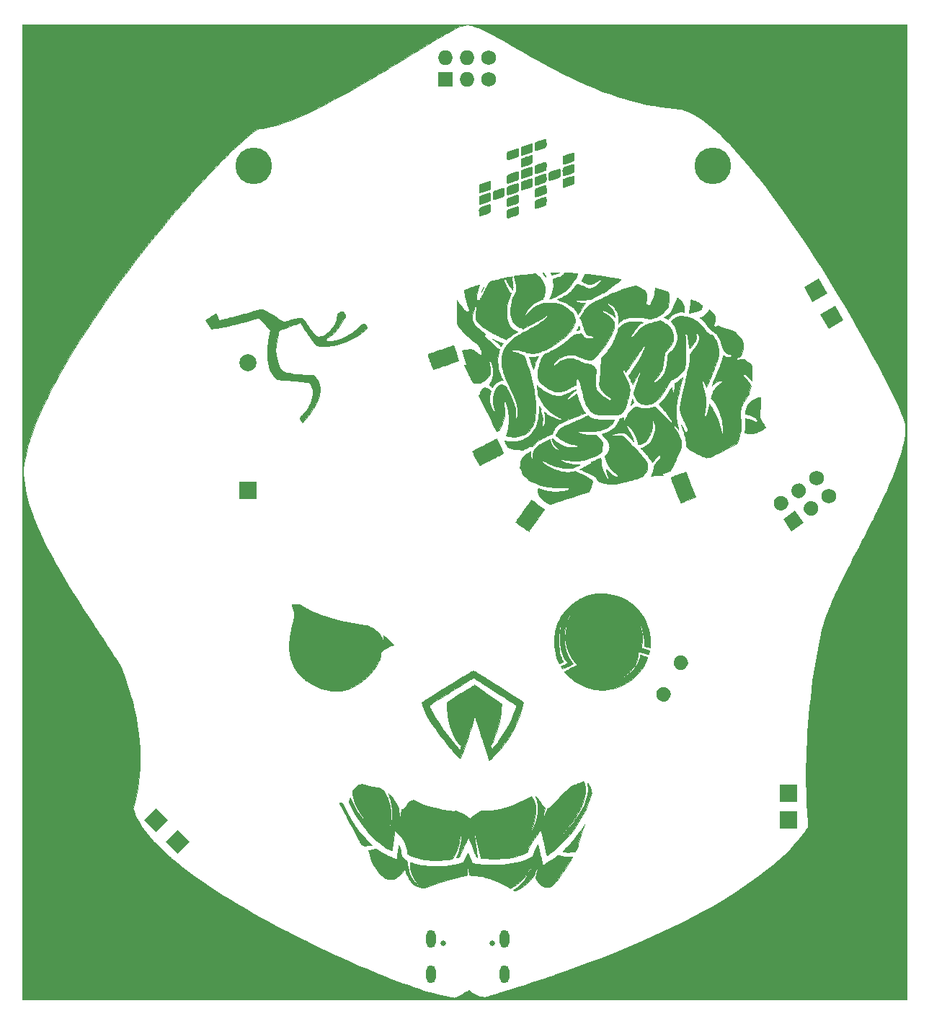
<source format=gbr>
G04 #@! TF.GenerationSoftware,KiCad,Pcbnew,(5.1.10)-1*
G04 #@! TF.CreationDate,2021-10-13T01:49:27-04:00*
G04 #@! TF.ProjectId,ScryptKeeper,53637279-7074-44b6-9565-7065722e6b69,rev?*
G04 #@! TF.SameCoordinates,Original*
G04 #@! TF.FileFunction,Soldermask,Top*
G04 #@! TF.FilePolarity,Negative*
%FSLAX46Y46*%
G04 Gerber Fmt 4.6, Leading zero omitted, Abs format (unit mm)*
G04 Created by KiCad (PCBNEW (5.1.10)-1) date 2021-10-13 01:49:27*
%MOMM*%
%LPD*%
G01*
G04 APERTURE LIST*
%ADD10C,0.010000*%
%ADD11R,2.000000X2.000000*%
%ADD12C,0.100000*%
%ADD13R,1.600000X0.850000*%
%ADD14C,4.300000*%
%ADD15C,1.727200*%
%ADD16O,1.727200X1.727200*%
%ADD17R,1.727200X1.727200*%
%ADD18C,2.000000*%
%ADD19O,1.101600X2.101600*%
%ADD20C,0.650000*%
G04 APERTURE END LIST*
D10*
G36*
X120544166Y-156315834D02*
G01*
X16637000Y-156315834D01*
X16637000Y-94258469D01*
X16749053Y-94258469D01*
X16752423Y-94391626D01*
X16758995Y-94544193D01*
X16762535Y-94615000D01*
X16805274Y-95190829D01*
X16875183Y-95773441D01*
X16972949Y-96365785D01*
X17099252Y-96970809D01*
X17254778Y-97591458D01*
X17440209Y-98230682D01*
X17656230Y-98891426D01*
X17903523Y-99576640D01*
X17928275Y-99642084D01*
X18182417Y-100285685D01*
X18465961Y-100955656D01*
X18777590Y-101649244D01*
X19115983Y-102363696D01*
X19479820Y-103096256D01*
X19867781Y-103844173D01*
X20278548Y-104604693D01*
X20484927Y-104976084D01*
X20799005Y-105530582D01*
X21125916Y-106096592D01*
X21466957Y-106676204D01*
X21823422Y-107271506D01*
X22196606Y-107884588D01*
X22587803Y-108517539D01*
X22998309Y-109172449D01*
X23429418Y-109851406D01*
X23882426Y-110556501D01*
X24358626Y-111289821D01*
X24859315Y-112053458D01*
X25055230Y-112350454D01*
X25164341Y-112516826D01*
X25268829Y-112678476D01*
X25365728Y-112830648D01*
X25452071Y-112968584D01*
X25524891Y-113087528D01*
X25581223Y-113182721D01*
X25618100Y-113249406D01*
X25626668Y-113266878D01*
X25670496Y-113354983D01*
X25705161Y-113408287D01*
X25728894Y-113424104D01*
X25730027Y-113423767D01*
X25747677Y-113438954D01*
X25787165Y-113488635D01*
X25847630Y-113571571D01*
X25928214Y-113686520D01*
X26028056Y-113832242D01*
X26146298Y-114007496D01*
X26282079Y-114211042D01*
X26422213Y-114422927D01*
X26667518Y-114795586D01*
X26890307Y-115134978D01*
X27091741Y-115442930D01*
X27272979Y-115721268D01*
X27435183Y-115971819D01*
X27579512Y-116196409D01*
X27707128Y-116396864D01*
X27819190Y-116575011D01*
X27916859Y-116732676D01*
X28001296Y-116871686D01*
X28073660Y-116993867D01*
X28135113Y-117101046D01*
X28186815Y-117195049D01*
X28203759Y-117226958D01*
X28247391Y-117318256D01*
X28301941Y-117445936D01*
X28365976Y-117605887D01*
X28438062Y-117794000D01*
X28516765Y-118006164D01*
X28600652Y-118238271D01*
X28688288Y-118486208D01*
X28778240Y-118745868D01*
X28869073Y-119013141D01*
X28959355Y-119283915D01*
X29047650Y-119554082D01*
X29132526Y-119819531D01*
X29212549Y-120076154D01*
X29286284Y-120319839D01*
X29305673Y-120385417D01*
X29573110Y-121347033D01*
X29804309Y-122290464D01*
X29999700Y-123218683D01*
X30159711Y-124134663D01*
X30284773Y-125041378D01*
X30375315Y-125941800D01*
X30431765Y-126838903D01*
X30454552Y-127735660D01*
X30451462Y-128322917D01*
X30423410Y-129160653D01*
X30368089Y-129971684D01*
X30284591Y-130762427D01*
X30172008Y-131539300D01*
X30029432Y-132308723D01*
X29855954Y-133077114D01*
X29688042Y-133717997D01*
X29635756Y-133906077D01*
X29743502Y-134194247D01*
X29897324Y-134577949D01*
X30068976Y-134952057D01*
X30261064Y-135320716D01*
X30476192Y-135688069D01*
X30716964Y-136058260D01*
X30985986Y-136435433D01*
X31285861Y-136823731D01*
X31619194Y-137227299D01*
X31733994Y-137361084D01*
X31897670Y-137544610D01*
X32089639Y-137750211D01*
X32305252Y-137973373D01*
X32539859Y-138209582D01*
X32788813Y-138454324D01*
X33047464Y-138703084D01*
X33311163Y-138951349D01*
X33575262Y-139194604D01*
X33835112Y-139428334D01*
X34086063Y-139648027D01*
X34113177Y-139671359D01*
X34714972Y-140175481D01*
X35356660Y-140688544D01*
X36036933Y-141209769D01*
X36754480Y-141738377D01*
X37507992Y-142273590D01*
X38296161Y-142814627D01*
X39117678Y-143360711D01*
X39971232Y-143911062D01*
X40855515Y-144464902D01*
X41769218Y-145021451D01*
X42711031Y-145579931D01*
X43679645Y-146139563D01*
X44673752Y-146699567D01*
X45692041Y-147259165D01*
X46733203Y-147817578D01*
X47795931Y-148374028D01*
X48878913Y-148927734D01*
X49980842Y-149477919D01*
X51100407Y-150023802D01*
X52236300Y-150564607D01*
X53096583Y-150965685D01*
X53898155Y-151332728D01*
X54694127Y-151690680D01*
X55482943Y-152038967D01*
X56263048Y-152377013D01*
X57032887Y-152704244D01*
X57790902Y-153020083D01*
X58535539Y-153323957D01*
X59265241Y-153615289D01*
X59978453Y-153893505D01*
X60673619Y-154158029D01*
X61349183Y-154408287D01*
X62003590Y-154643702D01*
X62635282Y-154863701D01*
X63242706Y-155067707D01*
X63824304Y-155255146D01*
X64378522Y-155425442D01*
X64903803Y-155578020D01*
X65398591Y-155712306D01*
X65861331Y-155827723D01*
X66290467Y-155923697D01*
X66684444Y-155999653D01*
X66738323Y-156008930D01*
X66924437Y-156040657D01*
X67075041Y-156065689D01*
X67196505Y-156083495D01*
X67295199Y-156093543D01*
X67377495Y-156095302D01*
X67449765Y-156088240D01*
X67518378Y-156071825D01*
X67589707Y-156045527D01*
X67670122Y-156008813D01*
X67765994Y-155961151D01*
X67856374Y-155915649D01*
X68097968Y-155792575D01*
X68308739Y-155680282D01*
X68497210Y-155573933D01*
X68671906Y-155468691D01*
X68841349Y-155359719D01*
X68871532Y-155339614D01*
X69088980Y-155194057D01*
X69220782Y-155297180D01*
X69514002Y-155509164D01*
X69805736Y-155685646D01*
X70093614Y-155825571D01*
X70375267Y-155927881D01*
X70648325Y-155991522D01*
X70824843Y-156011973D01*
X70894159Y-156016193D01*
X70951495Y-156017652D01*
X71004645Y-156014977D01*
X71061404Y-156006798D01*
X71129563Y-155991740D01*
X71216918Y-155968432D01*
X71331262Y-155935501D01*
X71438676Y-155903882D01*
X71736377Y-155815248D01*
X72066780Y-155715445D01*
X72426125Y-155605676D01*
X72810652Y-155487146D01*
X73216603Y-155361060D01*
X73640217Y-155228623D01*
X74077736Y-155091038D01*
X74525399Y-154949510D01*
X74979447Y-154805244D01*
X75436122Y-154659443D01*
X75891663Y-154513314D01*
X76342310Y-154368059D01*
X76784306Y-154224884D01*
X77213889Y-154084993D01*
X77627301Y-153949590D01*
X78020782Y-153819880D01*
X78390572Y-153697067D01*
X78732913Y-153582356D01*
X79044044Y-153476952D01*
X79320207Y-153382058D01*
X79437870Y-153341075D01*
X80836063Y-152845377D01*
X82194114Y-152351250D01*
X83514145Y-151857814D01*
X84798275Y-151364186D01*
X86048627Y-150869485D01*
X87267319Y-150372832D01*
X88456474Y-149873343D01*
X89618212Y-149370139D01*
X90754654Y-148862337D01*
X91867920Y-148349057D01*
X92960131Y-147829417D01*
X94033409Y-147302537D01*
X94339833Y-147149060D01*
X95461347Y-146574579D01*
X96541340Y-146000454D01*
X97580616Y-145426180D01*
X98579978Y-144851256D01*
X99540232Y-144275179D01*
X100462180Y-143697446D01*
X101346626Y-143117554D01*
X102194375Y-142535002D01*
X103006230Y-141949286D01*
X103782994Y-141359903D01*
X104456362Y-140822954D01*
X104822113Y-140520236D01*
X105161860Y-140230346D01*
X105485780Y-139944129D01*
X105804049Y-139652432D01*
X106126844Y-139346102D01*
X106454736Y-139025500D01*
X106873480Y-138602224D01*
X107260360Y-138192619D01*
X107620826Y-137790363D01*
X107960328Y-137389132D01*
X108284315Y-136982604D01*
X108598238Y-136564456D01*
X108713128Y-136405251D01*
X108966000Y-136051205D01*
X108965826Y-135764228D01*
X108964133Y-135637597D01*
X108959656Y-135506740D01*
X108953083Y-135387336D01*
X108945360Y-135297334D01*
X108916197Y-135016641D01*
X108887683Y-134699133D01*
X108860159Y-134350324D01*
X108833964Y-133975731D01*
X108809439Y-133580869D01*
X108786924Y-133171256D01*
X108766759Y-132752405D01*
X108749284Y-132329835D01*
X108734838Y-131909060D01*
X108733289Y-131857750D01*
X108713791Y-130943347D01*
X108708540Y-130001585D01*
X108717177Y-129036256D01*
X108739342Y-128051149D01*
X108774678Y-127050053D01*
X108822825Y-126036759D01*
X108883423Y-125015056D01*
X108956116Y-123988734D01*
X109040543Y-122961582D01*
X109136345Y-121937391D01*
X109243165Y-120919950D01*
X109360642Y-119913048D01*
X109488419Y-118920477D01*
X109626136Y-117946024D01*
X109773435Y-116993481D01*
X109929956Y-116066637D01*
X110095340Y-115169281D01*
X110269230Y-114305204D01*
X110451266Y-113478194D01*
X110489047Y-113315750D01*
X110546016Y-113073866D01*
X110594978Y-112868040D01*
X110637311Y-112693049D01*
X110674390Y-112543670D01*
X110707592Y-112414682D01*
X110738291Y-112300860D01*
X110767866Y-112196982D01*
X110797692Y-112097826D01*
X110829144Y-111998169D01*
X110863600Y-111892788D01*
X110865518Y-111887000D01*
X110955696Y-111621909D01*
X111053668Y-111347645D01*
X111160112Y-111062757D01*
X111275705Y-110765796D01*
X111401123Y-110455310D01*
X111537044Y-110129849D01*
X111684145Y-109787964D01*
X111843102Y-109428204D01*
X112014593Y-109049119D01*
X112199295Y-108649258D01*
X112397885Y-108227172D01*
X112611039Y-107781410D01*
X112839435Y-107310521D01*
X113083750Y-106813057D01*
X113344661Y-106287566D01*
X113622845Y-105732597D01*
X113918979Y-105146702D01*
X114233740Y-104528430D01*
X114567806Y-103876330D01*
X114921852Y-103188952D01*
X114966329Y-103102834D01*
X115144889Y-102756473D01*
X115328128Y-102399674D01*
X115514453Y-102035600D01*
X115702272Y-101667416D01*
X115889994Y-101298288D01*
X116076027Y-100931379D01*
X116258778Y-100569855D01*
X116436656Y-100216882D01*
X116608069Y-99875622D01*
X116771426Y-99549243D01*
X116925133Y-99240907D01*
X117067600Y-98953781D01*
X117197234Y-98691029D01*
X117312443Y-98455816D01*
X117411636Y-98251307D01*
X117493221Y-98080667D01*
X117505541Y-98054584D01*
X117876626Y-97256045D01*
X118221670Y-96490347D01*
X118540814Y-95757061D01*
X118834198Y-95055761D01*
X119101962Y-94386021D01*
X119344247Y-93747413D01*
X119561194Y-93139512D01*
X119752944Y-92561889D01*
X119919636Y-92014120D01*
X120061411Y-91495776D01*
X120178410Y-91006432D01*
X120270774Y-90545660D01*
X120338642Y-90113034D01*
X120382156Y-89708127D01*
X120401456Y-89330513D01*
X120402412Y-89259834D01*
X120401433Y-89095121D01*
X120394743Y-88952478D01*
X120380505Y-88821347D01*
X120356887Y-88691174D01*
X120322053Y-88551402D01*
X120274170Y-88391475D01*
X120225875Y-88243834D01*
X120138950Y-87998321D01*
X120031163Y-87718074D01*
X119903295Y-87404737D01*
X119756129Y-87059958D01*
X119590446Y-86685384D01*
X119407028Y-86282660D01*
X119206656Y-85853433D01*
X118990114Y-85399349D01*
X118758182Y-84922056D01*
X118511643Y-84423199D01*
X118251279Y-83904425D01*
X117977871Y-83367380D01*
X117692201Y-82813711D01*
X117395052Y-82245064D01*
X117215308Y-81904417D01*
X116598988Y-80752359D01*
X115966386Y-79592964D01*
X115319180Y-78428923D01*
X114659053Y-77262926D01*
X113987685Y-76097665D01*
X113306757Y-74935831D01*
X112617950Y-73780116D01*
X111922946Y-72633210D01*
X111223423Y-71497804D01*
X110521065Y-70376590D01*
X109817551Y-69272259D01*
X109114563Y-68187502D01*
X108413782Y-67125010D01*
X107716888Y-66087475D01*
X107025562Y-65077587D01*
X106341485Y-64098038D01*
X105666338Y-63151519D01*
X105001803Y-62240721D01*
X104576304Y-61669084D01*
X103915177Y-60798372D01*
X103268537Y-59967329D01*
X102636389Y-59175959D01*
X102018738Y-58424266D01*
X101415588Y-57712256D01*
X100826943Y-57039934D01*
X100252810Y-56407303D01*
X99693192Y-55814369D01*
X99148094Y-55261136D01*
X98617521Y-54747609D01*
X98101478Y-54273793D01*
X97599970Y-53839692D01*
X97113000Y-53445312D01*
X96640575Y-53090656D01*
X96182698Y-52775730D01*
X95739374Y-52500539D01*
X95310609Y-52265086D01*
X94932500Y-52085105D01*
X94687380Y-51980948D01*
X94467837Y-51896415D01*
X94263437Y-51828877D01*
X94063744Y-51775701D01*
X93858324Y-51734259D01*
X93636743Y-51701919D01*
X93388566Y-51676051D01*
X93270916Y-51666250D01*
X92458759Y-51589832D01*
X91644625Y-51487499D01*
X90826816Y-51358720D01*
X90003635Y-51202960D01*
X89173382Y-51019686D01*
X88334359Y-50808366D01*
X87484867Y-50568466D01*
X86623209Y-50299452D01*
X85747684Y-50000792D01*
X84856596Y-49671953D01*
X83948244Y-49312400D01*
X83020932Y-48921601D01*
X82072960Y-48499023D01*
X81102630Y-48044133D01*
X80108243Y-47556396D01*
X79988833Y-47496447D01*
X79617170Y-47308326D01*
X79255517Y-47122951D01*
X78899364Y-46937872D01*
X78544197Y-46750639D01*
X78185505Y-46558801D01*
X77818775Y-46359908D01*
X77439496Y-46151509D01*
X77043155Y-45931155D01*
X76625241Y-45696394D01*
X76181241Y-45444776D01*
X75706643Y-45173852D01*
X75607333Y-45116949D01*
X75379552Y-44986362D01*
X75131165Y-44843961D01*
X74870693Y-44694630D01*
X74606656Y-44543254D01*
X74347573Y-44394718D01*
X74101964Y-44253907D01*
X73878351Y-44125704D01*
X73734083Y-44042992D01*
X73278422Y-43782912D01*
X72856434Y-43544570D01*
X72466089Y-43326953D01*
X72105357Y-43129052D01*
X71772209Y-42949856D01*
X71464613Y-42788354D01*
X71180541Y-42643536D01*
X70917963Y-42514392D01*
X70674848Y-42399910D01*
X70449167Y-42299081D01*
X70238889Y-42210894D01*
X70041986Y-42134339D01*
X69856427Y-42068404D01*
X69680182Y-42012080D01*
X69617166Y-41993543D01*
X69406798Y-41938237D01*
X69211036Y-41898900D01*
X69024978Y-41876407D01*
X68843724Y-41871630D01*
X68662372Y-41885444D01*
X68476022Y-41918723D01*
X68279771Y-41972341D01*
X68068720Y-42047171D01*
X67837967Y-42144088D01*
X67582611Y-42263965D01*
X67299416Y-42406814D01*
X67143455Y-42488176D01*
X66986264Y-42571595D01*
X66825621Y-42658381D01*
X66659304Y-42749840D01*
X66485090Y-42847280D01*
X66300757Y-42952009D01*
X66104083Y-43065334D01*
X65892845Y-43188564D01*
X65664822Y-43323004D01*
X65417790Y-43469964D01*
X65149528Y-43630751D01*
X64857814Y-43806672D01*
X64540425Y-43999036D01*
X64195138Y-44209149D01*
X63819732Y-44438319D01*
X63411984Y-44687854D01*
X63152582Y-44846854D01*
X62613993Y-45177038D01*
X62109723Y-45485945D01*
X61638102Y-45774589D01*
X61197460Y-46043984D01*
X60786127Y-46295144D01*
X60402433Y-46529084D01*
X60044709Y-46746816D01*
X59711283Y-46949355D01*
X59400486Y-47137715D01*
X59110648Y-47312911D01*
X58840099Y-47475955D01*
X58587169Y-47627863D01*
X58350188Y-47769647D01*
X58127485Y-47902323D01*
X57917391Y-48026903D01*
X57833323Y-48076578D01*
X56908993Y-48617950D01*
X56016413Y-49132140D01*
X55155092Y-49619392D01*
X54324535Y-50079955D01*
X53524249Y-50514076D01*
X52753743Y-50922002D01*
X52012522Y-51303981D01*
X51300094Y-51660258D01*
X50615966Y-51991082D01*
X49959644Y-52296699D01*
X49330636Y-52577358D01*
X48728448Y-52833304D01*
X48152589Y-53064785D01*
X47602564Y-53272049D01*
X47159333Y-53427892D01*
X46724521Y-53570574D01*
X46318353Y-53693285D01*
X45933194Y-53797877D01*
X45561410Y-53886197D01*
X45195367Y-53960096D01*
X44827432Y-54021421D01*
X44551960Y-54059477D01*
X44231726Y-54100120D01*
X44018071Y-54263750D01*
X43722994Y-54492588D01*
X43433599Y-54723049D01*
X43146948Y-54957795D01*
X42860101Y-55199491D01*
X42570119Y-55450798D01*
X42274063Y-55714381D01*
X41968995Y-55992903D01*
X41651976Y-56289026D01*
X41320065Y-56605415D01*
X40970325Y-56944731D01*
X40599817Y-57309639D01*
X40205601Y-57702801D01*
X40046726Y-57862426D01*
X39266971Y-58656628D01*
X38488519Y-59468298D01*
X37709086Y-60299991D01*
X36926387Y-61154264D01*
X36138137Y-62033671D01*
X35342052Y-62940769D01*
X34535846Y-63878114D01*
X33717235Y-64848260D01*
X32883935Y-65853763D01*
X32679153Y-66103500D01*
X31729657Y-67276188D01*
X30795455Y-68454793D01*
X29878346Y-69636797D01*
X28980131Y-70819683D01*
X28102610Y-72000932D01*
X27247584Y-73178029D01*
X26416853Y-74348455D01*
X25612216Y-75509694D01*
X24835474Y-76659227D01*
X24088428Y-77794537D01*
X23372877Y-78913107D01*
X22690621Y-80012419D01*
X22453384Y-80403176D01*
X21903391Y-81326437D01*
X21383878Y-82223162D01*
X20893933Y-83095216D01*
X20432642Y-83944465D01*
X19999093Y-84772771D01*
X19592373Y-85582001D01*
X19211569Y-86374019D01*
X18855767Y-87150689D01*
X18524055Y-87913876D01*
X18215520Y-88665444D01*
X17929248Y-89407259D01*
X17664327Y-90141184D01*
X17614089Y-90286417D01*
X17493782Y-90652311D01*
X17375375Y-91042209D01*
X17261288Y-91446667D01*
X17153940Y-91856239D01*
X17055750Y-92261482D01*
X16969138Y-92652950D01*
X16896523Y-93021200D01*
X16860432Y-93228584D01*
X16826287Y-93439623D01*
X16799119Y-93616635D01*
X16778387Y-93767254D01*
X16763554Y-93899113D01*
X16754080Y-94019846D01*
X16749426Y-94137087D01*
X16749053Y-94258469D01*
X16637000Y-94258469D01*
X16637000Y-41825334D01*
X120544166Y-41825334D01*
X120544166Y-156315834D01*
G37*
X120544166Y-156315834D02*
X16637000Y-156315834D01*
X16637000Y-94258469D01*
X16749053Y-94258469D01*
X16752423Y-94391626D01*
X16758995Y-94544193D01*
X16762535Y-94615000D01*
X16805274Y-95190829D01*
X16875183Y-95773441D01*
X16972949Y-96365785D01*
X17099252Y-96970809D01*
X17254778Y-97591458D01*
X17440209Y-98230682D01*
X17656230Y-98891426D01*
X17903523Y-99576640D01*
X17928275Y-99642084D01*
X18182417Y-100285685D01*
X18465961Y-100955656D01*
X18777590Y-101649244D01*
X19115983Y-102363696D01*
X19479820Y-103096256D01*
X19867781Y-103844173D01*
X20278548Y-104604693D01*
X20484927Y-104976084D01*
X20799005Y-105530582D01*
X21125916Y-106096592D01*
X21466957Y-106676204D01*
X21823422Y-107271506D01*
X22196606Y-107884588D01*
X22587803Y-108517539D01*
X22998309Y-109172449D01*
X23429418Y-109851406D01*
X23882426Y-110556501D01*
X24358626Y-111289821D01*
X24859315Y-112053458D01*
X25055230Y-112350454D01*
X25164341Y-112516826D01*
X25268829Y-112678476D01*
X25365728Y-112830648D01*
X25452071Y-112968584D01*
X25524891Y-113087528D01*
X25581223Y-113182721D01*
X25618100Y-113249406D01*
X25626668Y-113266878D01*
X25670496Y-113354983D01*
X25705161Y-113408287D01*
X25728894Y-113424104D01*
X25730027Y-113423767D01*
X25747677Y-113438954D01*
X25787165Y-113488635D01*
X25847630Y-113571571D01*
X25928214Y-113686520D01*
X26028056Y-113832242D01*
X26146298Y-114007496D01*
X26282079Y-114211042D01*
X26422213Y-114422927D01*
X26667518Y-114795586D01*
X26890307Y-115134978D01*
X27091741Y-115442930D01*
X27272979Y-115721268D01*
X27435183Y-115971819D01*
X27579512Y-116196409D01*
X27707128Y-116396864D01*
X27819190Y-116575011D01*
X27916859Y-116732676D01*
X28001296Y-116871686D01*
X28073660Y-116993867D01*
X28135113Y-117101046D01*
X28186815Y-117195049D01*
X28203759Y-117226958D01*
X28247391Y-117318256D01*
X28301941Y-117445936D01*
X28365976Y-117605887D01*
X28438062Y-117794000D01*
X28516765Y-118006164D01*
X28600652Y-118238271D01*
X28688288Y-118486208D01*
X28778240Y-118745868D01*
X28869073Y-119013141D01*
X28959355Y-119283915D01*
X29047650Y-119554082D01*
X29132526Y-119819531D01*
X29212549Y-120076154D01*
X29286284Y-120319839D01*
X29305673Y-120385417D01*
X29573110Y-121347033D01*
X29804309Y-122290464D01*
X29999700Y-123218683D01*
X30159711Y-124134663D01*
X30284773Y-125041378D01*
X30375315Y-125941800D01*
X30431765Y-126838903D01*
X30454552Y-127735660D01*
X30451462Y-128322917D01*
X30423410Y-129160653D01*
X30368089Y-129971684D01*
X30284591Y-130762427D01*
X30172008Y-131539300D01*
X30029432Y-132308723D01*
X29855954Y-133077114D01*
X29688042Y-133717997D01*
X29635756Y-133906077D01*
X29743502Y-134194247D01*
X29897324Y-134577949D01*
X30068976Y-134952057D01*
X30261064Y-135320716D01*
X30476192Y-135688069D01*
X30716964Y-136058260D01*
X30985986Y-136435433D01*
X31285861Y-136823731D01*
X31619194Y-137227299D01*
X31733994Y-137361084D01*
X31897670Y-137544610D01*
X32089639Y-137750211D01*
X32305252Y-137973373D01*
X32539859Y-138209582D01*
X32788813Y-138454324D01*
X33047464Y-138703084D01*
X33311163Y-138951349D01*
X33575262Y-139194604D01*
X33835112Y-139428334D01*
X34086063Y-139648027D01*
X34113177Y-139671359D01*
X34714972Y-140175481D01*
X35356660Y-140688544D01*
X36036933Y-141209769D01*
X36754480Y-141738377D01*
X37507992Y-142273590D01*
X38296161Y-142814627D01*
X39117678Y-143360711D01*
X39971232Y-143911062D01*
X40855515Y-144464902D01*
X41769218Y-145021451D01*
X42711031Y-145579931D01*
X43679645Y-146139563D01*
X44673752Y-146699567D01*
X45692041Y-147259165D01*
X46733203Y-147817578D01*
X47795931Y-148374028D01*
X48878913Y-148927734D01*
X49980842Y-149477919D01*
X51100407Y-150023802D01*
X52236300Y-150564607D01*
X53096583Y-150965685D01*
X53898155Y-151332728D01*
X54694127Y-151690680D01*
X55482943Y-152038967D01*
X56263048Y-152377013D01*
X57032887Y-152704244D01*
X57790902Y-153020083D01*
X58535539Y-153323957D01*
X59265241Y-153615289D01*
X59978453Y-153893505D01*
X60673619Y-154158029D01*
X61349183Y-154408287D01*
X62003590Y-154643702D01*
X62635282Y-154863701D01*
X63242706Y-155067707D01*
X63824304Y-155255146D01*
X64378522Y-155425442D01*
X64903803Y-155578020D01*
X65398591Y-155712306D01*
X65861331Y-155827723D01*
X66290467Y-155923697D01*
X66684444Y-155999653D01*
X66738323Y-156008930D01*
X66924437Y-156040657D01*
X67075041Y-156065689D01*
X67196505Y-156083495D01*
X67295199Y-156093543D01*
X67377495Y-156095302D01*
X67449765Y-156088240D01*
X67518378Y-156071825D01*
X67589707Y-156045527D01*
X67670122Y-156008813D01*
X67765994Y-155961151D01*
X67856374Y-155915649D01*
X68097968Y-155792575D01*
X68308739Y-155680282D01*
X68497210Y-155573933D01*
X68671906Y-155468691D01*
X68841349Y-155359719D01*
X68871532Y-155339614D01*
X69088980Y-155194057D01*
X69220782Y-155297180D01*
X69514002Y-155509164D01*
X69805736Y-155685646D01*
X70093614Y-155825571D01*
X70375267Y-155927881D01*
X70648325Y-155991522D01*
X70824843Y-156011973D01*
X70894159Y-156016193D01*
X70951495Y-156017652D01*
X71004645Y-156014977D01*
X71061404Y-156006798D01*
X71129563Y-155991740D01*
X71216918Y-155968432D01*
X71331262Y-155935501D01*
X71438676Y-155903882D01*
X71736377Y-155815248D01*
X72066780Y-155715445D01*
X72426125Y-155605676D01*
X72810652Y-155487146D01*
X73216603Y-155361060D01*
X73640217Y-155228623D01*
X74077736Y-155091038D01*
X74525399Y-154949510D01*
X74979447Y-154805244D01*
X75436122Y-154659443D01*
X75891663Y-154513314D01*
X76342310Y-154368059D01*
X76784306Y-154224884D01*
X77213889Y-154084993D01*
X77627301Y-153949590D01*
X78020782Y-153819880D01*
X78390572Y-153697067D01*
X78732913Y-153582356D01*
X79044044Y-153476952D01*
X79320207Y-153382058D01*
X79437870Y-153341075D01*
X80836063Y-152845377D01*
X82194114Y-152351250D01*
X83514145Y-151857814D01*
X84798275Y-151364186D01*
X86048627Y-150869485D01*
X87267319Y-150372832D01*
X88456474Y-149873343D01*
X89618212Y-149370139D01*
X90754654Y-148862337D01*
X91867920Y-148349057D01*
X92960131Y-147829417D01*
X94033409Y-147302537D01*
X94339833Y-147149060D01*
X95461347Y-146574579D01*
X96541340Y-146000454D01*
X97580616Y-145426180D01*
X98579978Y-144851256D01*
X99540232Y-144275179D01*
X100462180Y-143697446D01*
X101346626Y-143117554D01*
X102194375Y-142535002D01*
X103006230Y-141949286D01*
X103782994Y-141359903D01*
X104456362Y-140822954D01*
X104822113Y-140520236D01*
X105161860Y-140230346D01*
X105485780Y-139944129D01*
X105804049Y-139652432D01*
X106126844Y-139346102D01*
X106454736Y-139025500D01*
X106873480Y-138602224D01*
X107260360Y-138192619D01*
X107620826Y-137790363D01*
X107960328Y-137389132D01*
X108284315Y-136982604D01*
X108598238Y-136564456D01*
X108713128Y-136405251D01*
X108966000Y-136051205D01*
X108965826Y-135764228D01*
X108964133Y-135637597D01*
X108959656Y-135506740D01*
X108953083Y-135387336D01*
X108945360Y-135297334D01*
X108916197Y-135016641D01*
X108887683Y-134699133D01*
X108860159Y-134350324D01*
X108833964Y-133975731D01*
X108809439Y-133580869D01*
X108786924Y-133171256D01*
X108766759Y-132752405D01*
X108749284Y-132329835D01*
X108734838Y-131909060D01*
X108733289Y-131857750D01*
X108713791Y-130943347D01*
X108708540Y-130001585D01*
X108717177Y-129036256D01*
X108739342Y-128051149D01*
X108774678Y-127050053D01*
X108822825Y-126036759D01*
X108883423Y-125015056D01*
X108956116Y-123988734D01*
X109040543Y-122961582D01*
X109136345Y-121937391D01*
X109243165Y-120919950D01*
X109360642Y-119913048D01*
X109488419Y-118920477D01*
X109626136Y-117946024D01*
X109773435Y-116993481D01*
X109929956Y-116066637D01*
X110095340Y-115169281D01*
X110269230Y-114305204D01*
X110451266Y-113478194D01*
X110489047Y-113315750D01*
X110546016Y-113073866D01*
X110594978Y-112868040D01*
X110637311Y-112693049D01*
X110674390Y-112543670D01*
X110707592Y-112414682D01*
X110738291Y-112300860D01*
X110767866Y-112196982D01*
X110797692Y-112097826D01*
X110829144Y-111998169D01*
X110863600Y-111892788D01*
X110865518Y-111887000D01*
X110955696Y-111621909D01*
X111053668Y-111347645D01*
X111160112Y-111062757D01*
X111275705Y-110765796D01*
X111401123Y-110455310D01*
X111537044Y-110129849D01*
X111684145Y-109787964D01*
X111843102Y-109428204D01*
X112014593Y-109049119D01*
X112199295Y-108649258D01*
X112397885Y-108227172D01*
X112611039Y-107781410D01*
X112839435Y-107310521D01*
X113083750Y-106813057D01*
X113344661Y-106287566D01*
X113622845Y-105732597D01*
X113918979Y-105146702D01*
X114233740Y-104528430D01*
X114567806Y-103876330D01*
X114921852Y-103188952D01*
X114966329Y-103102834D01*
X115144889Y-102756473D01*
X115328128Y-102399674D01*
X115514453Y-102035600D01*
X115702272Y-101667416D01*
X115889994Y-101298288D01*
X116076027Y-100931379D01*
X116258778Y-100569855D01*
X116436656Y-100216882D01*
X116608069Y-99875622D01*
X116771426Y-99549243D01*
X116925133Y-99240907D01*
X117067600Y-98953781D01*
X117197234Y-98691029D01*
X117312443Y-98455816D01*
X117411636Y-98251307D01*
X117493221Y-98080667D01*
X117505541Y-98054584D01*
X117876626Y-97256045D01*
X118221670Y-96490347D01*
X118540814Y-95757061D01*
X118834198Y-95055761D01*
X119101962Y-94386021D01*
X119344247Y-93747413D01*
X119561194Y-93139512D01*
X119752944Y-92561889D01*
X119919636Y-92014120D01*
X120061411Y-91495776D01*
X120178410Y-91006432D01*
X120270774Y-90545660D01*
X120338642Y-90113034D01*
X120382156Y-89708127D01*
X120401456Y-89330513D01*
X120402412Y-89259834D01*
X120401433Y-89095121D01*
X120394743Y-88952478D01*
X120380505Y-88821347D01*
X120356887Y-88691174D01*
X120322053Y-88551402D01*
X120274170Y-88391475D01*
X120225875Y-88243834D01*
X120138950Y-87998321D01*
X120031163Y-87718074D01*
X119903295Y-87404737D01*
X119756129Y-87059958D01*
X119590446Y-86685384D01*
X119407028Y-86282660D01*
X119206656Y-85853433D01*
X118990114Y-85399349D01*
X118758182Y-84922056D01*
X118511643Y-84423199D01*
X118251279Y-83904425D01*
X117977871Y-83367380D01*
X117692201Y-82813711D01*
X117395052Y-82245064D01*
X117215308Y-81904417D01*
X116598988Y-80752359D01*
X115966386Y-79592964D01*
X115319180Y-78428923D01*
X114659053Y-77262926D01*
X113987685Y-76097665D01*
X113306757Y-74935831D01*
X112617950Y-73780116D01*
X111922946Y-72633210D01*
X111223423Y-71497804D01*
X110521065Y-70376590D01*
X109817551Y-69272259D01*
X109114563Y-68187502D01*
X108413782Y-67125010D01*
X107716888Y-66087475D01*
X107025562Y-65077587D01*
X106341485Y-64098038D01*
X105666338Y-63151519D01*
X105001803Y-62240721D01*
X104576304Y-61669084D01*
X103915177Y-60798372D01*
X103268537Y-59967329D01*
X102636389Y-59175959D01*
X102018738Y-58424266D01*
X101415588Y-57712256D01*
X100826943Y-57039934D01*
X100252810Y-56407303D01*
X99693192Y-55814369D01*
X99148094Y-55261136D01*
X98617521Y-54747609D01*
X98101478Y-54273793D01*
X97599970Y-53839692D01*
X97113000Y-53445312D01*
X96640575Y-53090656D01*
X96182698Y-52775730D01*
X95739374Y-52500539D01*
X95310609Y-52265086D01*
X94932500Y-52085105D01*
X94687380Y-51980948D01*
X94467837Y-51896415D01*
X94263437Y-51828877D01*
X94063744Y-51775701D01*
X93858324Y-51734259D01*
X93636743Y-51701919D01*
X93388566Y-51676051D01*
X93270916Y-51666250D01*
X92458759Y-51589832D01*
X91644625Y-51487499D01*
X90826816Y-51358720D01*
X90003635Y-51202960D01*
X89173382Y-51019686D01*
X88334359Y-50808366D01*
X87484867Y-50568466D01*
X86623209Y-50299452D01*
X85747684Y-50000792D01*
X84856596Y-49671953D01*
X83948244Y-49312400D01*
X83020932Y-48921601D01*
X82072960Y-48499023D01*
X81102630Y-48044133D01*
X80108243Y-47556396D01*
X79988833Y-47496447D01*
X79617170Y-47308326D01*
X79255517Y-47122951D01*
X78899364Y-46937872D01*
X78544197Y-46750639D01*
X78185505Y-46558801D01*
X77818775Y-46359908D01*
X77439496Y-46151509D01*
X77043155Y-45931155D01*
X76625241Y-45696394D01*
X76181241Y-45444776D01*
X75706643Y-45173852D01*
X75607333Y-45116949D01*
X75379552Y-44986362D01*
X75131165Y-44843961D01*
X74870693Y-44694630D01*
X74606656Y-44543254D01*
X74347573Y-44394718D01*
X74101964Y-44253907D01*
X73878351Y-44125704D01*
X73734083Y-44042992D01*
X73278422Y-43782912D01*
X72856434Y-43544570D01*
X72466089Y-43326953D01*
X72105357Y-43129052D01*
X71772209Y-42949856D01*
X71464613Y-42788354D01*
X71180541Y-42643536D01*
X70917963Y-42514392D01*
X70674848Y-42399910D01*
X70449167Y-42299081D01*
X70238889Y-42210894D01*
X70041986Y-42134339D01*
X69856427Y-42068404D01*
X69680182Y-42012080D01*
X69617166Y-41993543D01*
X69406798Y-41938237D01*
X69211036Y-41898900D01*
X69024978Y-41876407D01*
X68843724Y-41871630D01*
X68662372Y-41885444D01*
X68476022Y-41918723D01*
X68279771Y-41972341D01*
X68068720Y-42047171D01*
X67837967Y-42144088D01*
X67582611Y-42263965D01*
X67299416Y-42406814D01*
X67143455Y-42488176D01*
X66986264Y-42571595D01*
X66825621Y-42658381D01*
X66659304Y-42749840D01*
X66485090Y-42847280D01*
X66300757Y-42952009D01*
X66104083Y-43065334D01*
X65892845Y-43188564D01*
X65664822Y-43323004D01*
X65417790Y-43469964D01*
X65149528Y-43630751D01*
X64857814Y-43806672D01*
X64540425Y-43999036D01*
X64195138Y-44209149D01*
X63819732Y-44438319D01*
X63411984Y-44687854D01*
X63152582Y-44846854D01*
X62613993Y-45177038D01*
X62109723Y-45485945D01*
X61638102Y-45774589D01*
X61197460Y-46043984D01*
X60786127Y-46295144D01*
X60402433Y-46529084D01*
X60044709Y-46746816D01*
X59711283Y-46949355D01*
X59400486Y-47137715D01*
X59110648Y-47312911D01*
X58840099Y-47475955D01*
X58587169Y-47627863D01*
X58350188Y-47769647D01*
X58127485Y-47902323D01*
X57917391Y-48026903D01*
X57833323Y-48076578D01*
X56908993Y-48617950D01*
X56016413Y-49132140D01*
X55155092Y-49619392D01*
X54324535Y-50079955D01*
X53524249Y-50514076D01*
X52753743Y-50922002D01*
X52012522Y-51303981D01*
X51300094Y-51660258D01*
X50615966Y-51991082D01*
X49959644Y-52296699D01*
X49330636Y-52577358D01*
X48728448Y-52833304D01*
X48152589Y-53064785D01*
X47602564Y-53272049D01*
X47159333Y-53427892D01*
X46724521Y-53570574D01*
X46318353Y-53693285D01*
X45933194Y-53797877D01*
X45561410Y-53886197D01*
X45195367Y-53960096D01*
X44827432Y-54021421D01*
X44551960Y-54059477D01*
X44231726Y-54100120D01*
X44018071Y-54263750D01*
X43722994Y-54492588D01*
X43433599Y-54723049D01*
X43146948Y-54957795D01*
X42860101Y-55199491D01*
X42570119Y-55450798D01*
X42274063Y-55714381D01*
X41968995Y-55992903D01*
X41651976Y-56289026D01*
X41320065Y-56605415D01*
X40970325Y-56944731D01*
X40599817Y-57309639D01*
X40205601Y-57702801D01*
X40046726Y-57862426D01*
X39266971Y-58656628D01*
X38488519Y-59468298D01*
X37709086Y-60299991D01*
X36926387Y-61154264D01*
X36138137Y-62033671D01*
X35342052Y-62940769D01*
X34535846Y-63878114D01*
X33717235Y-64848260D01*
X32883935Y-65853763D01*
X32679153Y-66103500D01*
X31729657Y-67276188D01*
X30795455Y-68454793D01*
X29878346Y-69636797D01*
X28980131Y-70819683D01*
X28102610Y-72000932D01*
X27247584Y-73178029D01*
X26416853Y-74348455D01*
X25612216Y-75509694D01*
X24835474Y-76659227D01*
X24088428Y-77794537D01*
X23372877Y-78913107D01*
X22690621Y-80012419D01*
X22453384Y-80403176D01*
X21903391Y-81326437D01*
X21383878Y-82223162D01*
X20893933Y-83095216D01*
X20432642Y-83944465D01*
X19999093Y-84772771D01*
X19592373Y-85582001D01*
X19211569Y-86374019D01*
X18855767Y-87150689D01*
X18524055Y-87913876D01*
X18215520Y-88665444D01*
X17929248Y-89407259D01*
X17664327Y-90141184D01*
X17614089Y-90286417D01*
X17493782Y-90652311D01*
X17375375Y-91042209D01*
X17261288Y-91446667D01*
X17153940Y-91856239D01*
X17055750Y-92261482D01*
X16969138Y-92652950D01*
X16896523Y-93021200D01*
X16860432Y-93228584D01*
X16826287Y-93439623D01*
X16799119Y-93616635D01*
X16778387Y-93767254D01*
X16763554Y-93899113D01*
X16754080Y-94019846D01*
X16749426Y-94137087D01*
X16749053Y-94258469D01*
X16637000Y-94258469D01*
X16637000Y-41825334D01*
X120544166Y-41825334D01*
X120544166Y-156315834D01*
G36*
X77201119Y-138132785D02*
G01*
X77216578Y-138190453D01*
X77239902Y-138282129D01*
X77270208Y-138404204D01*
X77306612Y-138553070D01*
X77348231Y-138725118D01*
X77394184Y-138916742D01*
X77443586Y-139124332D01*
X77489655Y-139319232D01*
X77541344Y-139537963D01*
X77590302Y-139743927D01*
X77635653Y-139933518D01*
X77676521Y-140103129D01*
X77712028Y-140249152D01*
X77741299Y-140367983D01*
X77763458Y-140456013D01*
X77777626Y-140509636D01*
X77782805Y-140525500D01*
X77803632Y-140515943D01*
X77854526Y-140489741D01*
X77928434Y-140450601D01*
X78018302Y-140402229D01*
X78044469Y-140388021D01*
X78311295Y-140236376D01*
X78575270Y-140072566D01*
X78845829Y-139890428D01*
X79132404Y-139683802D01*
X79201882Y-139631934D01*
X79589680Y-139340732D01*
X79720465Y-139384835D01*
X79992192Y-139460242D01*
X80289835Y-139513455D01*
X80602417Y-139543040D01*
X80918960Y-139547563D01*
X80957208Y-139546334D01*
X81064672Y-139542975D01*
X81155242Y-139541389D01*
X81221423Y-139541608D01*
X81255719Y-139543667D01*
X81258833Y-139544970D01*
X81248788Y-139565296D01*
X81220514Y-139617364D01*
X81176802Y-139696171D01*
X81120440Y-139796712D01*
X81054220Y-139913982D01*
X80991565Y-140024308D01*
X80692129Y-140534599D01*
X80395373Y-141009046D01*
X80102294Y-141446164D01*
X79813889Y-141844467D01*
X79531155Y-142202469D01*
X79528144Y-142206100D01*
X79442398Y-142307047D01*
X79345488Y-142417110D01*
X79242112Y-142531354D01*
X79136967Y-142644843D01*
X79034749Y-142752642D01*
X78940158Y-142849815D01*
X78857888Y-142931429D01*
X78792639Y-142992546D01*
X78749106Y-143028232D01*
X78740834Y-143033318D01*
X78692996Y-143050288D01*
X78617239Y-143068816D01*
X78527695Y-143085580D01*
X78501154Y-143089640D01*
X78279843Y-143100820D01*
X78061623Y-143071099D01*
X77848888Y-143001903D01*
X77644033Y-142894659D01*
X77449452Y-142750792D01*
X77267540Y-142571729D01*
X77100691Y-142358896D01*
X76995344Y-142192657D01*
X76937141Y-142092398D01*
X77140680Y-141263698D01*
X77184706Y-141083239D01*
X77224973Y-140915837D01*
X77260467Y-140765892D01*
X77290172Y-140637802D01*
X77313072Y-140535965D01*
X77328153Y-140464782D01*
X77334399Y-140428650D01*
X77334266Y-140425045D01*
X77320590Y-140435553D01*
X77299279Y-140474121D01*
X77293915Y-140486171D01*
X77277869Y-140522450D01*
X77246609Y-140592023D01*
X77202499Y-140689674D01*
X77147900Y-140810185D01*
X77085176Y-140948337D01*
X77016688Y-141098914D01*
X76977071Y-141185902D01*
X76897097Y-141360907D01*
X76831472Y-141502691D01*
X76777250Y-141616670D01*
X76731480Y-141708262D01*
X76691216Y-141782882D01*
X76653507Y-141845947D01*
X76615406Y-141902873D01*
X76573963Y-141959078D01*
X76526231Y-142019978D01*
X76516174Y-142032568D01*
X76246374Y-142340869D01*
X75944110Y-142634265D01*
X75617019Y-142906619D01*
X75272737Y-143151796D01*
X74918900Y-143363659D01*
X74753287Y-143449092D01*
X74664789Y-143490892D01*
X74587998Y-143524443D01*
X74532161Y-143545868D01*
X74508543Y-143551673D01*
X74470541Y-143540678D01*
X74415555Y-143513906D01*
X74394921Y-143501832D01*
X74314926Y-143452652D01*
X74489936Y-143338451D01*
X74701978Y-143188398D01*
X74922849Y-143011000D01*
X75142843Y-142815274D01*
X75352257Y-142610238D01*
X75541385Y-142404909D01*
X75687456Y-142225706D01*
X75957852Y-141836581D01*
X76196304Y-141426864D01*
X76398462Y-141004293D01*
X76464075Y-140843972D01*
X76507927Y-140723568D01*
X76553151Y-140585433D01*
X76596879Y-140439794D01*
X76636245Y-140296877D01*
X76668383Y-140166908D01*
X76690427Y-140060114D01*
X76697729Y-140010371D01*
X76701363Y-139968116D01*
X76699187Y-139954073D01*
X76689622Y-139971233D01*
X76671089Y-140022587D01*
X76642008Y-140111126D01*
X76638075Y-140123334D01*
X76490507Y-140527364D01*
X76312944Y-140912140D01*
X76100523Y-141287686D01*
X75988657Y-141461759D01*
X75717008Y-141834230D01*
X75421157Y-142172346D01*
X75099680Y-142477432D01*
X74751157Y-142750815D01*
X74374164Y-142993821D01*
X74300045Y-143036193D01*
X74200440Y-143092138D01*
X74114628Y-143140503D01*
X74049043Y-143177648D01*
X74010119Y-143199934D01*
X74002243Y-143204654D01*
X74005300Y-143224847D01*
X74017695Y-143252005D01*
X74012223Y-143260810D01*
X73974476Y-143248279D01*
X73903484Y-143213968D01*
X73798278Y-143157433D01*
X73738951Y-143124305D01*
X73261303Y-142864282D01*
X72796623Y-142629384D01*
X72347895Y-142420928D01*
X71918100Y-142240233D01*
X71510219Y-142088618D01*
X71127236Y-141967402D01*
X71114077Y-141963657D01*
X70718683Y-141861444D01*
X70345119Y-141785931D01*
X69983651Y-141735603D01*
X69624547Y-141708949D01*
X69444577Y-141704047D01*
X69138020Y-141700250D01*
X69047530Y-141012334D01*
X69019039Y-140796196D01*
X68995462Y-140619383D01*
X68976241Y-140479240D01*
X68960820Y-140373115D01*
X68948640Y-140298353D01*
X68939145Y-140252300D01*
X68931776Y-140232303D01*
X68925977Y-140235708D01*
X68921190Y-140259861D01*
X68916857Y-140302109D01*
X68912422Y-140359797D01*
X68911919Y-140366750D01*
X68906932Y-140449875D01*
X68901452Y-140564566D01*
X68895920Y-140700065D01*
X68890779Y-140845615D01*
X68886733Y-140980584D01*
X68882464Y-141123333D01*
X68877539Y-141263677D01*
X68872363Y-141391556D01*
X68867344Y-141496909D01*
X68863017Y-141567959D01*
X68855955Y-141650506D01*
X68847895Y-141699470D01*
X68835614Y-141723545D01*
X68815885Y-141731420D01*
X68802150Y-141732000D01*
X68747079Y-141736464D01*
X68658205Y-141748937D01*
X68543003Y-141768045D01*
X68408950Y-141792414D01*
X68263521Y-141820668D01*
X68114193Y-141851431D01*
X67968442Y-141883330D01*
X67923833Y-141893540D01*
X67635971Y-141964457D01*
X67313510Y-142051633D01*
X66960386Y-142153796D01*
X66580533Y-142269675D01*
X66177887Y-142398000D01*
X65756382Y-142537499D01*
X65319954Y-142686901D01*
X64872538Y-142844935D01*
X64418068Y-143010330D01*
X64105671Y-143126858D01*
X64009085Y-143161576D01*
X63922438Y-143189687D01*
X63855963Y-143208054D01*
X63822419Y-143213667D01*
X63759951Y-143198196D01*
X63675092Y-143154577D01*
X63572767Y-143087005D01*
X63457903Y-142999671D01*
X63335425Y-142896768D01*
X63210260Y-142782490D01*
X63087333Y-142661030D01*
X62971571Y-142536579D01*
X62867899Y-142413332D01*
X62840167Y-142377584D01*
X62669772Y-142122532D01*
X62520950Y-141837583D01*
X62396295Y-141530680D01*
X62298403Y-141209768D01*
X62229869Y-140882789D01*
X62193287Y-140557688D01*
X62187726Y-140380361D01*
X62188371Y-140288105D01*
X62191339Y-140231003D01*
X62198079Y-140201884D01*
X62210038Y-140193578D01*
X62224708Y-140197248D01*
X62258431Y-140209376D01*
X62323224Y-140231492D01*
X62409897Y-140260493D01*
X62509258Y-140293281D01*
X62513451Y-140294656D01*
X62816410Y-140383322D01*
X63156326Y-140463335D01*
X63528541Y-140533795D01*
X63928398Y-140593806D01*
X64283166Y-140635581D01*
X64412090Y-140645731D01*
X64575727Y-140653570D01*
X64766524Y-140659136D01*
X64976927Y-140662469D01*
X65199380Y-140663606D01*
X65426329Y-140662586D01*
X65650221Y-140659447D01*
X65863500Y-140654228D01*
X66058613Y-140646968D01*
X66228006Y-140637704D01*
X66364123Y-140626475D01*
X66378666Y-140624908D01*
X66905693Y-140553699D01*
X67398613Y-140461347D01*
X67856509Y-140348054D01*
X68278460Y-140214027D01*
X68356593Y-140185448D01*
X68467839Y-140143826D01*
X68730098Y-139602468D01*
X68814199Y-139430555D01*
X68882103Y-139295602D01*
X68934770Y-139195866D01*
X68973155Y-139129603D01*
X68998215Y-139095071D01*
X69010907Y-139090527D01*
X69011046Y-139090737D01*
X69023384Y-139117274D01*
X69049247Y-139178018D01*
X69086524Y-139267833D01*
X69133105Y-139381585D01*
X69186880Y-139514140D01*
X69245738Y-139660363D01*
X69265869Y-139710624D01*
X69333296Y-139878747D01*
X69387276Y-140011748D01*
X69429907Y-140113881D01*
X69463288Y-140189399D01*
X69489517Y-140242557D01*
X69510694Y-140277607D01*
X69528917Y-140298804D01*
X69546285Y-140310401D01*
X69564877Y-140316647D01*
X69623650Y-140328105D01*
X69717992Y-140342514D01*
X69841303Y-140359101D01*
X69986984Y-140377091D01*
X70148435Y-140395710D01*
X70319055Y-140414183D01*
X70492246Y-140431738D01*
X70661408Y-140447599D01*
X70739000Y-140454364D01*
X70899264Y-140465518D01*
X71091043Y-140474857D01*
X71307281Y-140482344D01*
X71540923Y-140487943D01*
X71784913Y-140491618D01*
X72032196Y-140493334D01*
X72275715Y-140493053D01*
X72508416Y-140490741D01*
X72723243Y-140486361D01*
X72913139Y-140479877D01*
X73071051Y-140471253D01*
X73130833Y-140466573D01*
X73666603Y-140409293D01*
X74165104Y-140335386D01*
X74628227Y-140244314D01*
X75057860Y-140135537D01*
X75455894Y-140008515D01*
X75824218Y-139862708D01*
X76164722Y-139697578D01*
X76479295Y-139512585D01*
X76485054Y-139508861D01*
X76574198Y-139449830D01*
X76632938Y-139406778D01*
X76667281Y-139374090D01*
X76683234Y-139346150D01*
X76686833Y-139320210D01*
X76695263Y-139244078D01*
X76718559Y-139139869D01*
X76753728Y-139017888D01*
X76797780Y-138888440D01*
X76847721Y-138761829D01*
X76851527Y-138752952D01*
X76887970Y-138672772D01*
X76933673Y-138578597D01*
X76984853Y-138477489D01*
X77037728Y-138376512D01*
X77088515Y-138282727D01*
X77133432Y-138203199D01*
X77168696Y-138144990D01*
X77190524Y-138115162D01*
X77194408Y-138112732D01*
X77201119Y-138132785D01*
G37*
X77201119Y-138132785D02*
X77216578Y-138190453D01*
X77239902Y-138282129D01*
X77270208Y-138404204D01*
X77306612Y-138553070D01*
X77348231Y-138725118D01*
X77394184Y-138916742D01*
X77443586Y-139124332D01*
X77489655Y-139319232D01*
X77541344Y-139537963D01*
X77590302Y-139743927D01*
X77635653Y-139933518D01*
X77676521Y-140103129D01*
X77712028Y-140249152D01*
X77741299Y-140367983D01*
X77763458Y-140456013D01*
X77777626Y-140509636D01*
X77782805Y-140525500D01*
X77803632Y-140515943D01*
X77854526Y-140489741D01*
X77928434Y-140450601D01*
X78018302Y-140402229D01*
X78044469Y-140388021D01*
X78311295Y-140236376D01*
X78575270Y-140072566D01*
X78845829Y-139890428D01*
X79132404Y-139683802D01*
X79201882Y-139631934D01*
X79589680Y-139340732D01*
X79720465Y-139384835D01*
X79992192Y-139460242D01*
X80289835Y-139513455D01*
X80602417Y-139543040D01*
X80918960Y-139547563D01*
X80957208Y-139546334D01*
X81064672Y-139542975D01*
X81155242Y-139541389D01*
X81221423Y-139541608D01*
X81255719Y-139543667D01*
X81258833Y-139544970D01*
X81248788Y-139565296D01*
X81220514Y-139617364D01*
X81176802Y-139696171D01*
X81120440Y-139796712D01*
X81054220Y-139913982D01*
X80991565Y-140024308D01*
X80692129Y-140534599D01*
X80395373Y-141009046D01*
X80102294Y-141446164D01*
X79813889Y-141844467D01*
X79531155Y-142202469D01*
X79528144Y-142206100D01*
X79442398Y-142307047D01*
X79345488Y-142417110D01*
X79242112Y-142531354D01*
X79136967Y-142644843D01*
X79034749Y-142752642D01*
X78940158Y-142849815D01*
X78857888Y-142931429D01*
X78792639Y-142992546D01*
X78749106Y-143028232D01*
X78740834Y-143033318D01*
X78692996Y-143050288D01*
X78617239Y-143068816D01*
X78527695Y-143085580D01*
X78501154Y-143089640D01*
X78279843Y-143100820D01*
X78061623Y-143071099D01*
X77848888Y-143001903D01*
X77644033Y-142894659D01*
X77449452Y-142750792D01*
X77267540Y-142571729D01*
X77100691Y-142358896D01*
X76995344Y-142192657D01*
X76937141Y-142092398D01*
X77140680Y-141263698D01*
X77184706Y-141083239D01*
X77224973Y-140915837D01*
X77260467Y-140765892D01*
X77290172Y-140637802D01*
X77313072Y-140535965D01*
X77328153Y-140464782D01*
X77334399Y-140428650D01*
X77334266Y-140425045D01*
X77320590Y-140435553D01*
X77299279Y-140474121D01*
X77293915Y-140486171D01*
X77277869Y-140522450D01*
X77246609Y-140592023D01*
X77202499Y-140689674D01*
X77147900Y-140810185D01*
X77085176Y-140948337D01*
X77016688Y-141098914D01*
X76977071Y-141185902D01*
X76897097Y-141360907D01*
X76831472Y-141502691D01*
X76777250Y-141616670D01*
X76731480Y-141708262D01*
X76691216Y-141782882D01*
X76653507Y-141845947D01*
X76615406Y-141902873D01*
X76573963Y-141959078D01*
X76526231Y-142019978D01*
X76516174Y-142032568D01*
X76246374Y-142340869D01*
X75944110Y-142634265D01*
X75617019Y-142906619D01*
X75272737Y-143151796D01*
X74918900Y-143363659D01*
X74753287Y-143449092D01*
X74664789Y-143490892D01*
X74587998Y-143524443D01*
X74532161Y-143545868D01*
X74508543Y-143551673D01*
X74470541Y-143540678D01*
X74415555Y-143513906D01*
X74394921Y-143501832D01*
X74314926Y-143452652D01*
X74489936Y-143338451D01*
X74701978Y-143188398D01*
X74922849Y-143011000D01*
X75142843Y-142815274D01*
X75352257Y-142610238D01*
X75541385Y-142404909D01*
X75687456Y-142225706D01*
X75957852Y-141836581D01*
X76196304Y-141426864D01*
X76398462Y-141004293D01*
X76464075Y-140843972D01*
X76507927Y-140723568D01*
X76553151Y-140585433D01*
X76596879Y-140439794D01*
X76636245Y-140296877D01*
X76668383Y-140166908D01*
X76690427Y-140060114D01*
X76697729Y-140010371D01*
X76701363Y-139968116D01*
X76699187Y-139954073D01*
X76689622Y-139971233D01*
X76671089Y-140022587D01*
X76642008Y-140111126D01*
X76638075Y-140123334D01*
X76490507Y-140527364D01*
X76312944Y-140912140D01*
X76100523Y-141287686D01*
X75988657Y-141461759D01*
X75717008Y-141834230D01*
X75421157Y-142172346D01*
X75099680Y-142477432D01*
X74751157Y-142750815D01*
X74374164Y-142993821D01*
X74300045Y-143036193D01*
X74200440Y-143092138D01*
X74114628Y-143140503D01*
X74049043Y-143177648D01*
X74010119Y-143199934D01*
X74002243Y-143204654D01*
X74005300Y-143224847D01*
X74017695Y-143252005D01*
X74012223Y-143260810D01*
X73974476Y-143248279D01*
X73903484Y-143213968D01*
X73798278Y-143157433D01*
X73738951Y-143124305D01*
X73261303Y-142864282D01*
X72796623Y-142629384D01*
X72347895Y-142420928D01*
X71918100Y-142240233D01*
X71510219Y-142088618D01*
X71127236Y-141967402D01*
X71114077Y-141963657D01*
X70718683Y-141861444D01*
X70345119Y-141785931D01*
X69983651Y-141735603D01*
X69624547Y-141708949D01*
X69444577Y-141704047D01*
X69138020Y-141700250D01*
X69047530Y-141012334D01*
X69019039Y-140796196D01*
X68995462Y-140619383D01*
X68976241Y-140479240D01*
X68960820Y-140373115D01*
X68948640Y-140298353D01*
X68939145Y-140252300D01*
X68931776Y-140232303D01*
X68925977Y-140235708D01*
X68921190Y-140259861D01*
X68916857Y-140302109D01*
X68912422Y-140359797D01*
X68911919Y-140366750D01*
X68906932Y-140449875D01*
X68901452Y-140564566D01*
X68895920Y-140700065D01*
X68890779Y-140845615D01*
X68886733Y-140980584D01*
X68882464Y-141123333D01*
X68877539Y-141263677D01*
X68872363Y-141391556D01*
X68867344Y-141496909D01*
X68863017Y-141567959D01*
X68855955Y-141650506D01*
X68847895Y-141699470D01*
X68835614Y-141723545D01*
X68815885Y-141731420D01*
X68802150Y-141732000D01*
X68747079Y-141736464D01*
X68658205Y-141748937D01*
X68543003Y-141768045D01*
X68408950Y-141792414D01*
X68263521Y-141820668D01*
X68114193Y-141851431D01*
X67968442Y-141883330D01*
X67923833Y-141893540D01*
X67635971Y-141964457D01*
X67313510Y-142051633D01*
X66960386Y-142153796D01*
X66580533Y-142269675D01*
X66177887Y-142398000D01*
X65756382Y-142537499D01*
X65319954Y-142686901D01*
X64872538Y-142844935D01*
X64418068Y-143010330D01*
X64105671Y-143126858D01*
X64009085Y-143161576D01*
X63922438Y-143189687D01*
X63855963Y-143208054D01*
X63822419Y-143213667D01*
X63759951Y-143198196D01*
X63675092Y-143154577D01*
X63572767Y-143087005D01*
X63457903Y-142999671D01*
X63335425Y-142896768D01*
X63210260Y-142782490D01*
X63087333Y-142661030D01*
X62971571Y-142536579D01*
X62867899Y-142413332D01*
X62840167Y-142377584D01*
X62669772Y-142122532D01*
X62520950Y-141837583D01*
X62396295Y-141530680D01*
X62298403Y-141209768D01*
X62229869Y-140882789D01*
X62193287Y-140557688D01*
X62187726Y-140380361D01*
X62188371Y-140288105D01*
X62191339Y-140231003D01*
X62198079Y-140201884D01*
X62210038Y-140193578D01*
X62224708Y-140197248D01*
X62258431Y-140209376D01*
X62323224Y-140231492D01*
X62409897Y-140260493D01*
X62509258Y-140293281D01*
X62513451Y-140294656D01*
X62816410Y-140383322D01*
X63156326Y-140463335D01*
X63528541Y-140533795D01*
X63928398Y-140593806D01*
X64283166Y-140635581D01*
X64412090Y-140645731D01*
X64575727Y-140653570D01*
X64766524Y-140659136D01*
X64976927Y-140662469D01*
X65199380Y-140663606D01*
X65426329Y-140662586D01*
X65650221Y-140659447D01*
X65863500Y-140654228D01*
X66058613Y-140646968D01*
X66228006Y-140637704D01*
X66364123Y-140626475D01*
X66378666Y-140624908D01*
X66905693Y-140553699D01*
X67398613Y-140461347D01*
X67856509Y-140348054D01*
X68278460Y-140214027D01*
X68356593Y-140185448D01*
X68467839Y-140143826D01*
X68730098Y-139602468D01*
X68814199Y-139430555D01*
X68882103Y-139295602D01*
X68934770Y-139195866D01*
X68973155Y-139129603D01*
X68998215Y-139095071D01*
X69010907Y-139090527D01*
X69011046Y-139090737D01*
X69023384Y-139117274D01*
X69049247Y-139178018D01*
X69086524Y-139267833D01*
X69133105Y-139381585D01*
X69186880Y-139514140D01*
X69245738Y-139660363D01*
X69265869Y-139710624D01*
X69333296Y-139878747D01*
X69387276Y-140011748D01*
X69429907Y-140113881D01*
X69463288Y-140189399D01*
X69489517Y-140242557D01*
X69510694Y-140277607D01*
X69528917Y-140298804D01*
X69546285Y-140310401D01*
X69564877Y-140316647D01*
X69623650Y-140328105D01*
X69717992Y-140342514D01*
X69841303Y-140359101D01*
X69986984Y-140377091D01*
X70148435Y-140395710D01*
X70319055Y-140414183D01*
X70492246Y-140431738D01*
X70661408Y-140447599D01*
X70739000Y-140454364D01*
X70899264Y-140465518D01*
X71091043Y-140474857D01*
X71307281Y-140482344D01*
X71540923Y-140487943D01*
X71784913Y-140491618D01*
X72032196Y-140493334D01*
X72275715Y-140493053D01*
X72508416Y-140490741D01*
X72723243Y-140486361D01*
X72913139Y-140479877D01*
X73071051Y-140471253D01*
X73130833Y-140466573D01*
X73666603Y-140409293D01*
X74165104Y-140335386D01*
X74628227Y-140244314D01*
X75057860Y-140135537D01*
X75455894Y-140008515D01*
X75824218Y-139862708D01*
X76164722Y-139697578D01*
X76479295Y-139512585D01*
X76485054Y-139508861D01*
X76574198Y-139449830D01*
X76632938Y-139406778D01*
X76667281Y-139374090D01*
X76683234Y-139346150D01*
X76686833Y-139320210D01*
X76695263Y-139244078D01*
X76718559Y-139139869D01*
X76753728Y-139017888D01*
X76797780Y-138888440D01*
X76847721Y-138761829D01*
X76851527Y-138752952D01*
X76887970Y-138672772D01*
X76933673Y-138578597D01*
X76984853Y-138477489D01*
X77037728Y-138376512D01*
X77088515Y-138282727D01*
X77133432Y-138203199D01*
X77168696Y-138144990D01*
X77190524Y-138115162D01*
X77194408Y-138112732D01*
X77201119Y-138132785D01*
G36*
X60895551Y-138216590D02*
G01*
X60917979Y-138260275D01*
X60945007Y-138318435D01*
X61026174Y-138536216D01*
X61087480Y-138778110D01*
X61125204Y-139029094D01*
X61127734Y-139056382D01*
X61140245Y-139178653D01*
X61155048Y-139271081D01*
X61174873Y-139346154D01*
X61202453Y-139416359D01*
X61210121Y-139433004D01*
X61306132Y-139591620D01*
X61440417Y-139739711D01*
X61614594Y-139879008D01*
X61648675Y-139902196D01*
X61709837Y-139941937D01*
X61755493Y-139972677D01*
X61788456Y-140001131D01*
X61811539Y-140034011D01*
X61827557Y-140078033D01*
X61839323Y-140139910D01*
X61849650Y-140226356D01*
X61861353Y-140344085D01*
X61869971Y-140430250D01*
X61929188Y-140815809D01*
X62026025Y-141191162D01*
X62158706Y-141552109D01*
X62325455Y-141894450D01*
X62524496Y-142213983D01*
X62742065Y-142492803D01*
X62853698Y-142615638D01*
X62965910Y-142726480D01*
X63086286Y-142831591D01*
X63222410Y-142937231D01*
X63381870Y-143049662D01*
X63556197Y-143164797D01*
X63578812Y-143182246D01*
X63573269Y-143188247D01*
X63536452Y-143182338D01*
X63465246Y-143164062D01*
X63373000Y-143137774D01*
X63079940Y-143031593D01*
X62811829Y-142891237D01*
X62568499Y-142716607D01*
X62419142Y-142580275D01*
X62270335Y-142418694D01*
X62140100Y-142248647D01*
X62024607Y-142063321D01*
X61920029Y-141855905D01*
X61822535Y-141619586D01*
X61731008Y-141355968D01*
X61692072Y-141236617D01*
X61656889Y-141131256D01*
X61627730Y-141046492D01*
X61606868Y-140988932D01*
X61596622Y-140965235D01*
X61579529Y-140975142D01*
X61542165Y-141013127D01*
X61489720Y-141073446D01*
X61427383Y-141150355D01*
X61414890Y-141166318D01*
X61235732Y-141388748D01*
X61070662Y-141576656D01*
X60915667Y-141733792D01*
X60766736Y-141863904D01*
X60619857Y-141970739D01*
X60471018Y-142058046D01*
X60447760Y-142069949D01*
X60332071Y-142124708D01*
X60232327Y-142162017D01*
X60137202Y-142183480D01*
X60035370Y-142190698D01*
X59915506Y-142185275D01*
X59766283Y-142168814D01*
X59757302Y-142167659D01*
X59622827Y-142148608D01*
X59519259Y-142129337D01*
X59435244Y-142107092D01*
X59359432Y-142079118D01*
X59319583Y-142061439D01*
X59140810Y-141961424D01*
X58953370Y-141824802D01*
X58761035Y-141655433D01*
X58567578Y-141457173D01*
X58376773Y-141233881D01*
X58192393Y-140989414D01*
X58023736Y-140736474D01*
X57949741Y-140617389D01*
X57888225Y-140514893D01*
X57836497Y-140422471D01*
X57791863Y-140333610D01*
X57751632Y-140241794D01*
X57713111Y-140140512D01*
X57673608Y-140023248D01*
X57630432Y-139883489D01*
X57580889Y-139714720D01*
X57534116Y-139551834D01*
X57476767Y-139351555D01*
X57430000Y-139188311D01*
X57393039Y-139058357D01*
X57365108Y-138957945D01*
X57345432Y-138883330D01*
X57333233Y-138830765D01*
X57327738Y-138796504D01*
X57328169Y-138776802D01*
X57333752Y-138767911D01*
X57343709Y-138766086D01*
X57357266Y-138767580D01*
X57371922Y-138768667D01*
X57429992Y-138763443D01*
X57519035Y-138749157D01*
X57629182Y-138727889D01*
X57750564Y-138701721D01*
X57873313Y-138672731D01*
X57987559Y-138643001D01*
X58042287Y-138627358D01*
X58225492Y-138572822D01*
X58497371Y-138764186D01*
X58855854Y-139002534D01*
X59230817Y-139225872D01*
X59603793Y-139423200D01*
X59604787Y-139423691D01*
X59698797Y-139468576D01*
X59810473Y-139519461D01*
X59933849Y-139573883D01*
X60062959Y-139629380D01*
X60191838Y-139683493D01*
X60314520Y-139733757D01*
X60425040Y-139777713D01*
X60517433Y-139812898D01*
X60585733Y-139836851D01*
X60623975Y-139847110D01*
X60629753Y-139846641D01*
X60634714Y-139824391D01*
X60645064Y-139764813D01*
X60660087Y-139672470D01*
X60679066Y-139551923D01*
X60701286Y-139407736D01*
X60726029Y-139244470D01*
X60752581Y-139066689D01*
X60759099Y-139022667D01*
X60785875Y-138842271D01*
X60810856Y-138675440D01*
X60833344Y-138526710D01*
X60852644Y-138400620D01*
X60868061Y-138301705D01*
X60878898Y-138234503D01*
X60884461Y-138203552D01*
X60884937Y-138202019D01*
X60895551Y-138216590D01*
G37*
X60895551Y-138216590D02*
X60917979Y-138260275D01*
X60945007Y-138318435D01*
X61026174Y-138536216D01*
X61087480Y-138778110D01*
X61125204Y-139029094D01*
X61127734Y-139056382D01*
X61140245Y-139178653D01*
X61155048Y-139271081D01*
X61174873Y-139346154D01*
X61202453Y-139416359D01*
X61210121Y-139433004D01*
X61306132Y-139591620D01*
X61440417Y-139739711D01*
X61614594Y-139879008D01*
X61648675Y-139902196D01*
X61709837Y-139941937D01*
X61755493Y-139972677D01*
X61788456Y-140001131D01*
X61811539Y-140034011D01*
X61827557Y-140078033D01*
X61839323Y-140139910D01*
X61849650Y-140226356D01*
X61861353Y-140344085D01*
X61869971Y-140430250D01*
X61929188Y-140815809D01*
X62026025Y-141191162D01*
X62158706Y-141552109D01*
X62325455Y-141894450D01*
X62524496Y-142213983D01*
X62742065Y-142492803D01*
X62853698Y-142615638D01*
X62965910Y-142726480D01*
X63086286Y-142831591D01*
X63222410Y-142937231D01*
X63381870Y-143049662D01*
X63556197Y-143164797D01*
X63578812Y-143182246D01*
X63573269Y-143188247D01*
X63536452Y-143182338D01*
X63465246Y-143164062D01*
X63373000Y-143137774D01*
X63079940Y-143031593D01*
X62811829Y-142891237D01*
X62568499Y-142716607D01*
X62419142Y-142580275D01*
X62270335Y-142418694D01*
X62140100Y-142248647D01*
X62024607Y-142063321D01*
X61920029Y-141855905D01*
X61822535Y-141619586D01*
X61731008Y-141355968D01*
X61692072Y-141236617D01*
X61656889Y-141131256D01*
X61627730Y-141046492D01*
X61606868Y-140988932D01*
X61596622Y-140965235D01*
X61579529Y-140975142D01*
X61542165Y-141013127D01*
X61489720Y-141073446D01*
X61427383Y-141150355D01*
X61414890Y-141166318D01*
X61235732Y-141388748D01*
X61070662Y-141576656D01*
X60915667Y-141733792D01*
X60766736Y-141863904D01*
X60619857Y-141970739D01*
X60471018Y-142058046D01*
X60447760Y-142069949D01*
X60332071Y-142124708D01*
X60232327Y-142162017D01*
X60137202Y-142183480D01*
X60035370Y-142190698D01*
X59915506Y-142185275D01*
X59766283Y-142168814D01*
X59757302Y-142167659D01*
X59622827Y-142148608D01*
X59519259Y-142129337D01*
X59435244Y-142107092D01*
X59359432Y-142079118D01*
X59319583Y-142061439D01*
X59140810Y-141961424D01*
X58953370Y-141824802D01*
X58761035Y-141655433D01*
X58567578Y-141457173D01*
X58376773Y-141233881D01*
X58192393Y-140989414D01*
X58023736Y-140736474D01*
X57949741Y-140617389D01*
X57888225Y-140514893D01*
X57836497Y-140422471D01*
X57791863Y-140333610D01*
X57751632Y-140241794D01*
X57713111Y-140140512D01*
X57673608Y-140023248D01*
X57630432Y-139883489D01*
X57580889Y-139714720D01*
X57534116Y-139551834D01*
X57476767Y-139351555D01*
X57430000Y-139188311D01*
X57393039Y-139058357D01*
X57365108Y-138957945D01*
X57345432Y-138883330D01*
X57333233Y-138830765D01*
X57327738Y-138796504D01*
X57328169Y-138776802D01*
X57333752Y-138767911D01*
X57343709Y-138766086D01*
X57357266Y-138767580D01*
X57371922Y-138768667D01*
X57429992Y-138763443D01*
X57519035Y-138749157D01*
X57629182Y-138727889D01*
X57750564Y-138701721D01*
X57873313Y-138672731D01*
X57987559Y-138643001D01*
X58042287Y-138627358D01*
X58225492Y-138572822D01*
X58497371Y-138764186D01*
X58855854Y-139002534D01*
X59230817Y-139225872D01*
X59603793Y-139423200D01*
X59604787Y-139423691D01*
X59698797Y-139468576D01*
X59810473Y-139519461D01*
X59933849Y-139573883D01*
X60062959Y-139629380D01*
X60191838Y-139683493D01*
X60314520Y-139733757D01*
X60425040Y-139777713D01*
X60517433Y-139812898D01*
X60585733Y-139836851D01*
X60623975Y-139847110D01*
X60629753Y-139846641D01*
X60634714Y-139824391D01*
X60645064Y-139764813D01*
X60660087Y-139672470D01*
X60679066Y-139551923D01*
X60701286Y-139407736D01*
X60726029Y-139244470D01*
X60752581Y-139066689D01*
X60759099Y-139022667D01*
X60785875Y-138842271D01*
X60810856Y-138675440D01*
X60833344Y-138526710D01*
X60852644Y-138400620D01*
X60868061Y-138301705D01*
X60878898Y-138234503D01*
X60884461Y-138203552D01*
X60884937Y-138202019D01*
X60895551Y-138216590D01*
G36*
X82587920Y-130763235D02*
G01*
X82686735Y-131045927D01*
X82749342Y-131344711D01*
X82775667Y-131660241D01*
X82765640Y-131993169D01*
X82719188Y-132344148D01*
X82636241Y-132713831D01*
X82516726Y-133102869D01*
X82360573Y-133511916D01*
X82260885Y-133741584D01*
X82086880Y-134101350D01*
X81881965Y-134479983D01*
X81649836Y-134871962D01*
X81394188Y-135271770D01*
X81118717Y-135673889D01*
X80827118Y-136072799D01*
X80523088Y-136462984D01*
X80210321Y-136838924D01*
X80107539Y-136956968D01*
X80035381Y-137040480D01*
X79974639Y-137113819D01*
X79930291Y-137170737D01*
X79907312Y-137204986D01*
X79905219Y-137210968D01*
X79918964Y-137208069D01*
X79956970Y-137176317D01*
X80016124Y-137119153D01*
X80093317Y-137040017D01*
X80185436Y-136942349D01*
X80289370Y-136829590D01*
X80402008Y-136705181D01*
X80520238Y-136572562D01*
X80640950Y-136435174D01*
X80761031Y-136296457D01*
X80877371Y-136159852D01*
X80986857Y-136028799D01*
X81086379Y-135906740D01*
X81099792Y-135890000D01*
X81473573Y-135404967D01*
X81808160Y-134934084D01*
X82103971Y-134476571D01*
X82361425Y-134031649D01*
X82580939Y-133598539D01*
X82762934Y-133176461D01*
X82907828Y-132764636D01*
X83016040Y-132362285D01*
X83030215Y-132297614D01*
X83050556Y-132197800D01*
X83065466Y-132111658D01*
X83075759Y-132029253D01*
X83082254Y-131940651D01*
X83085766Y-131835916D01*
X83087110Y-131705114D01*
X83087211Y-131603750D01*
X83085826Y-131428746D01*
X83081773Y-131289411D01*
X83074654Y-131179141D01*
X83064070Y-131091333D01*
X83052765Y-131032489D01*
X83037009Y-130959194D01*
X83027262Y-130904089D01*
X83025428Y-130878101D01*
X83025751Y-130877526D01*
X83044121Y-130886135D01*
X83079338Y-130923166D01*
X83125901Y-130981089D01*
X83178310Y-131052373D01*
X83231064Y-131129485D01*
X83278663Y-131204894D01*
X83315606Y-131271069D01*
X83320642Y-131281298D01*
X83365018Y-131386244D01*
X83406678Y-131507360D01*
X83443878Y-131636603D01*
X83474874Y-131765934D01*
X83497920Y-131887312D01*
X83511271Y-131992695D01*
X83513184Y-132074044D01*
X83502953Y-132121487D01*
X83489894Y-132153599D01*
X83466468Y-132218785D01*
X83435172Y-132309791D01*
X83398506Y-132419360D01*
X83363018Y-132527732D01*
X83114007Y-133227528D01*
X82826021Y-133911920D01*
X82500078Y-134579384D01*
X82137195Y-135228395D01*
X81738390Y-135857428D01*
X81304682Y-136464960D01*
X80837089Y-137049466D01*
X80336628Y-137609421D01*
X79804318Y-138143300D01*
X79320545Y-138581534D01*
X79219848Y-138666756D01*
X79106523Y-138759676D01*
X78985091Y-138856883D01*
X78860072Y-138954964D01*
X78735988Y-139050508D01*
X78617360Y-139140101D01*
X78508709Y-139220331D01*
X78414556Y-139287787D01*
X78339423Y-139339057D01*
X78287830Y-139370727D01*
X78264299Y-139379386D01*
X78263833Y-139379056D01*
X78257909Y-139357774D01*
X78243116Y-139298586D01*
X78220245Y-139204805D01*
X78190089Y-139079742D01*
X78153438Y-138926707D01*
X78111084Y-138749013D01*
X78063819Y-138549970D01*
X78012434Y-138332890D01*
X77957721Y-138101084D01*
X77915541Y-137921951D01*
X77858610Y-137680335D01*
X77804203Y-137450212D01*
X77753139Y-137234992D01*
X77706235Y-137038085D01*
X77664308Y-136862904D01*
X77628177Y-136712857D01*
X77598660Y-136591355D01*
X77576574Y-136501809D01*
X77562737Y-136447630D01*
X77558353Y-136432462D01*
X77548881Y-136424518D01*
X77530553Y-136432509D01*
X77500372Y-136459639D01*
X77455336Y-136509107D01*
X77392448Y-136584114D01*
X77308706Y-136687862D01*
X77250921Y-136760546D01*
X76986729Y-137106210D01*
X76750039Y-137441131D01*
X76542204Y-137763023D01*
X76364574Y-138069604D01*
X76218501Y-138358588D01*
X76105337Y-138627692D01*
X76050756Y-138788596D01*
X76030331Y-138852972D01*
X76009693Y-138902285D01*
X75982606Y-138942039D01*
X75942832Y-138977738D01*
X75884134Y-139014887D01*
X75800275Y-139058989D01*
X75685016Y-139115549D01*
X75674420Y-139120695D01*
X75335918Y-139268101D01*
X74965453Y-139396847D01*
X74561602Y-139507283D01*
X74122940Y-139599764D01*
X73648043Y-139674641D01*
X73247250Y-139721486D01*
X73073205Y-139735390D01*
X72864111Y-139746099D01*
X72627125Y-139753653D01*
X72369408Y-139758089D01*
X72098118Y-139759445D01*
X71820414Y-139757761D01*
X71543457Y-139753075D01*
X71274405Y-139745425D01*
X71020417Y-139734851D01*
X70788654Y-139721389D01*
X70610035Y-139707302D01*
X70470487Y-139694540D01*
X70050803Y-137892812D01*
X69988119Y-137623940D01*
X69928112Y-137367012D01*
X69871482Y-137124999D01*
X69818931Y-136900874D01*
X69771158Y-136697608D01*
X69728864Y-136518174D01*
X69692750Y-136365544D01*
X69663514Y-136242690D01*
X69641859Y-136152583D01*
X69628484Y-136098196D01*
X69624143Y-136082264D01*
X69609768Y-136082264D01*
X69611510Y-136104073D01*
X69618744Y-136164735D01*
X69631055Y-136261182D01*
X69648029Y-136390348D01*
X69669253Y-136549167D01*
X69694312Y-136734570D01*
X69722793Y-136943491D01*
X69754282Y-137172863D01*
X69788365Y-137419620D01*
X69824628Y-137680694D01*
X69850915Y-137869084D01*
X69888448Y-138138282D01*
X69924089Y-138395277D01*
X69957424Y-138637004D01*
X69988040Y-138860399D01*
X70015522Y-139062397D01*
X70039457Y-139239933D01*
X70059430Y-139389941D01*
X70075029Y-139509358D01*
X70085839Y-139595119D01*
X70091447Y-139644158D01*
X70092059Y-139654990D01*
X70081847Y-139658533D01*
X70067994Y-139648753D01*
X70049380Y-139623130D01*
X70024886Y-139579142D01*
X69993394Y-139514268D01*
X69953784Y-139425986D01*
X69904938Y-139311777D01*
X69845737Y-139169118D01*
X69775061Y-138995487D01*
X69691792Y-138788365D01*
X69594811Y-138545229D01*
X69554281Y-138443250D01*
X69469495Y-138230607D01*
X69389057Y-138030524D01*
X69314348Y-137846326D01*
X69246747Y-137681337D01*
X69187635Y-137538882D01*
X69138392Y-137422285D01*
X69100398Y-137334870D01*
X69075033Y-137279962D01*
X69063678Y-137260885D01*
X69063436Y-137260986D01*
X69051640Y-137282286D01*
X69022946Y-137338287D01*
X68979016Y-137425637D01*
X68921510Y-137540988D01*
X68852089Y-137680991D01*
X68772414Y-137842296D01*
X68684146Y-138021554D01*
X68588945Y-138215416D01*
X68490282Y-138416832D01*
X67932338Y-139557247D01*
X67806377Y-139596562D01*
X67736030Y-139617376D01*
X67680475Y-139631748D01*
X67655325Y-139636188D01*
X67651802Y-139618638D01*
X67665867Y-139569861D01*
X67695506Y-139496152D01*
X67711574Y-139460441D01*
X67844008Y-139137110D01*
X67959486Y-138779208D01*
X68057387Y-138391219D01*
X68137084Y-137977628D01*
X68197956Y-137542921D01*
X68239376Y-137091583D01*
X68260722Y-136628098D01*
X68261369Y-136156952D01*
X68240694Y-135682629D01*
X68239557Y-135665744D01*
X68229976Y-135540963D01*
X68220224Y-135440594D01*
X68210961Y-135367152D01*
X68202843Y-135323151D01*
X68196528Y-135311108D01*
X68192672Y-135333536D01*
X68191934Y-135392950D01*
X68194969Y-135491867D01*
X68195139Y-135495786D01*
X68196847Y-135602046D01*
X68194705Y-135741641D01*
X68189184Y-135905795D01*
X68180757Y-136085729D01*
X68169895Y-136272668D01*
X68157071Y-136457833D01*
X68142756Y-136632448D01*
X68127423Y-136787736D01*
X68124070Y-136817486D01*
X68053489Y-137314053D01*
X67959532Y-137788852D01*
X67843117Y-138238925D01*
X67705162Y-138661315D01*
X67546585Y-139053066D01*
X67368306Y-139411220D01*
X67261867Y-139593330D01*
X67150952Y-139772410D01*
X67024101Y-139798576D01*
X66908176Y-139819493D01*
X66759722Y-139841713D01*
X66588475Y-139864103D01*
X66404169Y-139885532D01*
X66216540Y-139904868D01*
X66035321Y-139920979D01*
X65870666Y-139932707D01*
X65466606Y-139948539D01*
X65061915Y-139946859D01*
X64677263Y-139930128D01*
X64294924Y-139899922D01*
X63925188Y-139856590D01*
X63571915Y-139801053D01*
X63238965Y-139734235D01*
X62930198Y-139657058D01*
X62649473Y-139570447D01*
X62400651Y-139475325D01*
X62187591Y-139372613D01*
X62080731Y-139309156D01*
X61977587Y-139235293D01*
X61908796Y-139165913D01*
X61868563Y-139092078D01*
X61851092Y-139004850D01*
X61849079Y-138951908D01*
X61832880Y-138744879D01*
X61786322Y-138517636D01*
X61712092Y-138276426D01*
X61612873Y-138027498D01*
X61491353Y-137777099D01*
X61350215Y-137531476D01*
X61192145Y-137296877D01*
X61069797Y-137138834D01*
X61011108Y-137069784D01*
X60937974Y-136987263D01*
X60855148Y-136896257D01*
X60767386Y-136801750D01*
X60679444Y-136708726D01*
X60596077Y-136622170D01*
X60522039Y-136547066D01*
X60462085Y-136488399D01*
X60420972Y-136451153D01*
X60403454Y-136440312D01*
X60403433Y-136440334D01*
X60398883Y-136462204D01*
X60388905Y-136521383D01*
X60374184Y-136613292D01*
X60355406Y-136733349D01*
X60333254Y-136876974D01*
X60308413Y-137039586D01*
X60281569Y-137216606D01*
X60253405Y-137403452D01*
X60224607Y-137595544D01*
X60195859Y-137788302D01*
X60167846Y-137977145D01*
X60141252Y-138157493D01*
X60116763Y-138324766D01*
X60095063Y-138474382D01*
X60076836Y-138601762D01*
X60062768Y-138702326D01*
X60053543Y-138771491D01*
X60049846Y-138804679D01*
X60049807Y-138805975D01*
X60032830Y-138811433D01*
X59984770Y-138796149D01*
X59909976Y-138762539D01*
X59812800Y-138713024D01*
X59697593Y-138650019D01*
X59568707Y-138575944D01*
X59430491Y-138493218D01*
X59287298Y-138404257D01*
X59143478Y-138311481D01*
X59060044Y-138255900D01*
X58613614Y-137931567D01*
X58175658Y-137567228D01*
X57747724Y-137164644D01*
X57331364Y-136725571D01*
X56928124Y-136251769D01*
X56539555Y-135744995D01*
X56167205Y-135207008D01*
X55812624Y-134639566D01*
X55692563Y-134433555D01*
X55526445Y-134136541D01*
X55371914Y-133846903D01*
X55233905Y-133574079D01*
X55138168Y-133373095D01*
X55026903Y-133131607D01*
X55054408Y-132993230D01*
X55076193Y-132894630D01*
X55101221Y-132798496D01*
X55127082Y-132712119D01*
X55151368Y-132642790D01*
X55171672Y-132597802D01*
X55185583Y-132584445D01*
X55188274Y-132588000D01*
X55199864Y-132618795D01*
X55222845Y-132681077D01*
X55254167Y-132766538D01*
X55290780Y-132866872D01*
X55300988Y-132894917D01*
X55427511Y-133206844D01*
X55583785Y-133532558D01*
X55764283Y-133862444D01*
X55963481Y-134186885D01*
X56175852Y-134496264D01*
X56357932Y-134734430D01*
X56439591Y-134831955D01*
X56535022Y-134939679D01*
X56640281Y-135053744D01*
X56751426Y-135170291D01*
X56864516Y-135285462D01*
X56975609Y-135395399D01*
X57080761Y-135496245D01*
X57176032Y-135584140D01*
X57257479Y-135655228D01*
X57321160Y-135705651D01*
X57363133Y-135731549D01*
X57377905Y-135732651D01*
X57367041Y-135715377D01*
X57331266Y-135673926D01*
X57275713Y-135613942D01*
X57205517Y-135541070D01*
X57180809Y-135515959D01*
X56881106Y-135188116D01*
X56597356Y-134828691D01*
X56334268Y-134445257D01*
X56096550Y-134045389D01*
X55888911Y-133636659D01*
X55716062Y-133226642D01*
X55659562Y-133069384D01*
X55617345Y-132936260D01*
X55572887Y-132779954D01*
X55529268Y-132612827D01*
X55489567Y-132447242D01*
X55456866Y-132295563D01*
X55434244Y-132170152D01*
X55432353Y-132157457D01*
X55420166Y-132067624D01*
X55415673Y-132006573D01*
X55419890Y-131961281D01*
X55433832Y-131918726D01*
X55454420Y-131874293D01*
X55553871Y-131695684D01*
X55672471Y-131525772D01*
X55803714Y-131371852D01*
X55941092Y-131241215D01*
X56078097Y-131141155D01*
X56138331Y-131107832D01*
X56237639Y-131066867D01*
X56348717Y-131032784D01*
X56422350Y-131017151D01*
X56477547Y-131009165D01*
X56523559Y-131005570D01*
X56568740Y-131007858D01*
X56621442Y-131017518D01*
X56690019Y-131036041D01*
X56782823Y-131064916D01*
X56896016Y-131101656D01*
X57351547Y-131232742D01*
X57828743Y-131336821D01*
X58314593Y-131411168D01*
X58441759Y-131425399D01*
X58560410Y-131440490D01*
X58661827Y-131458866D01*
X58735905Y-131478536D01*
X58758811Y-131487866D01*
X58847867Y-131549095D01*
X58946466Y-131645465D01*
X59051319Y-131771773D01*
X59159135Y-131922820D01*
X59266625Y-132093405D01*
X59370498Y-132278325D01*
X59467466Y-132472380D01*
X59554238Y-132670369D01*
X59623252Y-132854496D01*
X59686899Y-133059694D01*
X59748202Y-133292850D01*
X59803747Y-133539604D01*
X59850119Y-133785593D01*
X59861873Y-133858000D01*
X59881142Y-134012790D01*
X59896796Y-134201243D01*
X59908694Y-134414833D01*
X59916698Y-134645033D01*
X59920668Y-134883316D01*
X59920464Y-135121156D01*
X59915945Y-135350025D01*
X59906974Y-135561397D01*
X59893409Y-135746745D01*
X59892897Y-135752164D01*
X59867562Y-136000083D01*
X59841002Y-136220353D01*
X59811092Y-136427651D01*
X59775705Y-136636652D01*
X59732717Y-136862033D01*
X59730653Y-136872378D01*
X59709163Y-136983624D01*
X59691808Y-137080669D01*
X59679871Y-137155730D01*
X59674639Y-137201019D01*
X59674936Y-137210059D01*
X59682929Y-137201275D01*
X59698622Y-137157065D01*
X59720478Y-137083315D01*
X59746962Y-136985913D01*
X59776535Y-136870747D01*
X59807662Y-136743703D01*
X59838805Y-136610668D01*
X59868428Y-136477530D01*
X59878627Y-136429750D01*
X59948484Y-136072522D01*
X60001999Y-135736797D01*
X60040519Y-135409334D01*
X60065392Y-135076890D01*
X60077967Y-134726226D01*
X60080156Y-134450667D01*
X60077882Y-134198910D01*
X60071564Y-133980291D01*
X60060352Y-133785736D01*
X60043398Y-133606170D01*
X60019851Y-133432518D01*
X59988863Y-133255707D01*
X59951382Y-133074834D01*
X59921979Y-132953276D01*
X59883814Y-132813593D01*
X59839974Y-132665520D01*
X59793550Y-132518794D01*
X59747630Y-132383150D01*
X59705303Y-132268325D01*
X59669659Y-132184055D01*
X59667012Y-132178563D01*
X59651693Y-132144902D01*
X59649405Y-132130187D01*
X59663619Y-132136878D01*
X59697807Y-132167439D01*
X59755437Y-132224331D01*
X59811531Y-132281084D01*
X60057106Y-132556072D01*
X60292258Y-132871276D01*
X60516320Y-133225720D01*
X60728622Y-133618425D01*
X60737276Y-133635750D01*
X60895365Y-133953250D01*
X60920877Y-134635875D01*
X60927408Y-134800995D01*
X60934063Y-134951726D01*
X60940567Y-135083083D01*
X60946645Y-135190079D01*
X60952023Y-135267729D01*
X60956426Y-135311048D01*
X60958486Y-135318486D01*
X60965095Y-135298479D01*
X60978000Y-135241854D01*
X60996190Y-135153688D01*
X61018658Y-135039062D01*
X61044393Y-134903054D01*
X61072388Y-134750745D01*
X61083565Y-134688777D01*
X61118170Y-134495771D01*
X61146129Y-134340353D01*
X61168391Y-134218466D01*
X61185907Y-134126053D01*
X61199627Y-134059055D01*
X61210500Y-134013416D01*
X61219477Y-133985077D01*
X61227508Y-133969981D01*
X61235541Y-133964071D01*
X61244529Y-133963289D01*
X61253336Y-133963627D01*
X61312854Y-133949932D01*
X61390518Y-133914203D01*
X61473859Y-133863649D01*
X61550411Y-133805477D01*
X61587323Y-133770525D01*
X61637227Y-133711684D01*
X61699156Y-133629765D01*
X61763341Y-133537985D01*
X61796391Y-133487584D01*
X61895332Y-133338405D01*
X61983202Y-133221610D01*
X62066799Y-133131208D01*
X62152921Y-133061206D01*
X62248367Y-133005611D01*
X62359934Y-132958431D01*
X62420862Y-132937129D01*
X62580952Y-132883815D01*
X62887017Y-133024025D01*
X63588475Y-133322419D01*
X64307474Y-133582862D01*
X65045128Y-133805726D01*
X65764833Y-133983118D01*
X66003400Y-134031341D01*
X66252139Y-134073675D01*
X66503189Y-134109277D01*
X66748688Y-134137302D01*
X66980775Y-134156907D01*
X67191590Y-134167249D01*
X67373270Y-134167484D01*
X67448057Y-134163742D01*
X67536637Y-134158038D01*
X67600760Y-134157895D01*
X67654729Y-134166012D01*
X67712850Y-134185089D01*
X67789427Y-134217825D01*
X67829057Y-134235631D01*
X68080509Y-134357211D01*
X68347441Y-134501143D01*
X68615928Y-134659322D01*
X68872046Y-134823645D01*
X69038654Y-134939535D01*
X69112704Y-134992095D01*
X69173922Y-135033754D01*
X69214335Y-135059187D01*
X69225780Y-135064500D01*
X69246270Y-135050978D01*
X69290430Y-135014449D01*
X69351146Y-134960964D01*
X69402126Y-134914424D01*
X69643377Y-134706812D01*
X69897626Y-134517039D01*
X70154904Y-134352006D01*
X70405242Y-134218617D01*
X70410916Y-134215940D01*
X70580250Y-134136293D01*
X71024750Y-134136285D01*
X71270240Y-134133856D01*
X71488641Y-134125816D01*
X71694960Y-134111016D01*
X71904203Y-134088308D01*
X72131379Y-134056545D01*
X72193913Y-134046870D01*
X72772721Y-133937317D01*
X73360058Y-133790151D01*
X73949996Y-133607547D01*
X74536605Y-133391681D01*
X75113957Y-133144727D01*
X75676123Y-132868860D01*
X76197307Y-132578078D01*
X76286747Y-132525912D01*
X76363707Y-132482754D01*
X76420595Y-132452740D01*
X76449819Y-132440005D01*
X76451152Y-132439834D01*
X76471886Y-132456671D01*
X76505969Y-132500778D01*
X76545360Y-132561542D01*
X76676473Y-132799084D01*
X76779084Y-133031939D01*
X76855416Y-133268645D01*
X76907691Y-133517744D01*
X76938135Y-133787776D01*
X76948971Y-134087281D01*
X76949057Y-134112000D01*
X76932800Y-134499177D01*
X76882695Y-134899442D01*
X76798273Y-135314950D01*
X76679070Y-135747853D01*
X76524619Y-136200304D01*
X76461138Y-136366250D01*
X76400703Y-136512747D01*
X76325244Y-136684187D01*
X76239045Y-136871738D01*
X76146390Y-137066568D01*
X76051562Y-137259847D01*
X75958846Y-137442741D01*
X75872524Y-137606419D01*
X75796880Y-137742049D01*
X75779574Y-137771489D01*
X75718386Y-137876652D01*
X75679644Y-137948515D01*
X75661823Y-137988672D01*
X75663397Y-137998714D01*
X75682842Y-137980235D01*
X75718632Y-137934827D01*
X75769242Y-137864083D01*
X75833145Y-137769596D01*
X75908818Y-137652959D01*
X75939499Y-137604500D01*
X76218661Y-137134902D01*
X76467222Y-136662996D01*
X76683801Y-136192222D01*
X76867018Y-135726023D01*
X77015492Y-135267837D01*
X77127843Y-134821107D01*
X77187973Y-134493000D01*
X77206275Y-134336413D01*
X77218292Y-134156010D01*
X77224020Y-133963141D01*
X77223452Y-133769155D01*
X77216582Y-133585402D01*
X77203403Y-133423231D01*
X77188602Y-133318250D01*
X77141391Y-133097635D01*
X77081527Y-132883278D01*
X77013209Y-132689257D01*
X76972887Y-132594873D01*
X76900767Y-132438780D01*
X76965525Y-132476348D01*
X77039821Y-132527558D01*
X77118006Y-132598373D01*
X77202538Y-132691924D01*
X77295876Y-132811339D01*
X77400480Y-132959747D01*
X77518808Y-133140278D01*
X77640997Y-133335947D01*
X77716801Y-133447819D01*
X77803075Y-133556823D01*
X77885907Y-133645416D01*
X77888008Y-133647400D01*
X78020267Y-133771823D01*
X77892226Y-134526064D01*
X77863009Y-134699872D01*
X77836524Y-134860723D01*
X77813524Y-135003796D01*
X77794760Y-135124271D01*
X77780982Y-135217327D01*
X77772943Y-135278141D01*
X77771330Y-135301741D01*
X77780038Y-135287569D01*
X77801732Y-135237878D01*
X77834756Y-135156871D01*
X77877451Y-135048750D01*
X77928161Y-134917715D01*
X77985227Y-134767969D01*
X78046993Y-134603714D01*
X78052862Y-134587999D01*
X78125088Y-134395132D01*
X78184503Y-134238295D01*
X78232737Y-134113725D01*
X78271421Y-134017659D01*
X78302186Y-133946334D01*
X78326663Y-133895985D01*
X78346481Y-133862849D01*
X78363271Y-133843163D01*
X78378664Y-133833163D01*
X78380166Y-133832560D01*
X78460050Y-133798991D01*
X78537722Y-133759203D01*
X78616539Y-133710269D01*
X78699859Y-133649260D01*
X78791038Y-133573249D01*
X78893434Y-133479310D01*
X79010404Y-133364513D01*
X79145305Y-133225931D01*
X79301494Y-133060637D01*
X79455376Y-132894917D01*
X79746026Y-132583466D01*
X80020097Y-132296541D01*
X80276077Y-132035634D01*
X80512452Y-131802237D01*
X80727709Y-131597842D01*
X80920334Y-131423942D01*
X81088815Y-131282029D01*
X81100083Y-131272998D01*
X81184943Y-131209047D01*
X81257927Y-131165760D01*
X81337215Y-131133988D01*
X81428166Y-131107890D01*
X81527653Y-131078504D01*
X81655482Y-131035575D01*
X81801428Y-130983019D01*
X81955267Y-130924747D01*
X82106774Y-130864676D01*
X82245724Y-130806719D01*
X82361893Y-130754789D01*
X82404888Y-130733993D01*
X82545526Y-130663554D01*
X82587920Y-130763235D01*
G37*
X82587920Y-130763235D02*
X82686735Y-131045927D01*
X82749342Y-131344711D01*
X82775667Y-131660241D01*
X82765640Y-131993169D01*
X82719188Y-132344148D01*
X82636241Y-132713831D01*
X82516726Y-133102869D01*
X82360573Y-133511916D01*
X82260885Y-133741584D01*
X82086880Y-134101350D01*
X81881965Y-134479983D01*
X81649836Y-134871962D01*
X81394188Y-135271770D01*
X81118717Y-135673889D01*
X80827118Y-136072799D01*
X80523088Y-136462984D01*
X80210321Y-136838924D01*
X80107539Y-136956968D01*
X80035381Y-137040480D01*
X79974639Y-137113819D01*
X79930291Y-137170737D01*
X79907312Y-137204986D01*
X79905219Y-137210968D01*
X79918964Y-137208069D01*
X79956970Y-137176317D01*
X80016124Y-137119153D01*
X80093317Y-137040017D01*
X80185436Y-136942349D01*
X80289370Y-136829590D01*
X80402008Y-136705181D01*
X80520238Y-136572562D01*
X80640950Y-136435174D01*
X80761031Y-136296457D01*
X80877371Y-136159852D01*
X80986857Y-136028799D01*
X81086379Y-135906740D01*
X81099792Y-135890000D01*
X81473573Y-135404967D01*
X81808160Y-134934084D01*
X82103971Y-134476571D01*
X82361425Y-134031649D01*
X82580939Y-133598539D01*
X82762934Y-133176461D01*
X82907828Y-132764636D01*
X83016040Y-132362285D01*
X83030215Y-132297614D01*
X83050556Y-132197800D01*
X83065466Y-132111658D01*
X83075759Y-132029253D01*
X83082254Y-131940651D01*
X83085766Y-131835916D01*
X83087110Y-131705114D01*
X83087211Y-131603750D01*
X83085826Y-131428746D01*
X83081773Y-131289411D01*
X83074654Y-131179141D01*
X83064070Y-131091333D01*
X83052765Y-131032489D01*
X83037009Y-130959194D01*
X83027262Y-130904089D01*
X83025428Y-130878101D01*
X83025751Y-130877526D01*
X83044121Y-130886135D01*
X83079338Y-130923166D01*
X83125901Y-130981089D01*
X83178310Y-131052373D01*
X83231064Y-131129485D01*
X83278663Y-131204894D01*
X83315606Y-131271069D01*
X83320642Y-131281298D01*
X83365018Y-131386244D01*
X83406678Y-131507360D01*
X83443878Y-131636603D01*
X83474874Y-131765934D01*
X83497920Y-131887312D01*
X83511271Y-131992695D01*
X83513184Y-132074044D01*
X83502953Y-132121487D01*
X83489894Y-132153599D01*
X83466468Y-132218785D01*
X83435172Y-132309791D01*
X83398506Y-132419360D01*
X83363018Y-132527732D01*
X83114007Y-133227528D01*
X82826021Y-133911920D01*
X82500078Y-134579384D01*
X82137195Y-135228395D01*
X81738390Y-135857428D01*
X81304682Y-136464960D01*
X80837089Y-137049466D01*
X80336628Y-137609421D01*
X79804318Y-138143300D01*
X79320545Y-138581534D01*
X79219848Y-138666756D01*
X79106523Y-138759676D01*
X78985091Y-138856883D01*
X78860072Y-138954964D01*
X78735988Y-139050508D01*
X78617360Y-139140101D01*
X78508709Y-139220331D01*
X78414556Y-139287787D01*
X78339423Y-139339057D01*
X78287830Y-139370727D01*
X78264299Y-139379386D01*
X78263833Y-139379056D01*
X78257909Y-139357774D01*
X78243116Y-139298586D01*
X78220245Y-139204805D01*
X78190089Y-139079742D01*
X78153438Y-138926707D01*
X78111084Y-138749013D01*
X78063819Y-138549970D01*
X78012434Y-138332890D01*
X77957721Y-138101084D01*
X77915541Y-137921951D01*
X77858610Y-137680335D01*
X77804203Y-137450212D01*
X77753139Y-137234992D01*
X77706235Y-137038085D01*
X77664308Y-136862904D01*
X77628177Y-136712857D01*
X77598660Y-136591355D01*
X77576574Y-136501809D01*
X77562737Y-136447630D01*
X77558353Y-136432462D01*
X77548881Y-136424518D01*
X77530553Y-136432509D01*
X77500372Y-136459639D01*
X77455336Y-136509107D01*
X77392448Y-136584114D01*
X77308706Y-136687862D01*
X77250921Y-136760546D01*
X76986729Y-137106210D01*
X76750039Y-137441131D01*
X76542204Y-137763023D01*
X76364574Y-138069604D01*
X76218501Y-138358588D01*
X76105337Y-138627692D01*
X76050756Y-138788596D01*
X76030331Y-138852972D01*
X76009693Y-138902285D01*
X75982606Y-138942039D01*
X75942832Y-138977738D01*
X75884134Y-139014887D01*
X75800275Y-139058989D01*
X75685016Y-139115549D01*
X75674420Y-139120695D01*
X75335918Y-139268101D01*
X74965453Y-139396847D01*
X74561602Y-139507283D01*
X74122940Y-139599764D01*
X73648043Y-139674641D01*
X73247250Y-139721486D01*
X73073205Y-139735390D01*
X72864111Y-139746099D01*
X72627125Y-139753653D01*
X72369408Y-139758089D01*
X72098118Y-139759445D01*
X71820414Y-139757761D01*
X71543457Y-139753075D01*
X71274405Y-139745425D01*
X71020417Y-139734851D01*
X70788654Y-139721389D01*
X70610035Y-139707302D01*
X70470487Y-139694540D01*
X70050803Y-137892812D01*
X69988119Y-137623940D01*
X69928112Y-137367012D01*
X69871482Y-137124999D01*
X69818931Y-136900874D01*
X69771158Y-136697608D01*
X69728864Y-136518174D01*
X69692750Y-136365544D01*
X69663514Y-136242690D01*
X69641859Y-136152583D01*
X69628484Y-136098196D01*
X69624143Y-136082264D01*
X69609768Y-136082264D01*
X69611510Y-136104073D01*
X69618744Y-136164735D01*
X69631055Y-136261182D01*
X69648029Y-136390348D01*
X69669253Y-136549167D01*
X69694312Y-136734570D01*
X69722793Y-136943491D01*
X69754282Y-137172863D01*
X69788365Y-137419620D01*
X69824628Y-137680694D01*
X69850915Y-137869084D01*
X69888448Y-138138282D01*
X69924089Y-138395277D01*
X69957424Y-138637004D01*
X69988040Y-138860399D01*
X70015522Y-139062397D01*
X70039457Y-139239933D01*
X70059430Y-139389941D01*
X70075029Y-139509358D01*
X70085839Y-139595119D01*
X70091447Y-139644158D01*
X70092059Y-139654990D01*
X70081847Y-139658533D01*
X70067994Y-139648753D01*
X70049380Y-139623130D01*
X70024886Y-139579142D01*
X69993394Y-139514268D01*
X69953784Y-139425986D01*
X69904938Y-139311777D01*
X69845737Y-139169118D01*
X69775061Y-138995487D01*
X69691792Y-138788365D01*
X69594811Y-138545229D01*
X69554281Y-138443250D01*
X69469495Y-138230607D01*
X69389057Y-138030524D01*
X69314348Y-137846326D01*
X69246747Y-137681337D01*
X69187635Y-137538882D01*
X69138392Y-137422285D01*
X69100398Y-137334870D01*
X69075033Y-137279962D01*
X69063678Y-137260885D01*
X69063436Y-137260986D01*
X69051640Y-137282286D01*
X69022946Y-137338287D01*
X68979016Y-137425637D01*
X68921510Y-137540988D01*
X68852089Y-137680991D01*
X68772414Y-137842296D01*
X68684146Y-138021554D01*
X68588945Y-138215416D01*
X68490282Y-138416832D01*
X67932338Y-139557247D01*
X67806377Y-139596562D01*
X67736030Y-139617376D01*
X67680475Y-139631748D01*
X67655325Y-139636188D01*
X67651802Y-139618638D01*
X67665867Y-139569861D01*
X67695506Y-139496152D01*
X67711574Y-139460441D01*
X67844008Y-139137110D01*
X67959486Y-138779208D01*
X68057387Y-138391219D01*
X68137084Y-137977628D01*
X68197956Y-137542921D01*
X68239376Y-137091583D01*
X68260722Y-136628098D01*
X68261369Y-136156952D01*
X68240694Y-135682629D01*
X68239557Y-135665744D01*
X68229976Y-135540963D01*
X68220224Y-135440594D01*
X68210961Y-135367152D01*
X68202843Y-135323151D01*
X68196528Y-135311108D01*
X68192672Y-135333536D01*
X68191934Y-135392950D01*
X68194969Y-135491867D01*
X68195139Y-135495786D01*
X68196847Y-135602046D01*
X68194705Y-135741641D01*
X68189184Y-135905795D01*
X68180757Y-136085729D01*
X68169895Y-136272668D01*
X68157071Y-136457833D01*
X68142756Y-136632448D01*
X68127423Y-136787736D01*
X68124070Y-136817486D01*
X68053489Y-137314053D01*
X67959532Y-137788852D01*
X67843117Y-138238925D01*
X67705162Y-138661315D01*
X67546585Y-139053066D01*
X67368306Y-139411220D01*
X67261867Y-139593330D01*
X67150952Y-139772410D01*
X67024101Y-139798576D01*
X66908176Y-139819493D01*
X66759722Y-139841713D01*
X66588475Y-139864103D01*
X66404169Y-139885532D01*
X66216540Y-139904868D01*
X66035321Y-139920979D01*
X65870666Y-139932707D01*
X65466606Y-139948539D01*
X65061915Y-139946859D01*
X64677263Y-139930128D01*
X64294924Y-139899922D01*
X63925188Y-139856590D01*
X63571915Y-139801053D01*
X63238965Y-139734235D01*
X62930198Y-139657058D01*
X62649473Y-139570447D01*
X62400651Y-139475325D01*
X62187591Y-139372613D01*
X62080731Y-139309156D01*
X61977587Y-139235293D01*
X61908796Y-139165913D01*
X61868563Y-139092078D01*
X61851092Y-139004850D01*
X61849079Y-138951908D01*
X61832880Y-138744879D01*
X61786322Y-138517636D01*
X61712092Y-138276426D01*
X61612873Y-138027498D01*
X61491353Y-137777099D01*
X61350215Y-137531476D01*
X61192145Y-137296877D01*
X61069797Y-137138834D01*
X61011108Y-137069784D01*
X60937974Y-136987263D01*
X60855148Y-136896257D01*
X60767386Y-136801750D01*
X60679444Y-136708726D01*
X60596077Y-136622170D01*
X60522039Y-136547066D01*
X60462085Y-136488399D01*
X60420972Y-136451153D01*
X60403454Y-136440312D01*
X60403433Y-136440334D01*
X60398883Y-136462204D01*
X60388905Y-136521383D01*
X60374184Y-136613292D01*
X60355406Y-136733349D01*
X60333254Y-136876974D01*
X60308413Y-137039586D01*
X60281569Y-137216606D01*
X60253405Y-137403452D01*
X60224607Y-137595544D01*
X60195859Y-137788302D01*
X60167846Y-137977145D01*
X60141252Y-138157493D01*
X60116763Y-138324766D01*
X60095063Y-138474382D01*
X60076836Y-138601762D01*
X60062768Y-138702326D01*
X60053543Y-138771491D01*
X60049846Y-138804679D01*
X60049807Y-138805975D01*
X60032830Y-138811433D01*
X59984770Y-138796149D01*
X59909976Y-138762539D01*
X59812800Y-138713024D01*
X59697593Y-138650019D01*
X59568707Y-138575944D01*
X59430491Y-138493218D01*
X59287298Y-138404257D01*
X59143478Y-138311481D01*
X59060044Y-138255900D01*
X58613614Y-137931567D01*
X58175658Y-137567228D01*
X57747724Y-137164644D01*
X57331364Y-136725571D01*
X56928124Y-136251769D01*
X56539555Y-135744995D01*
X56167205Y-135207008D01*
X55812624Y-134639566D01*
X55692563Y-134433555D01*
X55526445Y-134136541D01*
X55371914Y-133846903D01*
X55233905Y-133574079D01*
X55138168Y-133373095D01*
X55026903Y-133131607D01*
X55054408Y-132993230D01*
X55076193Y-132894630D01*
X55101221Y-132798496D01*
X55127082Y-132712119D01*
X55151368Y-132642790D01*
X55171672Y-132597802D01*
X55185583Y-132584445D01*
X55188274Y-132588000D01*
X55199864Y-132618795D01*
X55222845Y-132681077D01*
X55254167Y-132766538D01*
X55290780Y-132866872D01*
X55300988Y-132894917D01*
X55427511Y-133206844D01*
X55583785Y-133532558D01*
X55764283Y-133862444D01*
X55963481Y-134186885D01*
X56175852Y-134496264D01*
X56357932Y-134734430D01*
X56439591Y-134831955D01*
X56535022Y-134939679D01*
X56640281Y-135053744D01*
X56751426Y-135170291D01*
X56864516Y-135285462D01*
X56975609Y-135395399D01*
X57080761Y-135496245D01*
X57176032Y-135584140D01*
X57257479Y-135655228D01*
X57321160Y-135705651D01*
X57363133Y-135731549D01*
X57377905Y-135732651D01*
X57367041Y-135715377D01*
X57331266Y-135673926D01*
X57275713Y-135613942D01*
X57205517Y-135541070D01*
X57180809Y-135515959D01*
X56881106Y-135188116D01*
X56597356Y-134828691D01*
X56334268Y-134445257D01*
X56096550Y-134045389D01*
X55888911Y-133636659D01*
X55716062Y-133226642D01*
X55659562Y-133069384D01*
X55617345Y-132936260D01*
X55572887Y-132779954D01*
X55529268Y-132612827D01*
X55489567Y-132447242D01*
X55456866Y-132295563D01*
X55434244Y-132170152D01*
X55432353Y-132157457D01*
X55420166Y-132067624D01*
X55415673Y-132006573D01*
X55419890Y-131961281D01*
X55433832Y-131918726D01*
X55454420Y-131874293D01*
X55553871Y-131695684D01*
X55672471Y-131525772D01*
X55803714Y-131371852D01*
X55941092Y-131241215D01*
X56078097Y-131141155D01*
X56138331Y-131107832D01*
X56237639Y-131066867D01*
X56348717Y-131032784D01*
X56422350Y-131017151D01*
X56477547Y-131009165D01*
X56523559Y-131005570D01*
X56568740Y-131007858D01*
X56621442Y-131017518D01*
X56690019Y-131036041D01*
X56782823Y-131064916D01*
X56896016Y-131101656D01*
X57351547Y-131232742D01*
X57828743Y-131336821D01*
X58314593Y-131411168D01*
X58441759Y-131425399D01*
X58560410Y-131440490D01*
X58661827Y-131458866D01*
X58735905Y-131478536D01*
X58758811Y-131487866D01*
X58847867Y-131549095D01*
X58946466Y-131645465D01*
X59051319Y-131771773D01*
X59159135Y-131922820D01*
X59266625Y-132093405D01*
X59370498Y-132278325D01*
X59467466Y-132472380D01*
X59554238Y-132670369D01*
X59623252Y-132854496D01*
X59686899Y-133059694D01*
X59748202Y-133292850D01*
X59803747Y-133539604D01*
X59850119Y-133785593D01*
X59861873Y-133858000D01*
X59881142Y-134012790D01*
X59896796Y-134201243D01*
X59908694Y-134414833D01*
X59916698Y-134645033D01*
X59920668Y-134883316D01*
X59920464Y-135121156D01*
X59915945Y-135350025D01*
X59906974Y-135561397D01*
X59893409Y-135746745D01*
X59892897Y-135752164D01*
X59867562Y-136000083D01*
X59841002Y-136220353D01*
X59811092Y-136427651D01*
X59775705Y-136636652D01*
X59732717Y-136862033D01*
X59730653Y-136872378D01*
X59709163Y-136983624D01*
X59691808Y-137080669D01*
X59679871Y-137155730D01*
X59674639Y-137201019D01*
X59674936Y-137210059D01*
X59682929Y-137201275D01*
X59698622Y-137157065D01*
X59720478Y-137083315D01*
X59746962Y-136985913D01*
X59776535Y-136870747D01*
X59807662Y-136743703D01*
X59838805Y-136610668D01*
X59868428Y-136477530D01*
X59878627Y-136429750D01*
X59948484Y-136072522D01*
X60001999Y-135736797D01*
X60040519Y-135409334D01*
X60065392Y-135076890D01*
X60077967Y-134726226D01*
X60080156Y-134450667D01*
X60077882Y-134198910D01*
X60071564Y-133980291D01*
X60060352Y-133785736D01*
X60043398Y-133606170D01*
X60019851Y-133432518D01*
X59988863Y-133255707D01*
X59951382Y-133074834D01*
X59921979Y-132953276D01*
X59883814Y-132813593D01*
X59839974Y-132665520D01*
X59793550Y-132518794D01*
X59747630Y-132383150D01*
X59705303Y-132268325D01*
X59669659Y-132184055D01*
X59667012Y-132178563D01*
X59651693Y-132144902D01*
X59649405Y-132130187D01*
X59663619Y-132136878D01*
X59697807Y-132167439D01*
X59755437Y-132224331D01*
X59811531Y-132281084D01*
X60057106Y-132556072D01*
X60292258Y-132871276D01*
X60516320Y-133225720D01*
X60728622Y-133618425D01*
X60737276Y-133635750D01*
X60895365Y-133953250D01*
X60920877Y-134635875D01*
X60927408Y-134800995D01*
X60934063Y-134951726D01*
X60940567Y-135083083D01*
X60946645Y-135190079D01*
X60952023Y-135267729D01*
X60956426Y-135311048D01*
X60958486Y-135318486D01*
X60965095Y-135298479D01*
X60978000Y-135241854D01*
X60996190Y-135153688D01*
X61018658Y-135039062D01*
X61044393Y-134903054D01*
X61072388Y-134750745D01*
X61083565Y-134688777D01*
X61118170Y-134495771D01*
X61146129Y-134340353D01*
X61168391Y-134218466D01*
X61185907Y-134126053D01*
X61199627Y-134059055D01*
X61210500Y-134013416D01*
X61219477Y-133985077D01*
X61227508Y-133969981D01*
X61235541Y-133964071D01*
X61244529Y-133963289D01*
X61253336Y-133963627D01*
X61312854Y-133949932D01*
X61390518Y-133914203D01*
X61473859Y-133863649D01*
X61550411Y-133805477D01*
X61587323Y-133770525D01*
X61637227Y-133711684D01*
X61699156Y-133629765D01*
X61763341Y-133537985D01*
X61796391Y-133487584D01*
X61895332Y-133338405D01*
X61983202Y-133221610D01*
X62066799Y-133131208D01*
X62152921Y-133061206D01*
X62248367Y-133005611D01*
X62359934Y-132958431D01*
X62420862Y-132937129D01*
X62580952Y-132883815D01*
X62887017Y-133024025D01*
X63588475Y-133322419D01*
X64307474Y-133582862D01*
X65045128Y-133805726D01*
X65764833Y-133983118D01*
X66003400Y-134031341D01*
X66252139Y-134073675D01*
X66503189Y-134109277D01*
X66748688Y-134137302D01*
X66980775Y-134156907D01*
X67191590Y-134167249D01*
X67373270Y-134167484D01*
X67448057Y-134163742D01*
X67536637Y-134158038D01*
X67600760Y-134157895D01*
X67654729Y-134166012D01*
X67712850Y-134185089D01*
X67789427Y-134217825D01*
X67829057Y-134235631D01*
X68080509Y-134357211D01*
X68347441Y-134501143D01*
X68615928Y-134659322D01*
X68872046Y-134823645D01*
X69038654Y-134939535D01*
X69112704Y-134992095D01*
X69173922Y-135033754D01*
X69214335Y-135059187D01*
X69225780Y-135064500D01*
X69246270Y-135050978D01*
X69290430Y-135014449D01*
X69351146Y-134960964D01*
X69402126Y-134914424D01*
X69643377Y-134706812D01*
X69897626Y-134517039D01*
X70154904Y-134352006D01*
X70405242Y-134218617D01*
X70410916Y-134215940D01*
X70580250Y-134136293D01*
X71024750Y-134136285D01*
X71270240Y-134133856D01*
X71488641Y-134125816D01*
X71694960Y-134111016D01*
X71904203Y-134088308D01*
X72131379Y-134056545D01*
X72193913Y-134046870D01*
X72772721Y-133937317D01*
X73360058Y-133790151D01*
X73949996Y-133607547D01*
X74536605Y-133391681D01*
X75113957Y-133144727D01*
X75676123Y-132868860D01*
X76197307Y-132578078D01*
X76286747Y-132525912D01*
X76363707Y-132482754D01*
X76420595Y-132452740D01*
X76449819Y-132440005D01*
X76451152Y-132439834D01*
X76471886Y-132456671D01*
X76505969Y-132500778D01*
X76545360Y-132561542D01*
X76676473Y-132799084D01*
X76779084Y-133031939D01*
X76855416Y-133268645D01*
X76907691Y-133517744D01*
X76938135Y-133787776D01*
X76948971Y-134087281D01*
X76949057Y-134112000D01*
X76932800Y-134499177D01*
X76882695Y-134899442D01*
X76798273Y-135314950D01*
X76679070Y-135747853D01*
X76524619Y-136200304D01*
X76461138Y-136366250D01*
X76400703Y-136512747D01*
X76325244Y-136684187D01*
X76239045Y-136871738D01*
X76146390Y-137066568D01*
X76051562Y-137259847D01*
X75958846Y-137442741D01*
X75872524Y-137606419D01*
X75796880Y-137742049D01*
X75779574Y-137771489D01*
X75718386Y-137876652D01*
X75679644Y-137948515D01*
X75661823Y-137988672D01*
X75663397Y-137998714D01*
X75682842Y-137980235D01*
X75718632Y-137934827D01*
X75769242Y-137864083D01*
X75833145Y-137769596D01*
X75908818Y-137652959D01*
X75939499Y-137604500D01*
X76218661Y-137134902D01*
X76467222Y-136662996D01*
X76683801Y-136192222D01*
X76867018Y-135726023D01*
X77015492Y-135267837D01*
X77127843Y-134821107D01*
X77187973Y-134493000D01*
X77206275Y-134336413D01*
X77218292Y-134156010D01*
X77224020Y-133963141D01*
X77223452Y-133769155D01*
X77216582Y-133585402D01*
X77203403Y-133423231D01*
X77188602Y-133318250D01*
X77141391Y-133097635D01*
X77081527Y-132883278D01*
X77013209Y-132689257D01*
X76972887Y-132594873D01*
X76900767Y-132438780D01*
X76965525Y-132476348D01*
X77039821Y-132527558D01*
X77118006Y-132598373D01*
X77202538Y-132691924D01*
X77295876Y-132811339D01*
X77400480Y-132959747D01*
X77518808Y-133140278D01*
X77640997Y-133335947D01*
X77716801Y-133447819D01*
X77803075Y-133556823D01*
X77885907Y-133645416D01*
X77888008Y-133647400D01*
X78020267Y-133771823D01*
X77892226Y-134526064D01*
X77863009Y-134699872D01*
X77836524Y-134860723D01*
X77813524Y-135003796D01*
X77794760Y-135124271D01*
X77780982Y-135217327D01*
X77772943Y-135278141D01*
X77771330Y-135301741D01*
X77780038Y-135287569D01*
X77801732Y-135237878D01*
X77834756Y-135156871D01*
X77877451Y-135048750D01*
X77928161Y-134917715D01*
X77985227Y-134767969D01*
X78046993Y-134603714D01*
X78052862Y-134587999D01*
X78125088Y-134395132D01*
X78184503Y-134238295D01*
X78232737Y-134113725D01*
X78271421Y-134017659D01*
X78302186Y-133946334D01*
X78326663Y-133895985D01*
X78346481Y-133862849D01*
X78363271Y-133843163D01*
X78378664Y-133833163D01*
X78380166Y-133832560D01*
X78460050Y-133798991D01*
X78537722Y-133759203D01*
X78616539Y-133710269D01*
X78699859Y-133649260D01*
X78791038Y-133573249D01*
X78893434Y-133479310D01*
X79010404Y-133364513D01*
X79145305Y-133225931D01*
X79301494Y-133060637D01*
X79455376Y-132894917D01*
X79746026Y-132583466D01*
X80020097Y-132296541D01*
X80276077Y-132035634D01*
X80512452Y-131802237D01*
X80727709Y-131597842D01*
X80920334Y-131423942D01*
X81088815Y-131282029D01*
X81100083Y-131272998D01*
X81184943Y-131209047D01*
X81257927Y-131165760D01*
X81337215Y-131133988D01*
X81428166Y-131107890D01*
X81527653Y-131078504D01*
X81655482Y-131035575D01*
X81801428Y-130983019D01*
X81955267Y-130924747D01*
X82106774Y-130864676D01*
X82245724Y-130806719D01*
X82361893Y-130754789D01*
X82404888Y-130733993D01*
X82545526Y-130663554D01*
X82587920Y-130763235D01*
G36*
X82688457Y-135793054D02*
G01*
X82671515Y-135847670D01*
X82644507Y-135930040D01*
X82609436Y-136034078D01*
X82568304Y-136153698D01*
X82559869Y-136177971D01*
X82481428Y-136407986D01*
X82395593Y-136667850D01*
X82305743Y-136946780D01*
X82215259Y-137233995D01*
X82127520Y-137518713D01*
X82045906Y-137790151D01*
X81973798Y-138037528D01*
X81944793Y-138140119D01*
X81900050Y-138297056D01*
X81862402Y-138420537D01*
X81829022Y-138518259D01*
X81797081Y-138597921D01*
X81763751Y-138667221D01*
X81727402Y-138731850D01*
X81680127Y-138806229D01*
X81636869Y-138865698D01*
X81604444Y-138901217D01*
X81595387Y-138906921D01*
X81514943Y-138926201D01*
X81402644Y-138944589D01*
X81267852Y-138961369D01*
X81119924Y-138975824D01*
X80968221Y-138987235D01*
X80822102Y-138994886D01*
X80690926Y-138998060D01*
X80584053Y-138996039D01*
X80518000Y-138989475D01*
X80471114Y-138981825D01*
X80397696Y-138970451D01*
X80313102Y-138957728D01*
X80307694Y-138956928D01*
X80227767Y-138944305D01*
X80162797Y-138932576D01*
X80125492Y-138924057D01*
X80123444Y-138923347D01*
X80130622Y-138906213D01*
X80165684Y-138862561D01*
X80226009Y-138795224D01*
X80308975Y-138707036D01*
X80411959Y-138600830D01*
X80532340Y-138479438D01*
X80557294Y-138454561D01*
X81058953Y-137931397D01*
X81527074Y-137394131D01*
X81959161Y-136845846D01*
X82352715Y-136289625D01*
X82522718Y-136027838D01*
X82581163Y-135936162D01*
X82631293Y-135859341D01*
X82669022Y-135803499D01*
X82690260Y-135774757D01*
X82693332Y-135772279D01*
X82688457Y-135793054D01*
G37*
X82688457Y-135793054D02*
X82671515Y-135847670D01*
X82644507Y-135930040D01*
X82609436Y-136034078D01*
X82568304Y-136153698D01*
X82559869Y-136177971D01*
X82481428Y-136407986D01*
X82395593Y-136667850D01*
X82305743Y-136946780D01*
X82215259Y-137233995D01*
X82127520Y-137518713D01*
X82045906Y-137790151D01*
X81973798Y-138037528D01*
X81944793Y-138140119D01*
X81900050Y-138297056D01*
X81862402Y-138420537D01*
X81829022Y-138518259D01*
X81797081Y-138597921D01*
X81763751Y-138667221D01*
X81727402Y-138731850D01*
X81680127Y-138806229D01*
X81636869Y-138865698D01*
X81604444Y-138901217D01*
X81595387Y-138906921D01*
X81514943Y-138926201D01*
X81402644Y-138944589D01*
X81267852Y-138961369D01*
X81119924Y-138975824D01*
X80968221Y-138987235D01*
X80822102Y-138994886D01*
X80690926Y-138998060D01*
X80584053Y-138996039D01*
X80518000Y-138989475D01*
X80471114Y-138981825D01*
X80397696Y-138970451D01*
X80313102Y-138957728D01*
X80307694Y-138956928D01*
X80227767Y-138944305D01*
X80162797Y-138932576D01*
X80125492Y-138924057D01*
X80123444Y-138923347D01*
X80130622Y-138906213D01*
X80165684Y-138862561D01*
X80226009Y-138795224D01*
X80308975Y-138707036D01*
X80411959Y-138600830D01*
X80532340Y-138479438D01*
X80557294Y-138454561D01*
X81058953Y-137931397D01*
X81527074Y-137394131D01*
X81959161Y-136845846D01*
X82352715Y-136289625D01*
X82522718Y-136027838D01*
X82581163Y-135936162D01*
X82631293Y-135859341D01*
X82669022Y-135803499D01*
X82690260Y-135774757D01*
X82693332Y-135772279D01*
X82688457Y-135793054D01*
G36*
X54063480Y-133194111D02*
G01*
X54207847Y-133286505D01*
X54328844Y-133408867D01*
X54418439Y-133552811D01*
X54428388Y-133575073D01*
X54475930Y-133681518D01*
X54539698Y-133816458D01*
X54615396Y-133971363D01*
X54698727Y-134137701D01*
X54785396Y-134306943D01*
X54871105Y-134470557D01*
X54951559Y-134620013D01*
X54986647Y-134683500D01*
X55373573Y-135338818D01*
X55782290Y-135958159D01*
X56212701Y-136541396D01*
X56664707Y-137088399D01*
X57138213Y-137599041D01*
X57379846Y-137837665D01*
X57704942Y-138149368D01*
X57517429Y-138185946D01*
X57394126Y-138205349D01*
X57254517Y-138219748D01*
X57108678Y-138228848D01*
X56966686Y-138232355D01*
X56838615Y-138229975D01*
X56734543Y-138221414D01*
X56677294Y-138210480D01*
X56592454Y-138181233D01*
X56526732Y-138142854D01*
X56471844Y-138087250D01*
X56419507Y-138006331D01*
X56370401Y-137910696D01*
X56316558Y-137801816D01*
X56244043Y-137659188D01*
X56154638Y-137486131D01*
X56050122Y-137285961D01*
X55932277Y-137061999D01*
X55802882Y-136817560D01*
X55663719Y-136555962D01*
X55516567Y-136280525D01*
X55363208Y-135994564D01*
X55205422Y-135701399D01*
X55044990Y-135404347D01*
X54883691Y-135106726D01*
X54723307Y-134811854D01*
X54565618Y-134523048D01*
X54412405Y-134243626D01*
X54265448Y-133976907D01*
X54126527Y-133726208D01*
X54077644Y-133638397D01*
X54017768Y-133529684D01*
X53965867Y-133432965D01*
X53925227Y-133354568D01*
X53899134Y-133300825D01*
X53890803Y-133278564D01*
X53903108Y-133246101D01*
X53931659Y-133202189D01*
X53972044Y-133149629D01*
X54063480Y-133194111D01*
G37*
X54063480Y-133194111D02*
X54207847Y-133286505D01*
X54328844Y-133408867D01*
X54418439Y-133552811D01*
X54428388Y-133575073D01*
X54475930Y-133681518D01*
X54539698Y-133816458D01*
X54615396Y-133971363D01*
X54698727Y-134137701D01*
X54785396Y-134306943D01*
X54871105Y-134470557D01*
X54951559Y-134620013D01*
X54986647Y-134683500D01*
X55373573Y-135338818D01*
X55782290Y-135958159D01*
X56212701Y-136541396D01*
X56664707Y-137088399D01*
X57138213Y-137599041D01*
X57379846Y-137837665D01*
X57704942Y-138149368D01*
X57517429Y-138185946D01*
X57394126Y-138205349D01*
X57254517Y-138219748D01*
X57108678Y-138228848D01*
X56966686Y-138232355D01*
X56838615Y-138229975D01*
X56734543Y-138221414D01*
X56677294Y-138210480D01*
X56592454Y-138181233D01*
X56526732Y-138142854D01*
X56471844Y-138087250D01*
X56419507Y-138006331D01*
X56370401Y-137910696D01*
X56316558Y-137801816D01*
X56244043Y-137659188D01*
X56154638Y-137486131D01*
X56050122Y-137285961D01*
X55932277Y-137061999D01*
X55802882Y-136817560D01*
X55663719Y-136555962D01*
X55516567Y-136280525D01*
X55363208Y-135994564D01*
X55205422Y-135701399D01*
X55044990Y-135404347D01*
X54883691Y-135106726D01*
X54723307Y-134811854D01*
X54565618Y-134523048D01*
X54412405Y-134243626D01*
X54265448Y-133976907D01*
X54126527Y-133726208D01*
X54077644Y-133638397D01*
X54017768Y-133529684D01*
X53965867Y-133432965D01*
X53925227Y-133354568D01*
X53899134Y-133300825D01*
X53890803Y-133278564D01*
X53903108Y-133246101D01*
X53931659Y-133202189D01*
X53972044Y-133149629D01*
X54063480Y-133194111D01*
G36*
X82719333Y-135731250D02*
G01*
X82708750Y-135741834D01*
X82698166Y-135731250D01*
X82708750Y-135720667D01*
X82719333Y-135731250D01*
G37*
X82719333Y-135731250D02*
X82708750Y-135741834D01*
X82698166Y-135731250D01*
X82708750Y-135720667D01*
X82719333Y-135731250D01*
G36*
X69648023Y-117666891D02*
G01*
X69701657Y-117699439D01*
X69786361Y-117751900D01*
X69899848Y-117822817D01*
X70039828Y-117910731D01*
X70204011Y-118014182D01*
X70390109Y-118131714D01*
X70595832Y-118261866D01*
X70818892Y-118403181D01*
X71056999Y-118554201D01*
X71307864Y-118713465D01*
X71569199Y-118879517D01*
X71838714Y-119050898D01*
X72114119Y-119226148D01*
X72393127Y-119403810D01*
X72673447Y-119582425D01*
X72952791Y-119760534D01*
X73228869Y-119936680D01*
X73499393Y-120109403D01*
X73762073Y-120277244D01*
X74014621Y-120438746D01*
X74254747Y-120592450D01*
X74480162Y-120736897D01*
X74688576Y-120870630D01*
X74877702Y-120992188D01*
X75045250Y-121100114D01*
X75188930Y-121192950D01*
X75306454Y-121269236D01*
X75395532Y-121327514D01*
X75453876Y-121366326D01*
X75478138Y-121383347D01*
X75479097Y-121407537D01*
X75470837Y-121466287D01*
X75454785Y-121553182D01*
X75432365Y-121661810D01*
X75405003Y-121785756D01*
X75374124Y-121918606D01*
X75341154Y-122053946D01*
X75307517Y-122185363D01*
X75274638Y-122306443D01*
X75267163Y-122332750D01*
X75079980Y-122917515D01*
X74853691Y-123506056D01*
X74590671Y-124093698D01*
X74293296Y-124675771D01*
X73963942Y-125247602D01*
X73604985Y-125804518D01*
X73249279Y-126301500D01*
X73015907Y-126602262D01*
X72771777Y-126897647D01*
X72510320Y-127195182D01*
X72224969Y-127502392D01*
X71984250Y-127750863D01*
X71852297Y-127884713D01*
X71746815Y-127991011D01*
X71664679Y-128072474D01*
X71602763Y-128131818D01*
X71557942Y-128171759D01*
X71527090Y-128195015D01*
X71507083Y-128204301D01*
X71494795Y-128202334D01*
X71487101Y-128191832D01*
X71484414Y-128185334D01*
X71475517Y-128158942D01*
X71454392Y-128094720D01*
X71421835Y-127995117D01*
X71378640Y-127862585D01*
X71325604Y-127699572D01*
X71263521Y-127508528D01*
X71193187Y-127291905D01*
X71115398Y-127052150D01*
X71030948Y-126791716D01*
X70940634Y-126513051D01*
X70845251Y-126218605D01*
X70745594Y-125910829D01*
X70642459Y-125592173D01*
X70630931Y-125556549D01*
X70527832Y-125238431D01*
X70428198Y-124931999D01*
X70332809Y-124639606D01*
X70242449Y-124363609D01*
X70157899Y-124106361D01*
X70079941Y-123870218D01*
X70009357Y-123657534D01*
X69946928Y-123470665D01*
X69893436Y-123311964D01*
X69849664Y-123183787D01*
X69816393Y-123088488D01*
X69794405Y-123028423D01*
X69784481Y-123005946D01*
X69784079Y-123005966D01*
X69774995Y-123031670D01*
X69755357Y-123093013D01*
X69726683Y-123185055D01*
X69690493Y-123302860D01*
X69648307Y-123441489D01*
X69601645Y-123596007D01*
X69567848Y-123708584D01*
X69372471Y-124348965D01*
X69166126Y-125001657D01*
X68946947Y-125672320D01*
X68713073Y-126366614D01*
X68462638Y-127090197D01*
X68335926Y-127449792D01*
X68172816Y-127910167D01*
X68083404Y-127910167D01*
X68041496Y-127908607D01*
X68001418Y-127902391D01*
X67960775Y-127889214D01*
X67917172Y-127866769D01*
X67868213Y-127832753D01*
X67811502Y-127784859D01*
X67744646Y-127720783D01*
X67665247Y-127638218D01*
X67570911Y-127534861D01*
X67459243Y-127408405D01*
X67327847Y-127256545D01*
X67174328Y-127076975D01*
X66996290Y-126867392D01*
X66980303Y-126848536D01*
X66563261Y-126348990D01*
X66169579Y-125861918D01*
X65800354Y-125388876D01*
X65456684Y-124931422D01*
X65139667Y-124491112D01*
X64850401Y-124069504D01*
X64589982Y-123668153D01*
X64359508Y-123288619D01*
X64160077Y-122932456D01*
X64006707Y-122630407D01*
X63896664Y-122391481D01*
X63806433Y-122172551D01*
X63730722Y-121959524D01*
X63669816Y-121756857D01*
X64444726Y-121756857D01*
X64460193Y-121815199D01*
X64489560Y-121899501D01*
X64530416Y-122003758D01*
X64580349Y-122121966D01*
X64636949Y-122248120D01*
X64697804Y-122376217D01*
X64734165Y-122449167D01*
X64897949Y-122754185D01*
X65092018Y-123084744D01*
X65314736Y-123438581D01*
X65564470Y-123813431D01*
X65839583Y-124207031D01*
X66138441Y-124617114D01*
X66459408Y-125041418D01*
X66800848Y-125477678D01*
X67161127Y-125923629D01*
X67538610Y-126377007D01*
X67750200Y-126625488D01*
X67838844Y-126728200D01*
X67917907Y-126818708D01*
X67983394Y-126892530D01*
X68031311Y-126945183D01*
X68057661Y-126972183D01*
X68061458Y-126974738D01*
X68069449Y-126953137D01*
X68086893Y-126898961D01*
X68111267Y-126820239D01*
X68140047Y-126725000D01*
X68141837Y-126719009D01*
X68216255Y-126469768D01*
X68138836Y-126437428D01*
X68083715Y-126409849D01*
X68030134Y-126371630D01*
X67972165Y-126317028D01*
X67903882Y-126240303D01*
X67819359Y-126135712D01*
X67794272Y-126103605D01*
X67568474Y-125783268D01*
X67361207Y-125428084D01*
X67174177Y-125042053D01*
X67009090Y-124629175D01*
X66867653Y-124193450D01*
X66751572Y-123738878D01*
X66718352Y-123581584D01*
X66668738Y-123320082D01*
X66630098Y-123082015D01*
X66601267Y-122855513D01*
X66581080Y-122628707D01*
X66568372Y-122389726D01*
X66561977Y-122126702D01*
X66560760Y-121976403D01*
X66558583Y-121387222D01*
X68155438Y-120361675D01*
X68391145Y-120210565D01*
X68616988Y-120066301D01*
X68830394Y-119930495D01*
X69028790Y-119804762D01*
X69209603Y-119690715D01*
X69370260Y-119589967D01*
X69508188Y-119504133D01*
X69620813Y-119434826D01*
X69705564Y-119383659D01*
X69759866Y-119352246D01*
X69781099Y-119342189D01*
X69802086Y-119355273D01*
X69854815Y-119391538D01*
X69936828Y-119449221D01*
X70045665Y-119526556D01*
X70178868Y-119621777D01*
X70333978Y-119733120D01*
X70508537Y-119858818D01*
X70700084Y-119997108D01*
X70906162Y-120146222D01*
X71124311Y-120304398D01*
X71352073Y-120469868D01*
X71366922Y-120480667D01*
X72923939Y-121613084D01*
X72911984Y-122068167D01*
X72879588Y-122586738D01*
X72809328Y-123122831D01*
X72701440Y-123675518D01*
X72556159Y-124243870D01*
X72373723Y-124826958D01*
X72154367Y-125423854D01*
X71908838Y-126009979D01*
X71853181Y-126130585D01*
X71799318Y-126238359D01*
X71751388Y-126325528D01*
X71713531Y-126384319D01*
X71702170Y-126398111D01*
X71636938Y-126467277D01*
X71685070Y-126595980D01*
X71716462Y-126678450D01*
X71747496Y-126757630D01*
X71765677Y-126802408D01*
X71798153Y-126880134D01*
X71863415Y-126818359D01*
X71908119Y-126772350D01*
X71974062Y-126699659D01*
X72055901Y-126606553D01*
X72148296Y-126499299D01*
X72245905Y-126384162D01*
X72343386Y-126267411D01*
X72435399Y-126155311D01*
X72516600Y-126054130D01*
X72537870Y-126027078D01*
X72906913Y-125527879D01*
X73252564Y-125005697D01*
X73572151Y-124465773D01*
X73863001Y-123913350D01*
X74122441Y-123353669D01*
X74347798Y-122791971D01*
X74536400Y-122233499D01*
X74619376Y-121944936D01*
X74672611Y-121747621D01*
X74531430Y-121656556D01*
X74498192Y-121635170D01*
X74432574Y-121593000D01*
X74337108Y-121531671D01*
X74214327Y-121452809D01*
X74066761Y-121358040D01*
X73896943Y-121248988D01*
X73707406Y-121127280D01*
X73500681Y-120994541D01*
X73279300Y-120852397D01*
X73045795Y-120702473D01*
X72802698Y-120546394D01*
X72552541Y-120385787D01*
X72297857Y-120222276D01*
X72041177Y-120057487D01*
X71785033Y-119893047D01*
X71531957Y-119730580D01*
X71284482Y-119571711D01*
X71045139Y-119418067D01*
X70816460Y-119271273D01*
X70600977Y-119132954D01*
X70401223Y-119004736D01*
X70219729Y-118888245D01*
X70059028Y-118785106D01*
X69921650Y-118696945D01*
X69810130Y-118625386D01*
X69726997Y-118572057D01*
X69674785Y-118538581D01*
X69656562Y-118526923D01*
X69645695Y-118527490D01*
X69622407Y-118536369D01*
X69585160Y-118554492D01*
X69532416Y-118582792D01*
X69462637Y-118622199D01*
X69374283Y-118673646D01*
X69265816Y-118738065D01*
X69135697Y-118816388D01*
X68982389Y-118909546D01*
X68804353Y-119018471D01*
X68600049Y-119144096D01*
X68367940Y-119287351D01*
X68106487Y-119449169D01*
X67814151Y-119630482D01*
X67489394Y-119832221D01*
X67130677Y-120055319D01*
X67042479Y-120110203D01*
X66740695Y-120298046D01*
X66448694Y-120479854D01*
X66168503Y-120654363D01*
X65902148Y-120820308D01*
X65651657Y-120976425D01*
X65419056Y-121121450D01*
X65206372Y-121254117D01*
X65015633Y-121373162D01*
X64848864Y-121477320D01*
X64708094Y-121565327D01*
X64595348Y-121635918D01*
X64512655Y-121687828D01*
X64462040Y-121719793D01*
X64445570Y-121730479D01*
X64444726Y-121756857D01*
X63669816Y-121756857D01*
X63664241Y-121738309D01*
X63644975Y-121666988D01*
X63616948Y-121559746D01*
X63599153Y-121485988D01*
X63590889Y-121438302D01*
X63591456Y-121409274D01*
X63600153Y-121391493D01*
X63616280Y-121377544D01*
X63617545Y-121376611D01*
X63651553Y-121353649D01*
X63718330Y-121310527D01*
X63815587Y-121248663D01*
X63941037Y-121169470D01*
X64092393Y-121074367D01*
X64267368Y-120964768D01*
X64463674Y-120842090D01*
X64679025Y-120707749D01*
X64911132Y-120563160D01*
X65157710Y-120409741D01*
X65416469Y-120248906D01*
X65685124Y-120082072D01*
X65961387Y-119910656D01*
X66242971Y-119736072D01*
X66527588Y-119559737D01*
X66812951Y-119383068D01*
X67096773Y-119207479D01*
X67376766Y-119034388D01*
X67650644Y-118865209D01*
X67916120Y-118701360D01*
X68170905Y-118544256D01*
X68412712Y-118395314D01*
X68639256Y-118255948D01*
X68848247Y-118127576D01*
X69037399Y-118011613D01*
X69204424Y-117909476D01*
X69347037Y-117822580D01*
X69462948Y-117752342D01*
X69549871Y-117700177D01*
X69605518Y-117667501D01*
X69627603Y-117655731D01*
X69627750Y-117655715D01*
X69648023Y-117666891D01*
G37*
X69648023Y-117666891D02*
X69701657Y-117699439D01*
X69786361Y-117751900D01*
X69899848Y-117822817D01*
X70039828Y-117910731D01*
X70204011Y-118014182D01*
X70390109Y-118131714D01*
X70595832Y-118261866D01*
X70818892Y-118403181D01*
X71056999Y-118554201D01*
X71307864Y-118713465D01*
X71569199Y-118879517D01*
X71838714Y-119050898D01*
X72114119Y-119226148D01*
X72393127Y-119403810D01*
X72673447Y-119582425D01*
X72952791Y-119760534D01*
X73228869Y-119936680D01*
X73499393Y-120109403D01*
X73762073Y-120277244D01*
X74014621Y-120438746D01*
X74254747Y-120592450D01*
X74480162Y-120736897D01*
X74688576Y-120870630D01*
X74877702Y-120992188D01*
X75045250Y-121100114D01*
X75188930Y-121192950D01*
X75306454Y-121269236D01*
X75395532Y-121327514D01*
X75453876Y-121366326D01*
X75478138Y-121383347D01*
X75479097Y-121407537D01*
X75470837Y-121466287D01*
X75454785Y-121553182D01*
X75432365Y-121661810D01*
X75405003Y-121785756D01*
X75374124Y-121918606D01*
X75341154Y-122053946D01*
X75307517Y-122185363D01*
X75274638Y-122306443D01*
X75267163Y-122332750D01*
X75079980Y-122917515D01*
X74853691Y-123506056D01*
X74590671Y-124093698D01*
X74293296Y-124675771D01*
X73963942Y-125247602D01*
X73604985Y-125804518D01*
X73249279Y-126301500D01*
X73015907Y-126602262D01*
X72771777Y-126897647D01*
X72510320Y-127195182D01*
X72224969Y-127502392D01*
X71984250Y-127750863D01*
X71852297Y-127884713D01*
X71746815Y-127991011D01*
X71664679Y-128072474D01*
X71602763Y-128131818D01*
X71557942Y-128171759D01*
X71527090Y-128195015D01*
X71507083Y-128204301D01*
X71494795Y-128202334D01*
X71487101Y-128191832D01*
X71484414Y-128185334D01*
X71475517Y-128158942D01*
X71454392Y-128094720D01*
X71421835Y-127995117D01*
X71378640Y-127862585D01*
X71325604Y-127699572D01*
X71263521Y-127508528D01*
X71193187Y-127291905D01*
X71115398Y-127052150D01*
X71030948Y-126791716D01*
X70940634Y-126513051D01*
X70845251Y-126218605D01*
X70745594Y-125910829D01*
X70642459Y-125592173D01*
X70630931Y-125556549D01*
X70527832Y-125238431D01*
X70428198Y-124931999D01*
X70332809Y-124639606D01*
X70242449Y-124363609D01*
X70157899Y-124106361D01*
X70079941Y-123870218D01*
X70009357Y-123657534D01*
X69946928Y-123470665D01*
X69893436Y-123311964D01*
X69849664Y-123183787D01*
X69816393Y-123088488D01*
X69794405Y-123028423D01*
X69784481Y-123005946D01*
X69784079Y-123005966D01*
X69774995Y-123031670D01*
X69755357Y-123093013D01*
X69726683Y-123185055D01*
X69690493Y-123302860D01*
X69648307Y-123441489D01*
X69601645Y-123596007D01*
X69567848Y-123708584D01*
X69372471Y-124348965D01*
X69166126Y-125001657D01*
X68946947Y-125672320D01*
X68713073Y-126366614D01*
X68462638Y-127090197D01*
X68335926Y-127449792D01*
X68172816Y-127910167D01*
X68083404Y-127910167D01*
X68041496Y-127908607D01*
X68001418Y-127902391D01*
X67960775Y-127889214D01*
X67917172Y-127866769D01*
X67868213Y-127832753D01*
X67811502Y-127784859D01*
X67744646Y-127720783D01*
X67665247Y-127638218D01*
X67570911Y-127534861D01*
X67459243Y-127408405D01*
X67327847Y-127256545D01*
X67174328Y-127076975D01*
X66996290Y-126867392D01*
X66980303Y-126848536D01*
X66563261Y-126348990D01*
X66169579Y-125861918D01*
X65800354Y-125388876D01*
X65456684Y-124931422D01*
X65139667Y-124491112D01*
X64850401Y-124069504D01*
X64589982Y-123668153D01*
X64359508Y-123288619D01*
X64160077Y-122932456D01*
X64006707Y-122630407D01*
X63896664Y-122391481D01*
X63806433Y-122172551D01*
X63730722Y-121959524D01*
X63669816Y-121756857D01*
X64444726Y-121756857D01*
X64460193Y-121815199D01*
X64489560Y-121899501D01*
X64530416Y-122003758D01*
X64580349Y-122121966D01*
X64636949Y-122248120D01*
X64697804Y-122376217D01*
X64734165Y-122449167D01*
X64897949Y-122754185D01*
X65092018Y-123084744D01*
X65314736Y-123438581D01*
X65564470Y-123813431D01*
X65839583Y-124207031D01*
X66138441Y-124617114D01*
X66459408Y-125041418D01*
X66800848Y-125477678D01*
X67161127Y-125923629D01*
X67538610Y-126377007D01*
X67750200Y-126625488D01*
X67838844Y-126728200D01*
X67917907Y-126818708D01*
X67983394Y-126892530D01*
X68031311Y-126945183D01*
X68057661Y-126972183D01*
X68061458Y-126974738D01*
X68069449Y-126953137D01*
X68086893Y-126898961D01*
X68111267Y-126820239D01*
X68140047Y-126725000D01*
X68141837Y-126719009D01*
X68216255Y-126469768D01*
X68138836Y-126437428D01*
X68083715Y-126409849D01*
X68030134Y-126371630D01*
X67972165Y-126317028D01*
X67903882Y-126240303D01*
X67819359Y-126135712D01*
X67794272Y-126103605D01*
X67568474Y-125783268D01*
X67361207Y-125428084D01*
X67174177Y-125042053D01*
X67009090Y-124629175D01*
X66867653Y-124193450D01*
X66751572Y-123738878D01*
X66718352Y-123581584D01*
X66668738Y-123320082D01*
X66630098Y-123082015D01*
X66601267Y-122855513D01*
X66581080Y-122628707D01*
X66568372Y-122389726D01*
X66561977Y-122126702D01*
X66560760Y-121976403D01*
X66558583Y-121387222D01*
X68155438Y-120361675D01*
X68391145Y-120210565D01*
X68616988Y-120066301D01*
X68830394Y-119930495D01*
X69028790Y-119804762D01*
X69209603Y-119690715D01*
X69370260Y-119589967D01*
X69508188Y-119504133D01*
X69620813Y-119434826D01*
X69705564Y-119383659D01*
X69759866Y-119352246D01*
X69781099Y-119342189D01*
X69802086Y-119355273D01*
X69854815Y-119391538D01*
X69936828Y-119449221D01*
X70045665Y-119526556D01*
X70178868Y-119621777D01*
X70333978Y-119733120D01*
X70508537Y-119858818D01*
X70700084Y-119997108D01*
X70906162Y-120146222D01*
X71124311Y-120304398D01*
X71352073Y-120469868D01*
X71366922Y-120480667D01*
X72923939Y-121613084D01*
X72911984Y-122068167D01*
X72879588Y-122586738D01*
X72809328Y-123122831D01*
X72701440Y-123675518D01*
X72556159Y-124243870D01*
X72373723Y-124826958D01*
X72154367Y-125423854D01*
X71908838Y-126009979D01*
X71853181Y-126130585D01*
X71799318Y-126238359D01*
X71751388Y-126325528D01*
X71713531Y-126384319D01*
X71702170Y-126398111D01*
X71636938Y-126467277D01*
X71685070Y-126595980D01*
X71716462Y-126678450D01*
X71747496Y-126757630D01*
X71765677Y-126802408D01*
X71798153Y-126880134D01*
X71863415Y-126818359D01*
X71908119Y-126772350D01*
X71974062Y-126699659D01*
X72055901Y-126606553D01*
X72148296Y-126499299D01*
X72245905Y-126384162D01*
X72343386Y-126267411D01*
X72435399Y-126155311D01*
X72516600Y-126054130D01*
X72537870Y-126027078D01*
X72906913Y-125527879D01*
X73252564Y-125005697D01*
X73572151Y-124465773D01*
X73863001Y-123913350D01*
X74122441Y-123353669D01*
X74347798Y-122791971D01*
X74536400Y-122233499D01*
X74619376Y-121944936D01*
X74672611Y-121747621D01*
X74531430Y-121656556D01*
X74498192Y-121635170D01*
X74432574Y-121593000D01*
X74337108Y-121531671D01*
X74214327Y-121452809D01*
X74066761Y-121358040D01*
X73896943Y-121248988D01*
X73707406Y-121127280D01*
X73500681Y-120994541D01*
X73279300Y-120852397D01*
X73045795Y-120702473D01*
X72802698Y-120546394D01*
X72552541Y-120385787D01*
X72297857Y-120222276D01*
X72041177Y-120057487D01*
X71785033Y-119893047D01*
X71531957Y-119730580D01*
X71284482Y-119571711D01*
X71045139Y-119418067D01*
X70816460Y-119271273D01*
X70600977Y-119132954D01*
X70401223Y-119004736D01*
X70219729Y-118888245D01*
X70059028Y-118785106D01*
X69921650Y-118696945D01*
X69810130Y-118625386D01*
X69726997Y-118572057D01*
X69674785Y-118538581D01*
X69656562Y-118526923D01*
X69645695Y-118527490D01*
X69622407Y-118536369D01*
X69585160Y-118554492D01*
X69532416Y-118582792D01*
X69462637Y-118622199D01*
X69374283Y-118673646D01*
X69265816Y-118738065D01*
X69135697Y-118816388D01*
X68982389Y-118909546D01*
X68804353Y-119018471D01*
X68600049Y-119144096D01*
X68367940Y-119287351D01*
X68106487Y-119449169D01*
X67814151Y-119630482D01*
X67489394Y-119832221D01*
X67130677Y-120055319D01*
X67042479Y-120110203D01*
X66740695Y-120298046D01*
X66448694Y-120479854D01*
X66168503Y-120654363D01*
X65902148Y-120820308D01*
X65651657Y-120976425D01*
X65419056Y-121121450D01*
X65206372Y-121254117D01*
X65015633Y-121373162D01*
X64848864Y-121477320D01*
X64708094Y-121565327D01*
X64595348Y-121635918D01*
X64512655Y-121687828D01*
X64462040Y-121719793D01*
X64445570Y-121730479D01*
X64444726Y-121756857D01*
X63669816Y-121756857D01*
X63664241Y-121738309D01*
X63644975Y-121666988D01*
X63616948Y-121559746D01*
X63599153Y-121485988D01*
X63590889Y-121438302D01*
X63591456Y-121409274D01*
X63600153Y-121391493D01*
X63616280Y-121377544D01*
X63617545Y-121376611D01*
X63651553Y-121353649D01*
X63718330Y-121310527D01*
X63815587Y-121248663D01*
X63941037Y-121169470D01*
X64092393Y-121074367D01*
X64267368Y-120964768D01*
X64463674Y-120842090D01*
X64679025Y-120707749D01*
X64911132Y-120563160D01*
X65157710Y-120409741D01*
X65416469Y-120248906D01*
X65685124Y-120082072D01*
X65961387Y-119910656D01*
X66242971Y-119736072D01*
X66527588Y-119559737D01*
X66812951Y-119383068D01*
X67096773Y-119207479D01*
X67376766Y-119034388D01*
X67650644Y-118865209D01*
X67916120Y-118701360D01*
X68170905Y-118544256D01*
X68412712Y-118395314D01*
X68639256Y-118255948D01*
X68848247Y-118127576D01*
X69037399Y-118011613D01*
X69204424Y-117909476D01*
X69347037Y-117822580D01*
X69462948Y-117752342D01*
X69549871Y-117700177D01*
X69605518Y-117667501D01*
X69627603Y-117655731D01*
X69627750Y-117655715D01*
X69648023Y-117666891D01*
G36*
X91948000Y-119645344D02*
G01*
X92049940Y-119647342D01*
X92123847Y-119654158D01*
X92183962Y-119668395D01*
X92244526Y-119692653D01*
X92268124Y-119703827D01*
X92423659Y-119797616D01*
X92547142Y-119914897D01*
X92645408Y-120062433D01*
X92660670Y-120092168D01*
X92700699Y-120177268D01*
X92724236Y-120243504D01*
X92735532Y-120308915D01*
X92738838Y-120391542D01*
X92738904Y-120424161D01*
X92728311Y-120582167D01*
X92694002Y-120715536D01*
X92631025Y-120836020D01*
X92534432Y-120955369D01*
X92500269Y-120990603D01*
X92406846Y-121076789D01*
X92324643Y-121135125D01*
X92244333Y-121172925D01*
X92067242Y-121219343D01*
X91892971Y-121229089D01*
X91813601Y-121220456D01*
X91650025Y-121172397D01*
X91500770Y-121088737D01*
X91371117Y-120975231D01*
X91266348Y-120837635D01*
X91191745Y-120681704D01*
X91152591Y-120513195D01*
X91151070Y-120498509D01*
X91155513Y-120326741D01*
X91198694Y-120160785D01*
X91277017Y-120006659D01*
X91386886Y-119870379D01*
X91524706Y-119757964D01*
X91627959Y-119700361D01*
X91692317Y-119672959D01*
X91751648Y-119656292D01*
X91820232Y-119647904D01*
X91912353Y-119645339D01*
X91948000Y-119645344D01*
G37*
X91948000Y-119645344D02*
X92049940Y-119647342D01*
X92123847Y-119654158D01*
X92183962Y-119668395D01*
X92244526Y-119692653D01*
X92268124Y-119703827D01*
X92423659Y-119797616D01*
X92547142Y-119914897D01*
X92645408Y-120062433D01*
X92660670Y-120092168D01*
X92700699Y-120177268D01*
X92724236Y-120243504D01*
X92735532Y-120308915D01*
X92738838Y-120391542D01*
X92738904Y-120424161D01*
X92728311Y-120582167D01*
X92694002Y-120715536D01*
X92631025Y-120836020D01*
X92534432Y-120955369D01*
X92500269Y-120990603D01*
X92406846Y-121076789D01*
X92324643Y-121135125D01*
X92244333Y-121172925D01*
X92067242Y-121219343D01*
X91892971Y-121229089D01*
X91813601Y-121220456D01*
X91650025Y-121172397D01*
X91500770Y-121088737D01*
X91371117Y-120975231D01*
X91266348Y-120837635D01*
X91191745Y-120681704D01*
X91152591Y-120513195D01*
X91151070Y-120498509D01*
X91155513Y-120326741D01*
X91198694Y-120160785D01*
X91277017Y-120006659D01*
X91386886Y-119870379D01*
X91524706Y-119757964D01*
X91627959Y-119700361D01*
X91692317Y-119672959D01*
X91751648Y-119656292D01*
X91820232Y-119647904D01*
X91912353Y-119645339D01*
X91948000Y-119645344D01*
G36*
X49303936Y-109958158D02*
G01*
X49381127Y-110008052D01*
X49487967Y-110072651D01*
X49616400Y-110147417D01*
X49758370Y-110227809D01*
X49905821Y-110309288D01*
X50050697Y-110387313D01*
X50184941Y-110457344D01*
X50232197Y-110481270D01*
X50719740Y-110712956D01*
X51241597Y-110937349D01*
X51789995Y-111151685D01*
X52357157Y-111353203D01*
X52935309Y-111539138D01*
X53516676Y-111706728D01*
X54091416Y-111852721D01*
X54524033Y-111950026D01*
X54981965Y-112044035D01*
X55453920Y-112132788D01*
X55928608Y-112214322D01*
X56394738Y-112286677D01*
X56841019Y-112347891D01*
X57160583Y-112385824D01*
X57212205Y-112393536D01*
X57262295Y-112406915D01*
X57318198Y-112429356D01*
X57387262Y-112464251D01*
X57476833Y-112514993D01*
X57594256Y-112584975D01*
X57602420Y-112589904D01*
X57811285Y-112717326D01*
X57987185Y-112827957D01*
X58134343Y-112925227D01*
X58256983Y-113012568D01*
X58359330Y-113093412D01*
X58445606Y-113171191D01*
X58520037Y-113249337D01*
X58586847Y-113331280D01*
X58650259Y-113420453D01*
X58679522Y-113464957D01*
X58762068Y-113599050D01*
X58828702Y-113723199D01*
X58886311Y-113852099D01*
X58941780Y-114000444D01*
X58971039Y-114087032D01*
X59008204Y-114195098D01*
X59035855Y-114264220D01*
X59054955Y-114296474D01*
X59066463Y-114293931D01*
X59066665Y-114293432D01*
X59071207Y-114259861D01*
X59073956Y-114192184D01*
X59074796Y-114098595D01*
X59073613Y-113987291D01*
X59071935Y-113917159D01*
X59069659Y-113803530D01*
X59069635Y-113706915D01*
X59071709Y-113634236D01*
X59075728Y-113592413D01*
X59079331Y-113585060D01*
X59100843Y-113599571D01*
X59149591Y-113636052D01*
X59219751Y-113690035D01*
X59305500Y-113757050D01*
X59376528Y-113813167D01*
X59480134Y-113897880D01*
X59591227Y-113993047D01*
X59705655Y-114094658D01*
X59819265Y-114198702D01*
X59927905Y-114301170D01*
X60027423Y-114398053D01*
X60113666Y-114485341D01*
X60182483Y-114559024D01*
X60229721Y-114615093D01*
X60251227Y-114649538D01*
X60250916Y-114657521D01*
X60222868Y-114673845D01*
X60164990Y-114700360D01*
X60087194Y-114732669D01*
X60039250Y-114751415D01*
X59772079Y-114858837D01*
X59542365Y-114963017D01*
X59345647Y-115066631D01*
X59177463Y-115172354D01*
X59033352Y-115282863D01*
X58908854Y-115400833D01*
X58853014Y-115462925D01*
X58804189Y-115522256D01*
X58777985Y-115565198D01*
X58768887Y-115606991D01*
X58771377Y-115662877D01*
X58773382Y-115682946D01*
X58772594Y-115828128D01*
X58744439Y-115999710D01*
X58690640Y-116193342D01*
X58612924Y-116404672D01*
X58513017Y-116629350D01*
X58392645Y-116863024D01*
X58253532Y-117101343D01*
X58142367Y-117273917D01*
X57828327Y-117706793D01*
X57486977Y-118110075D01*
X57120126Y-118482153D01*
X56729586Y-118821413D01*
X56317170Y-119126245D01*
X55884688Y-119395038D01*
X55573083Y-119559851D01*
X55194211Y-119731058D01*
X54822854Y-119866690D01*
X54449303Y-119969841D01*
X54063850Y-120043609D01*
X54049083Y-120045837D01*
X53902672Y-120063357D01*
X53731217Y-120076851D01*
X53546941Y-120085951D01*
X53362067Y-120090287D01*
X53188820Y-120089490D01*
X53039422Y-120083189D01*
X52980166Y-120078143D01*
X52601724Y-120021404D01*
X52208527Y-119928683D01*
X51799426Y-119799609D01*
X51373274Y-119633811D01*
X50928922Y-119430919D01*
X50839927Y-119386938D01*
X50404863Y-119149300D01*
X50060125Y-118924917D01*
X55626000Y-118924917D01*
X55636583Y-118935500D01*
X55647166Y-118924917D01*
X55636583Y-118914334D01*
X55626000Y-118924917D01*
X50060125Y-118924917D01*
X50027604Y-118903750D01*
X55668333Y-118903750D01*
X55678916Y-118914334D01*
X55689500Y-118903750D01*
X55678916Y-118893167D01*
X55668333Y-118903750D01*
X50027604Y-118903750D01*
X50005971Y-118889670D01*
X49969583Y-118861417D01*
X55668333Y-118861417D01*
X55678916Y-118872000D01*
X55689500Y-118861417D01*
X55678916Y-118850834D01*
X55668333Y-118861417D01*
X49969583Y-118861417D01*
X49915060Y-118819084D01*
X55731833Y-118819084D01*
X55742416Y-118829667D01*
X55753000Y-118819084D01*
X55742416Y-118808500D01*
X55731833Y-118819084D01*
X49915060Y-118819084D01*
X49860536Y-118776750D01*
X55795333Y-118776750D01*
X55805916Y-118787334D01*
X55816500Y-118776750D01*
X55805916Y-118766167D01*
X55795333Y-118776750D01*
X49860536Y-118776750D01*
X49833275Y-118755584D01*
X55985833Y-118755584D01*
X55996416Y-118766167D01*
X56007000Y-118755584D01*
X55996416Y-118745000D01*
X55985833Y-118755584D01*
X49833275Y-118755584D01*
X49806013Y-118734417D01*
X56028166Y-118734417D01*
X56038750Y-118745000D01*
X56049333Y-118734417D01*
X56038750Y-118723834D01*
X56028166Y-118734417D01*
X49806013Y-118734417D01*
X49724227Y-118670917D01*
X56155166Y-118670917D01*
X56165750Y-118681500D01*
X56176333Y-118670917D01*
X56165750Y-118660334D01*
X56155166Y-118670917D01*
X49724227Y-118670917D01*
X49643243Y-118608040D01*
X49642573Y-118607417D01*
X56049333Y-118607417D01*
X56059916Y-118618000D01*
X56070500Y-118607417D01*
X56059916Y-118596834D01*
X56049333Y-118607417D01*
X49642573Y-118607417D01*
X49597043Y-118565084D01*
X56112833Y-118565084D01*
X56123416Y-118575667D01*
X56134000Y-118565084D01*
X56123416Y-118554500D01*
X56112833Y-118565084D01*
X49597043Y-118565084D01*
X49392157Y-118374584D01*
X56366833Y-118374584D01*
X56377416Y-118385167D01*
X56388000Y-118374584D01*
X56599666Y-118374584D01*
X56610250Y-118385167D01*
X56620833Y-118374584D01*
X56610250Y-118364000D01*
X56599666Y-118374584D01*
X56388000Y-118374584D01*
X56377416Y-118364000D01*
X56366833Y-118374584D01*
X49392157Y-118374584D01*
X49316674Y-118304402D01*
X49303757Y-118289917D01*
X56472666Y-118289917D01*
X56483250Y-118300500D01*
X56493833Y-118289917D01*
X56483250Y-118279334D01*
X56472666Y-118289917D01*
X49303757Y-118289917D01*
X49247129Y-118226417D01*
X56790166Y-118226417D01*
X56800750Y-118237000D01*
X56811333Y-118226417D01*
X56800750Y-118215834D01*
X56790166Y-118226417D01*
X49247129Y-118226417D01*
X49179832Y-118150955D01*
X56647189Y-118150955D01*
X56650084Y-118152334D01*
X56663804Y-118141750D01*
X56896000Y-118141750D01*
X56906583Y-118152334D01*
X56917166Y-118141750D01*
X56906583Y-118131167D01*
X56896000Y-118141750D01*
X56663804Y-118141750D01*
X56669401Y-118137433D01*
X56673750Y-118131167D01*
X56679143Y-118111378D01*
X56676248Y-118110000D01*
X56656932Y-118124901D01*
X56652583Y-118131167D01*
X56647189Y-118150955D01*
X49179832Y-118150955D01*
X49026259Y-117978750D01*
X48842599Y-117727622D01*
X57070522Y-117727622D01*
X57073418Y-117729000D01*
X57092734Y-117714099D01*
X57097083Y-117707834D01*
X57102477Y-117688045D01*
X57099581Y-117686667D01*
X57080265Y-117701568D01*
X57075916Y-117707834D01*
X57070522Y-117727622D01*
X48842599Y-117727622D01*
X48789427Y-117654917D01*
X57382833Y-117654917D01*
X57393416Y-117665500D01*
X57404000Y-117654917D01*
X57393416Y-117644334D01*
X57382833Y-117654917D01*
X48789427Y-117654917D01*
X48771991Y-117631076D01*
X48723616Y-117549084D01*
X57213500Y-117549084D01*
X57224083Y-117559667D01*
X57234666Y-117549084D01*
X57224083Y-117538500D01*
X57213500Y-117549084D01*
X48723616Y-117549084D01*
X48661174Y-117443250D01*
X57298166Y-117443250D01*
X57308750Y-117453834D01*
X57319333Y-117443250D01*
X57308750Y-117432667D01*
X57298166Y-117443250D01*
X48661174Y-117443250D01*
X48611221Y-117358584D01*
X57615666Y-117358584D01*
X57626250Y-117369167D01*
X57636833Y-117358584D01*
X57626250Y-117348000D01*
X57615666Y-117358584D01*
X48611221Y-117358584D01*
X48561266Y-117273917D01*
X57425166Y-117273917D01*
X57435750Y-117284500D01*
X57446333Y-117273917D01*
X57679166Y-117273917D01*
X57689750Y-117284500D01*
X57700333Y-117273917D01*
X57689750Y-117263334D01*
X57679166Y-117273917D01*
X57446333Y-117273917D01*
X57435750Y-117263334D01*
X57425166Y-117273917D01*
X48561266Y-117273917D01*
X48553864Y-117261372D01*
X48530193Y-117210417D01*
X57721500Y-117210417D01*
X57732083Y-117221000D01*
X57742666Y-117210417D01*
X57732083Y-117199834D01*
X57721500Y-117210417D01*
X48530193Y-117210417D01*
X48490859Y-117125750D01*
X49000833Y-117125750D01*
X49011416Y-117136334D01*
X49022000Y-117125750D01*
X57531000Y-117125750D01*
X57541583Y-117136334D01*
X57552166Y-117125750D01*
X57541583Y-117115167D01*
X57531000Y-117125750D01*
X49022000Y-117125750D01*
X49011416Y-117115167D01*
X49000833Y-117125750D01*
X48490859Y-117125750D01*
X48471192Y-117083417D01*
X48958500Y-117083417D01*
X48969083Y-117094000D01*
X48979666Y-117083417D01*
X48969083Y-117072834D01*
X48958500Y-117083417D01*
X48471192Y-117083417D01*
X48451526Y-117041084D01*
X57827333Y-117041084D01*
X57837916Y-117051667D01*
X57848500Y-117041084D01*
X57837916Y-117030500D01*
X57827333Y-117041084D01*
X48451526Y-117041084D01*
X48392524Y-116914084D01*
X48895000Y-116914084D01*
X48905583Y-116924667D01*
X48916166Y-116914084D01*
X48905583Y-116903500D01*
X48895000Y-116914084D01*
X48392524Y-116914084D01*
X48382691Y-116892917D01*
X57679166Y-116892917D01*
X57689750Y-116903500D01*
X57700333Y-116892917D01*
X57689750Y-116882334D01*
X57679166Y-116892917D01*
X48382691Y-116892917D01*
X48371872Y-116869632D01*
X48342774Y-116787084D01*
X57975500Y-116787084D01*
X57986083Y-116797667D01*
X57996666Y-116787084D01*
X57986083Y-116776500D01*
X57975500Y-116787084D01*
X48342774Y-116787084D01*
X48305467Y-116681250D01*
X57806166Y-116681250D01*
X57816750Y-116691834D01*
X57827333Y-116681250D01*
X57816750Y-116670667D01*
X57806166Y-116681250D01*
X48305467Y-116681250D01*
X48226010Y-116455846D01*
X48213481Y-116406084D01*
X48725666Y-116406084D01*
X48736250Y-116416667D01*
X48746833Y-116406084D01*
X48736250Y-116395500D01*
X48725666Y-116406084D01*
X48213481Y-116406084D01*
X48176175Y-116257917D01*
X48683333Y-116257917D01*
X48693916Y-116268500D01*
X48704500Y-116257917D01*
X48693916Y-116247334D01*
X48683333Y-116257917D01*
X48176175Y-116257917D01*
X48154857Y-116173250D01*
X48789166Y-116173250D01*
X48799750Y-116183834D01*
X48810333Y-116173250D01*
X48799750Y-116162667D01*
X48789166Y-116173250D01*
X48154857Y-116173250D01*
X48133539Y-116088584D01*
X48641000Y-116088584D01*
X48651583Y-116099167D01*
X48662166Y-116088584D01*
X58293000Y-116088584D01*
X58303583Y-116099167D01*
X58314166Y-116088584D01*
X58303583Y-116078000D01*
X58293000Y-116088584D01*
X48662166Y-116088584D01*
X48651583Y-116078000D01*
X48641000Y-116088584D01*
X48133539Y-116088584D01*
X48117550Y-116025084D01*
X58314166Y-116025084D01*
X58324750Y-116035667D01*
X58335333Y-116025084D01*
X58324750Y-116014500D01*
X58314166Y-116025084D01*
X48117550Y-116025084D01*
X48116272Y-116020009D01*
X48104306Y-115959906D01*
X48100915Y-115940417D01*
X48746833Y-115940417D01*
X48757416Y-115951000D01*
X48768000Y-115940417D01*
X48757416Y-115929834D01*
X48746833Y-115940417D01*
X48100915Y-115940417D01*
X48093550Y-115898084D01*
X58356500Y-115898084D01*
X58367083Y-115908667D01*
X58377666Y-115898084D01*
X58367083Y-115887500D01*
X58356500Y-115898084D01*
X48093550Y-115898084D01*
X48078817Y-115813417D01*
X58208333Y-115813417D01*
X58218916Y-115824000D01*
X58229500Y-115813417D01*
X58218916Y-115802834D01*
X58208333Y-115813417D01*
X48078817Y-115813417D01*
X48064360Y-115730339D01*
X48047727Y-115601750D01*
X58441166Y-115601750D01*
X58451750Y-115612334D01*
X58462333Y-115601750D01*
X58451750Y-115591167D01*
X58441166Y-115601750D01*
X48047727Y-115601750D01*
X48042250Y-115559417D01*
X58293000Y-115559417D01*
X58303583Y-115570000D01*
X58314166Y-115559417D01*
X58303583Y-115548834D01*
X58293000Y-115559417D01*
X48042250Y-115559417D01*
X48035793Y-115509506D01*
X48034687Y-115495917D01*
X58314166Y-115495917D01*
X58324750Y-115506500D01*
X58335333Y-115495917D01*
X58324750Y-115485334D01*
X58314166Y-115495917D01*
X48034687Y-115495917D01*
X48026068Y-115390084D01*
X53530500Y-115390084D01*
X53541083Y-115400667D01*
X53551666Y-115390084D01*
X53541083Y-115379500D01*
X53530500Y-115390084D01*
X48026068Y-115390084D01*
X48024344Y-115368917D01*
X53615166Y-115368917D01*
X53625750Y-115379500D01*
X53636333Y-115368917D01*
X53625750Y-115358334D01*
X53615166Y-115368917D01*
X48024344Y-115368917D01*
X48020896Y-115326584D01*
X48683333Y-115326584D01*
X48693916Y-115337167D01*
X48704500Y-115326584D01*
X48693916Y-115316000D01*
X48683333Y-115326584D01*
X48020896Y-115326584D01*
X48017448Y-115284250D01*
X58377666Y-115284250D01*
X58388250Y-115294834D01*
X58398833Y-115284250D01*
X58388250Y-115273667D01*
X58377666Y-115284250D01*
X48017448Y-115284250D01*
X48017418Y-115283883D01*
X48016620Y-115263084D01*
X53848000Y-115263084D01*
X53858583Y-115273667D01*
X53869166Y-115263084D01*
X53858583Y-115252500D01*
X53848000Y-115263084D01*
X48016620Y-115263084D01*
X48014994Y-115220750D01*
X53911500Y-115220750D01*
X53922083Y-115231334D01*
X53932666Y-115220750D01*
X53922083Y-115210167D01*
X53911500Y-115220750D01*
X48014994Y-115220750D01*
X48014181Y-115199584D01*
X52641500Y-115199584D01*
X52652083Y-115210167D01*
X52662666Y-115199584D01*
X58398833Y-115199584D01*
X58409416Y-115210167D01*
X58420000Y-115199584D01*
X58409416Y-115189000D01*
X58398833Y-115199584D01*
X52662666Y-115199584D01*
X52652083Y-115189000D01*
X52641500Y-115199584D01*
X48014181Y-115199584D01*
X48012909Y-115166455D01*
X54001356Y-115166455D01*
X54004251Y-115167834D01*
X54023567Y-115152933D01*
X54027916Y-115146667D01*
X54033310Y-115126878D01*
X54030415Y-115125500D01*
X54011098Y-115140401D01*
X54006750Y-115146667D01*
X54001356Y-115166455D01*
X48012909Y-115166455D01*
X48010930Y-115114917D01*
X58420000Y-115114917D01*
X58430583Y-115125500D01*
X58441166Y-115114917D01*
X58430583Y-115104334D01*
X58420000Y-115114917D01*
X48010930Y-115114917D01*
X48009305Y-115072584D01*
X58547000Y-115072584D01*
X58557583Y-115083167D01*
X58568166Y-115072584D01*
X58557583Y-115062000D01*
X58547000Y-115072584D01*
X48009305Y-115072584D01*
X48008491Y-115051417D01*
X54102000Y-115051417D01*
X54112583Y-115062000D01*
X54123166Y-115051417D01*
X54112583Y-115040834D01*
X54102000Y-115051417D01*
X48008491Y-115051417D01*
X48008050Y-115039950D01*
X48007961Y-115030250D01*
X58441166Y-115030250D01*
X58451750Y-115040834D01*
X58462333Y-115030250D01*
X58451750Y-115019667D01*
X58441166Y-115030250D01*
X48007961Y-115030250D01*
X48007570Y-114987917D01*
X52429833Y-114987917D01*
X52440416Y-114998500D01*
X52451000Y-114987917D01*
X52440416Y-114977334D01*
X52429833Y-114987917D01*
X48007570Y-114987917D01*
X48006218Y-114841366D01*
X48007326Y-114755084D01*
X48471666Y-114755084D01*
X48482250Y-114765667D01*
X48492833Y-114755084D01*
X48482250Y-114744500D01*
X48471666Y-114755084D01*
X48007326Y-114755084D01*
X48007892Y-114710986D01*
X48663837Y-114710986D01*
X48667729Y-114738440D01*
X48674954Y-114738768D01*
X48679594Y-114712750D01*
X52281666Y-114712750D01*
X52292250Y-114723334D01*
X52302833Y-114712750D01*
X52292250Y-114702167D01*
X52281666Y-114712750D01*
X48679594Y-114712750D01*
X48680007Y-114710438D01*
X48676625Y-114698198D01*
X48667227Y-114690181D01*
X48663837Y-114710986D01*
X48007892Y-114710986D01*
X48008413Y-114670417D01*
X58589333Y-114670417D01*
X58599916Y-114681000D01*
X58610500Y-114670417D01*
X58599916Y-114659834D01*
X58589333Y-114670417D01*
X48008413Y-114670417D01*
X48008957Y-114628084D01*
X58525833Y-114628084D01*
X58536416Y-114638667D01*
X58547000Y-114628084D01*
X58536416Y-114617500D01*
X58525833Y-114628084D01*
X48008957Y-114628084D01*
X48009229Y-114606917D01*
X54334833Y-114606917D01*
X54345416Y-114617500D01*
X54356000Y-114606917D01*
X54345416Y-114596334D01*
X54334833Y-114606917D01*
X48009229Y-114606917D01*
X48009435Y-114590905D01*
X48011375Y-114543417D01*
X48471666Y-114543417D01*
X48482250Y-114554000D01*
X48492833Y-114543417D01*
X48482250Y-114532834D01*
X48471666Y-114543417D01*
X48011375Y-114543417D01*
X48013105Y-114501084D01*
X54356000Y-114501084D01*
X54366583Y-114511667D01*
X54377166Y-114501084D01*
X54366583Y-114490500D01*
X54356000Y-114501084D01*
X48013105Y-114501084D01*
X48017431Y-114395250D01*
X52218166Y-114395250D01*
X52228750Y-114405834D01*
X52239333Y-114395250D01*
X52228750Y-114384667D01*
X52218166Y-114395250D01*
X48017431Y-114395250D01*
X48019344Y-114348457D01*
X48023629Y-114289417D01*
X58589333Y-114289417D01*
X58599916Y-114300000D01*
X58610500Y-114289417D01*
X58599916Y-114278834D01*
X58589333Y-114289417D01*
X48023629Y-114289417D01*
X48031311Y-114183584D01*
X54356000Y-114183584D01*
X54366583Y-114194167D01*
X54377166Y-114183584D01*
X54366583Y-114173000D01*
X54356000Y-114183584D01*
X48031311Y-114183584D01*
X48036773Y-114108344D01*
X48048976Y-113993084D01*
X48492833Y-113993084D01*
X48503416Y-114003667D01*
X48514000Y-113993084D01*
X48503416Y-113982500D01*
X48492833Y-113993084D01*
X48048976Y-113993084D01*
X48057939Y-113908417D01*
X52302833Y-113908417D01*
X52313416Y-113919000D01*
X52324000Y-113908417D01*
X52313416Y-113897834D01*
X52302833Y-113908417D01*
X48057939Y-113908417D01*
X48060181Y-113887250D01*
X48704500Y-113887250D01*
X48715083Y-113897834D01*
X48725666Y-113887250D01*
X54271333Y-113887250D01*
X54281916Y-113897834D01*
X54292500Y-113887250D01*
X54281916Y-113876667D01*
X54271333Y-113887250D01*
X48725666Y-113887250D01*
X48715083Y-113876667D01*
X48704500Y-113887250D01*
X48060181Y-113887250D01*
X48062422Y-113866084D01*
X52324000Y-113866084D01*
X52334583Y-113876667D01*
X52345166Y-113866084D01*
X52334583Y-113855500D01*
X52324000Y-113866084D01*
X48062422Y-113866084D01*
X48062549Y-113864886D01*
X48065313Y-113844917D01*
X54250166Y-113844917D01*
X54260750Y-113855500D01*
X54271333Y-113844917D01*
X54260750Y-113834334D01*
X54250166Y-113844917D01*
X48065313Y-113844917D01*
X48068243Y-113823750D01*
X52345166Y-113823750D01*
X52355750Y-113834334D01*
X52366333Y-113823750D01*
X52355750Y-113813167D01*
X52345166Y-113823750D01*
X48068243Y-113823750D01*
X48088752Y-113675584D01*
X48725666Y-113675584D01*
X48736250Y-113686167D01*
X48746833Y-113675584D01*
X48736250Y-113665000D01*
X48725666Y-113675584D01*
X48088752Y-113675584D01*
X48097498Y-113612405D01*
X48099564Y-113600122D01*
X52519689Y-113600122D01*
X52522584Y-113601500D01*
X52541901Y-113586599D01*
X52546250Y-113580334D01*
X52551643Y-113560545D01*
X52548748Y-113559167D01*
X52529432Y-113574068D01*
X52525083Y-113580334D01*
X52519689Y-113600122D01*
X48099564Y-113600122D01*
X48115357Y-113506250D01*
X48746833Y-113506250D01*
X48757416Y-113516834D01*
X48768000Y-113506250D01*
X48757416Y-113495667D01*
X48746833Y-113506250D01*
X48115357Y-113506250D01*
X48122479Y-113463917D01*
X52662666Y-113463917D01*
X52673250Y-113474500D01*
X52683833Y-113463917D01*
X52673250Y-113453334D01*
X52662666Y-113463917D01*
X48122479Y-113463917D01*
X48129601Y-113421584D01*
X52726166Y-113421584D01*
X52736750Y-113432167D01*
X52747333Y-113421584D01*
X52736750Y-113411000D01*
X52726166Y-113421584D01*
X48129601Y-113421584D01*
X48136723Y-113379250D01*
X53784500Y-113379250D01*
X53795083Y-113389834D01*
X53805666Y-113379250D01*
X53795083Y-113368667D01*
X53784500Y-113379250D01*
X48136723Y-113379250D01*
X48142449Y-113345223D01*
X48152271Y-113294584D01*
X48577500Y-113294584D01*
X48588083Y-113305167D01*
X48598666Y-113294584D01*
X53551666Y-113294584D01*
X53562250Y-113305167D01*
X53572833Y-113294584D01*
X53562250Y-113284000D01*
X53551666Y-113294584D01*
X48598666Y-113294584D01*
X48588083Y-113284000D01*
X48577500Y-113294584D01*
X48152271Y-113294584D01*
X48156376Y-113273417D01*
X53149500Y-113273417D01*
X53160083Y-113284000D01*
X53170666Y-113273417D01*
X53160083Y-113262834D01*
X53149500Y-113273417D01*
X48156376Y-113273417D01*
X48197435Y-113061750D01*
X48619833Y-113061750D01*
X48630416Y-113072334D01*
X48641000Y-113061750D01*
X48630416Y-113051167D01*
X48619833Y-113061750D01*
X48197435Y-113061750D01*
X48198229Y-113057660D01*
X48215553Y-112977084D01*
X48831500Y-112977084D01*
X48842083Y-112987667D01*
X48852666Y-112977084D01*
X48842083Y-112966500D01*
X48831500Y-112977084D01*
X48215553Y-112977084D01*
X48220105Y-112955917D01*
X48641000Y-112955917D01*
X48651583Y-112966500D01*
X48662166Y-112955917D01*
X48651583Y-112945334D01*
X48641000Y-112955917D01*
X48220105Y-112955917D01*
X48261066Y-112765417D01*
X48873833Y-112765417D01*
X48884416Y-112776000D01*
X48895000Y-112765417D01*
X48884416Y-112754834D01*
X48873833Y-112765417D01*
X48261066Y-112765417D01*
X48265663Y-112744038D01*
X48304798Y-112574917D01*
X48916166Y-112574917D01*
X48926750Y-112585500D01*
X48937333Y-112574917D01*
X48926750Y-112564334D01*
X48916166Y-112574917D01*
X48304798Y-112574917D01*
X48345581Y-112398679D01*
X48349014Y-112384417D01*
X48789166Y-112384417D01*
X48799750Y-112395000D01*
X48810333Y-112384417D01*
X48799750Y-112373834D01*
X48789166Y-112384417D01*
X48349014Y-112384417D01*
X48364300Y-112320917D01*
X48810333Y-112320917D01*
X48820916Y-112331500D01*
X48831500Y-112320917D01*
X48820916Y-112310334D01*
X48810333Y-112320917D01*
X48364300Y-112320917D01*
X48387230Y-112225667D01*
X48426115Y-112063731D01*
X48462651Y-111907655D01*
X48469765Y-111876417D01*
X48958500Y-111876417D01*
X48969083Y-111887000D01*
X48979666Y-111876417D01*
X48969083Y-111865834D01*
X48958500Y-111876417D01*
X48469765Y-111876417D01*
X48495299Y-111764313D01*
X48522521Y-111640581D01*
X48542780Y-111543335D01*
X48554537Y-111479450D01*
X48555318Y-111474250D01*
X48556883Y-111453084D01*
X49127833Y-111453084D01*
X49138416Y-111463667D01*
X49149000Y-111453084D01*
X49138416Y-111442500D01*
X49127833Y-111453084D01*
X48556883Y-111453084D01*
X48576336Y-111190009D01*
X48573449Y-111135584D01*
X49360666Y-111135584D01*
X49371250Y-111146167D01*
X49381833Y-111135584D01*
X49371250Y-111125000D01*
X49360666Y-111135584D01*
X48573449Y-111135584D01*
X48567834Y-111029750D01*
X49403000Y-111029750D01*
X49413583Y-111040334D01*
X49424166Y-111029750D01*
X49413583Y-111019167D01*
X49403000Y-111029750D01*
X48567834Y-111029750D01*
X48562218Y-110923917D01*
X49445333Y-110923917D01*
X49455916Y-110934500D01*
X49466500Y-110923917D01*
X49455916Y-110913334D01*
X49445333Y-110923917D01*
X48562218Y-110923917D01*
X48560652Y-110894414D01*
X48536744Y-110754584D01*
X49487666Y-110754584D01*
X49498250Y-110765167D01*
X49508833Y-110754584D01*
X49498250Y-110744000D01*
X49487666Y-110754584D01*
X48536744Y-110754584D01*
X48509456Y-110594987D01*
X48423939Y-110299252D01*
X48334192Y-110076020D01*
X48299747Y-109997151D01*
X48283056Y-109948179D01*
X48282335Y-109921446D01*
X48295384Y-109909451D01*
X48325286Y-109905824D01*
X48390735Y-109902631D01*
X48484946Y-109900043D01*
X48601134Y-109898235D01*
X48732514Y-109897379D01*
X48771209Y-109897334D01*
X49215455Y-109897334D01*
X49303936Y-109958158D01*
G37*
X49303936Y-109958158D02*
X49381127Y-110008052D01*
X49487967Y-110072651D01*
X49616400Y-110147417D01*
X49758370Y-110227809D01*
X49905821Y-110309288D01*
X50050697Y-110387313D01*
X50184941Y-110457344D01*
X50232197Y-110481270D01*
X50719740Y-110712956D01*
X51241597Y-110937349D01*
X51789995Y-111151685D01*
X52357157Y-111353203D01*
X52935309Y-111539138D01*
X53516676Y-111706728D01*
X54091416Y-111852721D01*
X54524033Y-111950026D01*
X54981965Y-112044035D01*
X55453920Y-112132788D01*
X55928608Y-112214322D01*
X56394738Y-112286677D01*
X56841019Y-112347891D01*
X57160583Y-112385824D01*
X57212205Y-112393536D01*
X57262295Y-112406915D01*
X57318198Y-112429356D01*
X57387262Y-112464251D01*
X57476833Y-112514993D01*
X57594256Y-112584975D01*
X57602420Y-112589904D01*
X57811285Y-112717326D01*
X57987185Y-112827957D01*
X58134343Y-112925227D01*
X58256983Y-113012568D01*
X58359330Y-113093412D01*
X58445606Y-113171191D01*
X58520037Y-113249337D01*
X58586847Y-113331280D01*
X58650259Y-113420453D01*
X58679522Y-113464957D01*
X58762068Y-113599050D01*
X58828702Y-113723199D01*
X58886311Y-113852099D01*
X58941780Y-114000444D01*
X58971039Y-114087032D01*
X59008204Y-114195098D01*
X59035855Y-114264220D01*
X59054955Y-114296474D01*
X59066463Y-114293931D01*
X59066665Y-114293432D01*
X59071207Y-114259861D01*
X59073956Y-114192184D01*
X59074796Y-114098595D01*
X59073613Y-113987291D01*
X59071935Y-113917159D01*
X59069659Y-113803530D01*
X59069635Y-113706915D01*
X59071709Y-113634236D01*
X59075728Y-113592413D01*
X59079331Y-113585060D01*
X59100843Y-113599571D01*
X59149591Y-113636052D01*
X59219751Y-113690035D01*
X59305500Y-113757050D01*
X59376528Y-113813167D01*
X59480134Y-113897880D01*
X59591227Y-113993047D01*
X59705655Y-114094658D01*
X59819265Y-114198702D01*
X59927905Y-114301170D01*
X60027423Y-114398053D01*
X60113666Y-114485341D01*
X60182483Y-114559024D01*
X60229721Y-114615093D01*
X60251227Y-114649538D01*
X60250916Y-114657521D01*
X60222868Y-114673845D01*
X60164990Y-114700360D01*
X60087194Y-114732669D01*
X60039250Y-114751415D01*
X59772079Y-114858837D01*
X59542365Y-114963017D01*
X59345647Y-115066631D01*
X59177463Y-115172354D01*
X59033352Y-115282863D01*
X58908854Y-115400833D01*
X58853014Y-115462925D01*
X58804189Y-115522256D01*
X58777985Y-115565198D01*
X58768887Y-115606991D01*
X58771377Y-115662877D01*
X58773382Y-115682946D01*
X58772594Y-115828128D01*
X58744439Y-115999710D01*
X58690640Y-116193342D01*
X58612924Y-116404672D01*
X58513017Y-116629350D01*
X58392645Y-116863024D01*
X58253532Y-117101343D01*
X58142367Y-117273917D01*
X57828327Y-117706793D01*
X57486977Y-118110075D01*
X57120126Y-118482153D01*
X56729586Y-118821413D01*
X56317170Y-119126245D01*
X55884688Y-119395038D01*
X55573083Y-119559851D01*
X55194211Y-119731058D01*
X54822854Y-119866690D01*
X54449303Y-119969841D01*
X54063850Y-120043609D01*
X54049083Y-120045837D01*
X53902672Y-120063357D01*
X53731217Y-120076851D01*
X53546941Y-120085951D01*
X53362067Y-120090287D01*
X53188820Y-120089490D01*
X53039422Y-120083189D01*
X52980166Y-120078143D01*
X52601724Y-120021404D01*
X52208527Y-119928683D01*
X51799426Y-119799609D01*
X51373274Y-119633811D01*
X50928922Y-119430919D01*
X50839927Y-119386938D01*
X50404863Y-119149300D01*
X50060125Y-118924917D01*
X55626000Y-118924917D01*
X55636583Y-118935500D01*
X55647166Y-118924917D01*
X55636583Y-118914334D01*
X55626000Y-118924917D01*
X50060125Y-118924917D01*
X50027604Y-118903750D01*
X55668333Y-118903750D01*
X55678916Y-118914334D01*
X55689500Y-118903750D01*
X55678916Y-118893167D01*
X55668333Y-118903750D01*
X50027604Y-118903750D01*
X50005971Y-118889670D01*
X49969583Y-118861417D01*
X55668333Y-118861417D01*
X55678916Y-118872000D01*
X55689500Y-118861417D01*
X55678916Y-118850834D01*
X55668333Y-118861417D01*
X49969583Y-118861417D01*
X49915060Y-118819084D01*
X55731833Y-118819084D01*
X55742416Y-118829667D01*
X55753000Y-118819084D01*
X55742416Y-118808500D01*
X55731833Y-118819084D01*
X49915060Y-118819084D01*
X49860536Y-118776750D01*
X55795333Y-118776750D01*
X55805916Y-118787334D01*
X55816500Y-118776750D01*
X55805916Y-118766167D01*
X55795333Y-118776750D01*
X49860536Y-118776750D01*
X49833275Y-118755584D01*
X55985833Y-118755584D01*
X55996416Y-118766167D01*
X56007000Y-118755584D01*
X55996416Y-118745000D01*
X55985833Y-118755584D01*
X49833275Y-118755584D01*
X49806013Y-118734417D01*
X56028166Y-118734417D01*
X56038750Y-118745000D01*
X56049333Y-118734417D01*
X56038750Y-118723834D01*
X56028166Y-118734417D01*
X49806013Y-118734417D01*
X49724227Y-118670917D01*
X56155166Y-118670917D01*
X56165750Y-118681500D01*
X56176333Y-118670917D01*
X56165750Y-118660334D01*
X56155166Y-118670917D01*
X49724227Y-118670917D01*
X49643243Y-118608040D01*
X49642573Y-118607417D01*
X56049333Y-118607417D01*
X56059916Y-118618000D01*
X56070500Y-118607417D01*
X56059916Y-118596834D01*
X56049333Y-118607417D01*
X49642573Y-118607417D01*
X49597043Y-118565084D01*
X56112833Y-118565084D01*
X56123416Y-118575667D01*
X56134000Y-118565084D01*
X56123416Y-118554500D01*
X56112833Y-118565084D01*
X49597043Y-118565084D01*
X49392157Y-118374584D01*
X56366833Y-118374584D01*
X56377416Y-118385167D01*
X56388000Y-118374584D01*
X56599666Y-118374584D01*
X56610250Y-118385167D01*
X56620833Y-118374584D01*
X56610250Y-118364000D01*
X56599666Y-118374584D01*
X56388000Y-118374584D01*
X56377416Y-118364000D01*
X56366833Y-118374584D01*
X49392157Y-118374584D01*
X49316674Y-118304402D01*
X49303757Y-118289917D01*
X56472666Y-118289917D01*
X56483250Y-118300500D01*
X56493833Y-118289917D01*
X56483250Y-118279334D01*
X56472666Y-118289917D01*
X49303757Y-118289917D01*
X49247129Y-118226417D01*
X56790166Y-118226417D01*
X56800750Y-118237000D01*
X56811333Y-118226417D01*
X56800750Y-118215834D01*
X56790166Y-118226417D01*
X49247129Y-118226417D01*
X49179832Y-118150955D01*
X56647189Y-118150955D01*
X56650084Y-118152334D01*
X56663804Y-118141750D01*
X56896000Y-118141750D01*
X56906583Y-118152334D01*
X56917166Y-118141750D01*
X56906583Y-118131167D01*
X56896000Y-118141750D01*
X56663804Y-118141750D01*
X56669401Y-118137433D01*
X56673750Y-118131167D01*
X56679143Y-118111378D01*
X56676248Y-118110000D01*
X56656932Y-118124901D01*
X56652583Y-118131167D01*
X56647189Y-118150955D01*
X49179832Y-118150955D01*
X49026259Y-117978750D01*
X48842599Y-117727622D01*
X57070522Y-117727622D01*
X57073418Y-117729000D01*
X57092734Y-117714099D01*
X57097083Y-117707834D01*
X57102477Y-117688045D01*
X57099581Y-117686667D01*
X57080265Y-117701568D01*
X57075916Y-117707834D01*
X57070522Y-117727622D01*
X48842599Y-117727622D01*
X48789427Y-117654917D01*
X57382833Y-117654917D01*
X57393416Y-117665500D01*
X57404000Y-117654917D01*
X57393416Y-117644334D01*
X57382833Y-117654917D01*
X48789427Y-117654917D01*
X48771991Y-117631076D01*
X48723616Y-117549084D01*
X57213500Y-117549084D01*
X57224083Y-117559667D01*
X57234666Y-117549084D01*
X57224083Y-117538500D01*
X57213500Y-117549084D01*
X48723616Y-117549084D01*
X48661174Y-117443250D01*
X57298166Y-117443250D01*
X57308750Y-117453834D01*
X57319333Y-117443250D01*
X57308750Y-117432667D01*
X57298166Y-117443250D01*
X48661174Y-117443250D01*
X48611221Y-117358584D01*
X57615666Y-117358584D01*
X57626250Y-117369167D01*
X57636833Y-117358584D01*
X57626250Y-117348000D01*
X57615666Y-117358584D01*
X48611221Y-117358584D01*
X48561266Y-117273917D01*
X57425166Y-117273917D01*
X57435750Y-117284500D01*
X57446333Y-117273917D01*
X57679166Y-117273917D01*
X57689750Y-117284500D01*
X57700333Y-117273917D01*
X57689750Y-117263334D01*
X57679166Y-117273917D01*
X57446333Y-117273917D01*
X57435750Y-117263334D01*
X57425166Y-117273917D01*
X48561266Y-117273917D01*
X48553864Y-117261372D01*
X48530193Y-117210417D01*
X57721500Y-117210417D01*
X57732083Y-117221000D01*
X57742666Y-117210417D01*
X57732083Y-117199834D01*
X57721500Y-117210417D01*
X48530193Y-117210417D01*
X48490859Y-117125750D01*
X49000833Y-117125750D01*
X49011416Y-117136334D01*
X49022000Y-117125750D01*
X57531000Y-117125750D01*
X57541583Y-117136334D01*
X57552166Y-117125750D01*
X57541583Y-117115167D01*
X57531000Y-117125750D01*
X49022000Y-117125750D01*
X49011416Y-117115167D01*
X49000833Y-117125750D01*
X48490859Y-117125750D01*
X48471192Y-117083417D01*
X48958500Y-117083417D01*
X48969083Y-117094000D01*
X48979666Y-117083417D01*
X48969083Y-117072834D01*
X48958500Y-117083417D01*
X48471192Y-117083417D01*
X48451526Y-117041084D01*
X57827333Y-117041084D01*
X57837916Y-117051667D01*
X57848500Y-117041084D01*
X57837916Y-117030500D01*
X57827333Y-117041084D01*
X48451526Y-117041084D01*
X48392524Y-116914084D01*
X48895000Y-116914084D01*
X48905583Y-116924667D01*
X48916166Y-116914084D01*
X48905583Y-116903500D01*
X48895000Y-116914084D01*
X48392524Y-116914084D01*
X48382691Y-116892917D01*
X57679166Y-116892917D01*
X57689750Y-116903500D01*
X57700333Y-116892917D01*
X57689750Y-116882334D01*
X57679166Y-116892917D01*
X48382691Y-116892917D01*
X48371872Y-116869632D01*
X48342774Y-116787084D01*
X57975500Y-116787084D01*
X57986083Y-116797667D01*
X57996666Y-116787084D01*
X57986083Y-116776500D01*
X57975500Y-116787084D01*
X48342774Y-116787084D01*
X48305467Y-116681250D01*
X57806166Y-116681250D01*
X57816750Y-116691834D01*
X57827333Y-116681250D01*
X57816750Y-116670667D01*
X57806166Y-116681250D01*
X48305467Y-116681250D01*
X48226010Y-116455846D01*
X48213481Y-116406084D01*
X48725666Y-116406084D01*
X48736250Y-116416667D01*
X48746833Y-116406084D01*
X48736250Y-116395500D01*
X48725666Y-116406084D01*
X48213481Y-116406084D01*
X48176175Y-116257917D01*
X48683333Y-116257917D01*
X48693916Y-116268500D01*
X48704500Y-116257917D01*
X48693916Y-116247334D01*
X48683333Y-116257917D01*
X48176175Y-116257917D01*
X48154857Y-116173250D01*
X48789166Y-116173250D01*
X48799750Y-116183834D01*
X48810333Y-116173250D01*
X48799750Y-116162667D01*
X48789166Y-116173250D01*
X48154857Y-116173250D01*
X48133539Y-116088584D01*
X48641000Y-116088584D01*
X48651583Y-116099167D01*
X48662166Y-116088584D01*
X58293000Y-116088584D01*
X58303583Y-116099167D01*
X58314166Y-116088584D01*
X58303583Y-116078000D01*
X58293000Y-116088584D01*
X48662166Y-116088584D01*
X48651583Y-116078000D01*
X48641000Y-116088584D01*
X48133539Y-116088584D01*
X48117550Y-116025084D01*
X58314166Y-116025084D01*
X58324750Y-116035667D01*
X58335333Y-116025084D01*
X58324750Y-116014500D01*
X58314166Y-116025084D01*
X48117550Y-116025084D01*
X48116272Y-116020009D01*
X48104306Y-115959906D01*
X48100915Y-115940417D01*
X48746833Y-115940417D01*
X48757416Y-115951000D01*
X48768000Y-115940417D01*
X48757416Y-115929834D01*
X48746833Y-115940417D01*
X48100915Y-115940417D01*
X48093550Y-115898084D01*
X58356500Y-115898084D01*
X58367083Y-115908667D01*
X58377666Y-115898084D01*
X58367083Y-115887500D01*
X58356500Y-115898084D01*
X48093550Y-115898084D01*
X48078817Y-115813417D01*
X58208333Y-115813417D01*
X58218916Y-115824000D01*
X58229500Y-115813417D01*
X58218916Y-115802834D01*
X58208333Y-115813417D01*
X48078817Y-115813417D01*
X48064360Y-115730339D01*
X48047727Y-115601750D01*
X58441166Y-115601750D01*
X58451750Y-115612334D01*
X58462333Y-115601750D01*
X58451750Y-115591167D01*
X58441166Y-115601750D01*
X48047727Y-115601750D01*
X48042250Y-115559417D01*
X58293000Y-115559417D01*
X58303583Y-115570000D01*
X58314166Y-115559417D01*
X58303583Y-115548834D01*
X58293000Y-115559417D01*
X48042250Y-115559417D01*
X48035793Y-115509506D01*
X48034687Y-115495917D01*
X58314166Y-115495917D01*
X58324750Y-115506500D01*
X58335333Y-115495917D01*
X58324750Y-115485334D01*
X58314166Y-115495917D01*
X48034687Y-115495917D01*
X48026068Y-115390084D01*
X53530500Y-115390084D01*
X53541083Y-115400667D01*
X53551666Y-115390084D01*
X53541083Y-115379500D01*
X53530500Y-115390084D01*
X48026068Y-115390084D01*
X48024344Y-115368917D01*
X53615166Y-115368917D01*
X53625750Y-115379500D01*
X53636333Y-115368917D01*
X53625750Y-115358334D01*
X53615166Y-115368917D01*
X48024344Y-115368917D01*
X48020896Y-115326584D01*
X48683333Y-115326584D01*
X48693916Y-115337167D01*
X48704500Y-115326584D01*
X48693916Y-115316000D01*
X48683333Y-115326584D01*
X48020896Y-115326584D01*
X48017448Y-115284250D01*
X58377666Y-115284250D01*
X58388250Y-115294834D01*
X58398833Y-115284250D01*
X58388250Y-115273667D01*
X58377666Y-115284250D01*
X48017448Y-115284250D01*
X48017418Y-115283883D01*
X48016620Y-115263084D01*
X53848000Y-115263084D01*
X53858583Y-115273667D01*
X53869166Y-115263084D01*
X53858583Y-115252500D01*
X53848000Y-115263084D01*
X48016620Y-115263084D01*
X48014994Y-115220750D01*
X53911500Y-115220750D01*
X53922083Y-115231334D01*
X53932666Y-115220750D01*
X53922083Y-115210167D01*
X53911500Y-115220750D01*
X48014994Y-115220750D01*
X48014181Y-115199584D01*
X52641500Y-115199584D01*
X52652083Y-115210167D01*
X52662666Y-115199584D01*
X58398833Y-115199584D01*
X58409416Y-115210167D01*
X58420000Y-115199584D01*
X58409416Y-115189000D01*
X58398833Y-115199584D01*
X52662666Y-115199584D01*
X52652083Y-115189000D01*
X52641500Y-115199584D01*
X48014181Y-115199584D01*
X48012909Y-115166455D01*
X54001356Y-115166455D01*
X54004251Y-115167834D01*
X54023567Y-115152933D01*
X54027916Y-115146667D01*
X54033310Y-115126878D01*
X54030415Y-115125500D01*
X54011098Y-115140401D01*
X54006750Y-115146667D01*
X54001356Y-115166455D01*
X48012909Y-115166455D01*
X48010930Y-115114917D01*
X58420000Y-115114917D01*
X58430583Y-115125500D01*
X58441166Y-115114917D01*
X58430583Y-115104334D01*
X58420000Y-115114917D01*
X48010930Y-115114917D01*
X48009305Y-115072584D01*
X58547000Y-115072584D01*
X58557583Y-115083167D01*
X58568166Y-115072584D01*
X58557583Y-115062000D01*
X58547000Y-115072584D01*
X48009305Y-115072584D01*
X48008491Y-115051417D01*
X54102000Y-115051417D01*
X54112583Y-115062000D01*
X54123166Y-115051417D01*
X54112583Y-115040834D01*
X54102000Y-115051417D01*
X48008491Y-115051417D01*
X48008050Y-115039950D01*
X48007961Y-115030250D01*
X58441166Y-115030250D01*
X58451750Y-115040834D01*
X58462333Y-115030250D01*
X58451750Y-115019667D01*
X58441166Y-115030250D01*
X48007961Y-115030250D01*
X48007570Y-114987917D01*
X52429833Y-114987917D01*
X52440416Y-114998500D01*
X52451000Y-114987917D01*
X52440416Y-114977334D01*
X52429833Y-114987917D01*
X48007570Y-114987917D01*
X48006218Y-114841366D01*
X48007326Y-114755084D01*
X48471666Y-114755084D01*
X48482250Y-114765667D01*
X48492833Y-114755084D01*
X48482250Y-114744500D01*
X48471666Y-114755084D01*
X48007326Y-114755084D01*
X48007892Y-114710986D01*
X48663837Y-114710986D01*
X48667729Y-114738440D01*
X48674954Y-114738768D01*
X48679594Y-114712750D01*
X52281666Y-114712750D01*
X52292250Y-114723334D01*
X52302833Y-114712750D01*
X52292250Y-114702167D01*
X52281666Y-114712750D01*
X48679594Y-114712750D01*
X48680007Y-114710438D01*
X48676625Y-114698198D01*
X48667227Y-114690181D01*
X48663837Y-114710986D01*
X48007892Y-114710986D01*
X48008413Y-114670417D01*
X58589333Y-114670417D01*
X58599916Y-114681000D01*
X58610500Y-114670417D01*
X58599916Y-114659834D01*
X58589333Y-114670417D01*
X48008413Y-114670417D01*
X48008957Y-114628084D01*
X58525833Y-114628084D01*
X58536416Y-114638667D01*
X58547000Y-114628084D01*
X58536416Y-114617500D01*
X58525833Y-114628084D01*
X48008957Y-114628084D01*
X48009229Y-114606917D01*
X54334833Y-114606917D01*
X54345416Y-114617500D01*
X54356000Y-114606917D01*
X54345416Y-114596334D01*
X54334833Y-114606917D01*
X48009229Y-114606917D01*
X48009435Y-114590905D01*
X48011375Y-114543417D01*
X48471666Y-114543417D01*
X48482250Y-114554000D01*
X48492833Y-114543417D01*
X48482250Y-114532834D01*
X48471666Y-114543417D01*
X48011375Y-114543417D01*
X48013105Y-114501084D01*
X54356000Y-114501084D01*
X54366583Y-114511667D01*
X54377166Y-114501084D01*
X54366583Y-114490500D01*
X54356000Y-114501084D01*
X48013105Y-114501084D01*
X48017431Y-114395250D01*
X52218166Y-114395250D01*
X52228750Y-114405834D01*
X52239333Y-114395250D01*
X52228750Y-114384667D01*
X52218166Y-114395250D01*
X48017431Y-114395250D01*
X48019344Y-114348457D01*
X48023629Y-114289417D01*
X58589333Y-114289417D01*
X58599916Y-114300000D01*
X58610500Y-114289417D01*
X58599916Y-114278834D01*
X58589333Y-114289417D01*
X48023629Y-114289417D01*
X48031311Y-114183584D01*
X54356000Y-114183584D01*
X54366583Y-114194167D01*
X54377166Y-114183584D01*
X54366583Y-114173000D01*
X54356000Y-114183584D01*
X48031311Y-114183584D01*
X48036773Y-114108344D01*
X48048976Y-113993084D01*
X48492833Y-113993084D01*
X48503416Y-114003667D01*
X48514000Y-113993084D01*
X48503416Y-113982500D01*
X48492833Y-113993084D01*
X48048976Y-113993084D01*
X48057939Y-113908417D01*
X52302833Y-113908417D01*
X52313416Y-113919000D01*
X52324000Y-113908417D01*
X52313416Y-113897834D01*
X52302833Y-113908417D01*
X48057939Y-113908417D01*
X48060181Y-113887250D01*
X48704500Y-113887250D01*
X48715083Y-113897834D01*
X48725666Y-113887250D01*
X54271333Y-113887250D01*
X54281916Y-113897834D01*
X54292500Y-113887250D01*
X54281916Y-113876667D01*
X54271333Y-113887250D01*
X48725666Y-113887250D01*
X48715083Y-113876667D01*
X48704500Y-113887250D01*
X48060181Y-113887250D01*
X48062422Y-113866084D01*
X52324000Y-113866084D01*
X52334583Y-113876667D01*
X52345166Y-113866084D01*
X52334583Y-113855500D01*
X52324000Y-113866084D01*
X48062422Y-113866084D01*
X48062549Y-113864886D01*
X48065313Y-113844917D01*
X54250166Y-113844917D01*
X54260750Y-113855500D01*
X54271333Y-113844917D01*
X54260750Y-113834334D01*
X54250166Y-113844917D01*
X48065313Y-113844917D01*
X48068243Y-113823750D01*
X52345166Y-113823750D01*
X52355750Y-113834334D01*
X52366333Y-113823750D01*
X52355750Y-113813167D01*
X52345166Y-113823750D01*
X48068243Y-113823750D01*
X48088752Y-113675584D01*
X48725666Y-113675584D01*
X48736250Y-113686167D01*
X48746833Y-113675584D01*
X48736250Y-113665000D01*
X48725666Y-113675584D01*
X48088752Y-113675584D01*
X48097498Y-113612405D01*
X48099564Y-113600122D01*
X52519689Y-113600122D01*
X52522584Y-113601500D01*
X52541901Y-113586599D01*
X52546250Y-113580334D01*
X52551643Y-113560545D01*
X52548748Y-113559167D01*
X52529432Y-113574068D01*
X52525083Y-113580334D01*
X52519689Y-113600122D01*
X48099564Y-113600122D01*
X48115357Y-113506250D01*
X48746833Y-113506250D01*
X48757416Y-113516834D01*
X48768000Y-113506250D01*
X48757416Y-113495667D01*
X48746833Y-113506250D01*
X48115357Y-113506250D01*
X48122479Y-113463917D01*
X52662666Y-113463917D01*
X52673250Y-113474500D01*
X52683833Y-113463917D01*
X52673250Y-113453334D01*
X52662666Y-113463917D01*
X48122479Y-113463917D01*
X48129601Y-113421584D01*
X52726166Y-113421584D01*
X52736750Y-113432167D01*
X52747333Y-113421584D01*
X52736750Y-113411000D01*
X52726166Y-113421584D01*
X48129601Y-113421584D01*
X48136723Y-113379250D01*
X53784500Y-113379250D01*
X53795083Y-113389834D01*
X53805666Y-113379250D01*
X53795083Y-113368667D01*
X53784500Y-113379250D01*
X48136723Y-113379250D01*
X48142449Y-113345223D01*
X48152271Y-113294584D01*
X48577500Y-113294584D01*
X48588083Y-113305167D01*
X48598666Y-113294584D01*
X53551666Y-113294584D01*
X53562250Y-113305167D01*
X53572833Y-113294584D01*
X53562250Y-113284000D01*
X53551666Y-113294584D01*
X48598666Y-113294584D01*
X48588083Y-113284000D01*
X48577500Y-113294584D01*
X48152271Y-113294584D01*
X48156376Y-113273417D01*
X53149500Y-113273417D01*
X53160083Y-113284000D01*
X53170666Y-113273417D01*
X53160083Y-113262834D01*
X53149500Y-113273417D01*
X48156376Y-113273417D01*
X48197435Y-113061750D01*
X48619833Y-113061750D01*
X48630416Y-113072334D01*
X48641000Y-113061750D01*
X48630416Y-113051167D01*
X48619833Y-113061750D01*
X48197435Y-113061750D01*
X48198229Y-113057660D01*
X48215553Y-112977084D01*
X48831500Y-112977084D01*
X48842083Y-112987667D01*
X48852666Y-112977084D01*
X48842083Y-112966500D01*
X48831500Y-112977084D01*
X48215553Y-112977084D01*
X48220105Y-112955917D01*
X48641000Y-112955917D01*
X48651583Y-112966500D01*
X48662166Y-112955917D01*
X48651583Y-112945334D01*
X48641000Y-112955917D01*
X48220105Y-112955917D01*
X48261066Y-112765417D01*
X48873833Y-112765417D01*
X48884416Y-112776000D01*
X48895000Y-112765417D01*
X48884416Y-112754834D01*
X48873833Y-112765417D01*
X48261066Y-112765417D01*
X48265663Y-112744038D01*
X48304798Y-112574917D01*
X48916166Y-112574917D01*
X48926750Y-112585500D01*
X48937333Y-112574917D01*
X48926750Y-112564334D01*
X48916166Y-112574917D01*
X48304798Y-112574917D01*
X48345581Y-112398679D01*
X48349014Y-112384417D01*
X48789166Y-112384417D01*
X48799750Y-112395000D01*
X48810333Y-112384417D01*
X48799750Y-112373834D01*
X48789166Y-112384417D01*
X48349014Y-112384417D01*
X48364300Y-112320917D01*
X48810333Y-112320917D01*
X48820916Y-112331500D01*
X48831500Y-112320917D01*
X48820916Y-112310334D01*
X48810333Y-112320917D01*
X48364300Y-112320917D01*
X48387230Y-112225667D01*
X48426115Y-112063731D01*
X48462651Y-111907655D01*
X48469765Y-111876417D01*
X48958500Y-111876417D01*
X48969083Y-111887000D01*
X48979666Y-111876417D01*
X48969083Y-111865834D01*
X48958500Y-111876417D01*
X48469765Y-111876417D01*
X48495299Y-111764313D01*
X48522521Y-111640581D01*
X48542780Y-111543335D01*
X48554537Y-111479450D01*
X48555318Y-111474250D01*
X48556883Y-111453084D01*
X49127833Y-111453084D01*
X49138416Y-111463667D01*
X49149000Y-111453084D01*
X49138416Y-111442500D01*
X49127833Y-111453084D01*
X48556883Y-111453084D01*
X48576336Y-111190009D01*
X48573449Y-111135584D01*
X49360666Y-111135584D01*
X49371250Y-111146167D01*
X49381833Y-111135584D01*
X49371250Y-111125000D01*
X49360666Y-111135584D01*
X48573449Y-111135584D01*
X48567834Y-111029750D01*
X49403000Y-111029750D01*
X49413583Y-111040334D01*
X49424166Y-111029750D01*
X49413583Y-111019167D01*
X49403000Y-111029750D01*
X48567834Y-111029750D01*
X48562218Y-110923917D01*
X49445333Y-110923917D01*
X49455916Y-110934500D01*
X49466500Y-110923917D01*
X49455916Y-110913334D01*
X49445333Y-110923917D01*
X48562218Y-110923917D01*
X48560652Y-110894414D01*
X48536744Y-110754584D01*
X49487666Y-110754584D01*
X49498250Y-110765167D01*
X49508833Y-110754584D01*
X49498250Y-110744000D01*
X49487666Y-110754584D01*
X48536744Y-110754584D01*
X48509456Y-110594987D01*
X48423939Y-110299252D01*
X48334192Y-110076020D01*
X48299747Y-109997151D01*
X48283056Y-109948179D01*
X48282335Y-109921446D01*
X48295384Y-109909451D01*
X48325286Y-109905824D01*
X48390735Y-109902631D01*
X48484946Y-109900043D01*
X48601134Y-109898235D01*
X48732514Y-109897379D01*
X48771209Y-109897334D01*
X49215455Y-109897334D01*
X49303936Y-109958158D01*
G36*
X85071041Y-108639716D02*
G01*
X85540436Y-108686214D01*
X86004567Y-108771533D01*
X86460626Y-108895358D01*
X86905808Y-109057371D01*
X87337306Y-109257257D01*
X87752315Y-109494697D01*
X87884000Y-109580453D01*
X88148617Y-109770839D01*
X88413428Y-109985101D01*
X88668927Y-110214588D01*
X88905610Y-110450646D01*
X89113972Y-110684626D01*
X89162292Y-110744000D01*
X89449176Y-111136974D01*
X89700200Y-111549993D01*
X89914390Y-111980420D01*
X90090767Y-112425616D01*
X90228356Y-112882943D01*
X90326180Y-113349764D01*
X90383263Y-113823441D01*
X90396733Y-114078703D01*
X90399944Y-114241126D01*
X90400308Y-114400854D01*
X90398064Y-114551671D01*
X90393447Y-114687357D01*
X90386694Y-114801695D01*
X90378042Y-114888466D01*
X90367728Y-114941453D01*
X90363522Y-114951276D01*
X90341053Y-114956899D01*
X90286117Y-114950797D01*
X90196392Y-114932547D01*
X90069553Y-114901727D01*
X90016559Y-114888047D01*
X89684164Y-114801247D01*
X89696823Y-114481832D01*
X89694132Y-114091790D01*
X89655723Y-113684067D01*
X89581446Y-113258020D01*
X89471147Y-112813001D01*
X89324677Y-112348366D01*
X89141882Y-111863470D01*
X89005975Y-111542691D01*
X88968069Y-111459500D01*
X88935969Y-111394196D01*
X88913520Y-111354286D01*
X88905069Y-111345708D01*
X88908207Y-111368066D01*
X88923490Y-111422813D01*
X88948644Y-111502538D01*
X88981398Y-111599828D01*
X88994392Y-111637100D01*
X89119150Y-112016674D01*
X89225559Y-112392245D01*
X89313226Y-112760308D01*
X89381759Y-113117360D01*
X89430766Y-113459895D01*
X89459853Y-113784410D01*
X89468628Y-114087401D01*
X89456698Y-114365363D01*
X89423670Y-114614792D01*
X89369151Y-114832184D01*
X89356585Y-114868870D01*
X89336732Y-114927308D01*
X89324842Y-114968374D01*
X89323333Y-114977267D01*
X89342491Y-114988216D01*
X89396309Y-115010541D01*
X89479298Y-115042187D01*
X89585974Y-115081099D01*
X89710847Y-115125221D01*
X89804875Y-115157670D01*
X89939997Y-115204188D01*
X90061608Y-115246669D01*
X90164019Y-115283077D01*
X90241545Y-115311376D01*
X90288498Y-115329528D01*
X90300046Y-115335023D01*
X90300223Y-115358417D01*
X90292209Y-115411781D01*
X90278407Y-115484100D01*
X90261221Y-115564356D01*
X90243052Y-115641534D01*
X90226303Y-115704617D01*
X90213377Y-115742589D01*
X90209939Y-115748169D01*
X90188169Y-115745039D01*
X90130525Y-115732524D01*
X90042116Y-115711848D01*
X89928050Y-115684238D01*
X89793435Y-115650917D01*
X89643381Y-115613111D01*
X89589439Y-115599372D01*
X89435611Y-115560100D01*
X89295841Y-115524442D01*
X89175172Y-115493681D01*
X89078644Y-115469103D01*
X89011299Y-115451991D01*
X88978179Y-115443630D01*
X88975606Y-115443008D01*
X88974880Y-115462737D01*
X88974092Y-115516156D01*
X88973346Y-115594621D01*
X88972845Y-115670550D01*
X88966321Y-115854940D01*
X88947158Y-116025404D01*
X88912767Y-116196958D01*
X88860557Y-116384617D01*
X88836760Y-116459438D01*
X88699992Y-116810176D01*
X88522607Y-117149210D01*
X88304705Y-117476417D01*
X88046388Y-117791671D01*
X87747758Y-118094848D01*
X87408917Y-118385825D01*
X87052090Y-118649305D01*
X86972464Y-118705318D01*
X86908536Y-118752584D01*
X86866757Y-118786166D01*
X86853578Y-118801129D01*
X86853621Y-118801178D01*
X86874164Y-118794486D01*
X86923975Y-118769782D01*
X86995992Y-118730785D01*
X87083155Y-118681216D01*
X87100720Y-118670983D01*
X87481053Y-118428873D01*
X87828745Y-118166912D01*
X88142533Y-117886537D01*
X88421151Y-117589181D01*
X88663335Y-117276280D01*
X88867821Y-116949268D01*
X89033344Y-116609581D01*
X89120718Y-116378882D01*
X89155323Y-116268059D01*
X89187386Y-116151228D01*
X89212072Y-116046601D01*
X89220267Y-116003798D01*
X89235755Y-115928248D01*
X89252561Y-115872230D01*
X89267489Y-115845955D01*
X89269913Y-115845167D01*
X89294163Y-115851476D01*
X89351066Y-115868778D01*
X89433130Y-115894632D01*
X89532863Y-115926598D01*
X89642772Y-115962235D01*
X89755364Y-115999104D01*
X89863148Y-116034764D01*
X89958632Y-116066775D01*
X90034321Y-116092698D01*
X90078878Y-116108637D01*
X90085430Y-116132480D01*
X90074072Y-116188403D01*
X90047071Y-116271264D01*
X90006688Y-116375927D01*
X89955188Y-116497250D01*
X89894835Y-116630094D01*
X89827893Y-116769321D01*
X89756625Y-116909792D01*
X89683295Y-117046366D01*
X89610168Y-117173904D01*
X89608086Y-117177396D01*
X89343301Y-117580715D01*
X89048092Y-117956670D01*
X88724801Y-118304062D01*
X88375768Y-118621691D01*
X88003335Y-118908356D01*
X87609843Y-119162858D01*
X87197634Y-119383997D01*
X86769049Y-119570572D01*
X86326429Y-119721383D01*
X85872116Y-119835230D01*
X85408450Y-119910914D01*
X84937774Y-119947234D01*
X84462428Y-119942990D01*
X84243333Y-119927131D01*
X83771927Y-119862541D01*
X83304899Y-119757109D01*
X82847555Y-119612314D01*
X82405205Y-119429636D01*
X82327750Y-119392926D01*
X81908253Y-119171225D01*
X81521919Y-118926963D01*
X81164010Y-118656432D01*
X80829784Y-118355926D01*
X80514504Y-118021736D01*
X80396025Y-117881921D01*
X80356664Y-117831190D01*
X80333099Y-117795026D01*
X80329801Y-117783626D01*
X80349905Y-117772192D01*
X80402863Y-117743554D01*
X80484042Y-117700175D01*
X80588809Y-117644519D01*
X80712533Y-117579052D01*
X80850579Y-117506238D01*
X80909583Y-117475180D01*
X81062386Y-117394714D01*
X81211951Y-117315802D01*
X81351685Y-117241934D01*
X81474996Y-117176598D01*
X81575293Y-117123285D01*
X81645983Y-117085483D01*
X81655737Y-117080226D01*
X81830392Y-116985918D01*
X81617261Y-116748917D01*
X81360667Y-116434065D01*
X81128854Y-116089715D01*
X80964005Y-115792250D01*
X84666666Y-115792250D01*
X84677250Y-115802834D01*
X84687833Y-115792250D01*
X84677250Y-115781667D01*
X84666666Y-115792250D01*
X80964005Y-115792250D01*
X80928814Y-115728750D01*
X85301666Y-115728750D01*
X85312250Y-115739334D01*
X85322833Y-115728750D01*
X85312250Y-115718167D01*
X85301666Y-115728750D01*
X80928814Y-115728750D01*
X80925741Y-115723206D01*
X80918757Y-115707584D01*
X85365166Y-115707584D01*
X85375750Y-115718167D01*
X85386333Y-115707584D01*
X85375750Y-115697000D01*
X85365166Y-115707584D01*
X80918757Y-115707584D01*
X80909293Y-115686417D01*
X84222166Y-115686417D01*
X84232750Y-115697000D01*
X84243333Y-115686417D01*
X84232750Y-115675834D01*
X84222166Y-115686417D01*
X80909293Y-115686417D01*
X80899830Y-115665250D01*
X85471000Y-115665250D01*
X85481583Y-115675834D01*
X85492166Y-115665250D01*
X85481583Y-115654667D01*
X85471000Y-115665250D01*
X80899830Y-115665250D01*
X80871439Y-115601750D01*
X85598000Y-115601750D01*
X85608583Y-115612334D01*
X85619166Y-115601750D01*
X85608583Y-115591167D01*
X85598000Y-115601750D01*
X80871439Y-115601750D01*
X80843047Y-115538250D01*
X85703833Y-115538250D01*
X85714416Y-115548834D01*
X85725000Y-115538250D01*
X85714416Y-115527667D01*
X85703833Y-115538250D01*
X80843047Y-115538250D01*
X80833583Y-115517084D01*
X83904666Y-115517084D01*
X83915250Y-115527667D01*
X83925833Y-115517084D01*
X83915250Y-115506500D01*
X83904666Y-115517084D01*
X80833583Y-115517084D01*
X80824119Y-115495917D01*
X85767333Y-115495917D01*
X85777916Y-115506500D01*
X85788500Y-115495917D01*
X85777916Y-115485334D01*
X85767333Y-115495917D01*
X80824119Y-115495917D01*
X80805191Y-115453584D01*
X83820000Y-115453584D01*
X83830583Y-115464167D01*
X83841166Y-115453584D01*
X83830583Y-115443000D01*
X83820000Y-115453584D01*
X80805191Y-115453584D01*
X80786264Y-115411250D01*
X85873166Y-115411250D01*
X85883750Y-115421834D01*
X85894333Y-115411250D01*
X85883750Y-115400667D01*
X85873166Y-115411250D01*
X80786264Y-115411250D01*
X80755245Y-115341875D01*
X80720806Y-115241917D01*
X86042500Y-115241917D01*
X86053083Y-115252500D01*
X86063666Y-115241917D01*
X86053083Y-115231334D01*
X86042500Y-115241917D01*
X80720806Y-115241917D01*
X80684343Y-115136084D01*
X86127166Y-115136084D01*
X86137750Y-115146667D01*
X86148333Y-115136084D01*
X86137750Y-115125500D01*
X86127166Y-115136084D01*
X80684343Y-115136084D01*
X80662465Y-115072584D01*
X86169500Y-115072584D01*
X86180083Y-115083167D01*
X86190666Y-115072584D01*
X86180083Y-115062000D01*
X86169500Y-115072584D01*
X80662465Y-115072584D01*
X80621285Y-114953061D01*
X80619236Y-114945584D01*
X83396666Y-114945584D01*
X83407250Y-114956167D01*
X83417833Y-114945584D01*
X83407250Y-114935000D01*
X83396666Y-114945584D01*
X80619236Y-114945584D01*
X80607631Y-114903250D01*
X83375500Y-114903250D01*
X83386083Y-114913834D01*
X83396666Y-114903250D01*
X83386083Y-114892667D01*
X83375500Y-114903250D01*
X80607631Y-114903250D01*
X80596026Y-114860917D01*
X83354333Y-114860917D01*
X83364916Y-114871500D01*
X83375500Y-114860917D01*
X83364916Y-114850334D01*
X83354333Y-114860917D01*
X80596026Y-114860917D01*
X80590224Y-114839750D01*
X86296500Y-114839750D01*
X86307083Y-114850334D01*
X86317666Y-114839750D01*
X86307083Y-114829167D01*
X86296500Y-114839750D01*
X80590224Y-114839750D01*
X80582195Y-114810463D01*
X80566672Y-114733917D01*
X86338833Y-114733917D01*
X86349416Y-114744500D01*
X86360000Y-114733917D01*
X86349416Y-114723334D01*
X86338833Y-114733917D01*
X80566672Y-114733917D01*
X80553795Y-114670417D01*
X86360000Y-114670417D01*
X86370583Y-114681000D01*
X86381166Y-114670417D01*
X86370583Y-114659834D01*
X86360000Y-114670417D01*
X80553795Y-114670417D01*
X80545209Y-114628084D01*
X83269666Y-114628084D01*
X83280250Y-114638667D01*
X83290833Y-114628084D01*
X83280250Y-114617500D01*
X83269666Y-114628084D01*
X80545209Y-114628084D01*
X80528038Y-114543417D01*
X83248500Y-114543417D01*
X83259083Y-114554000D01*
X83269666Y-114543417D01*
X83259083Y-114532834D01*
X83248500Y-114543417D01*
X80528038Y-114543417D01*
X80519453Y-114501084D01*
X86402333Y-114501084D01*
X86412916Y-114511667D01*
X86423500Y-114501084D01*
X86412916Y-114490500D01*
X86402333Y-114501084D01*
X80519453Y-114501084D01*
X80497406Y-114392377D01*
X80454004Y-113966318D01*
X80453931Y-113950750D01*
X83227333Y-113950750D01*
X83237916Y-113961334D01*
X83248500Y-113950750D01*
X83237916Y-113940167D01*
X83227333Y-113950750D01*
X80453931Y-113950750D01*
X80453128Y-113781417D01*
X86381166Y-113781417D01*
X86391750Y-113792000D01*
X86402333Y-113781417D01*
X86391750Y-113770834D01*
X86381166Y-113781417D01*
X80453128Y-113781417D01*
X80451950Y-113533038D01*
X80467567Y-113358084D01*
X83439000Y-113358084D01*
X83449583Y-113368667D01*
X83460166Y-113358084D01*
X83449583Y-113347500D01*
X83439000Y-113358084D01*
X80467567Y-113358084D01*
X80469456Y-113336917D01*
X86190666Y-113336917D01*
X86201250Y-113347500D01*
X86211833Y-113336917D01*
X86201250Y-113326334D01*
X86190666Y-113336917D01*
X80469456Y-113336917D01*
X80475125Y-113273417D01*
X86148333Y-113273417D01*
X86158916Y-113284000D01*
X86169500Y-113273417D01*
X86158916Y-113262834D01*
X86148333Y-113273417D01*
X80475125Y-113273417D01*
X80478904Y-113231084D01*
X83523666Y-113231084D01*
X83534250Y-113241667D01*
X83544833Y-113231084D01*
X83534250Y-113220500D01*
X83523666Y-113231084D01*
X80478904Y-113231084D01*
X80488351Y-113125250D01*
X83608333Y-113125250D01*
X83618916Y-113135834D01*
X83629500Y-113125250D01*
X83618916Y-113114667D01*
X83608333Y-113125250D01*
X80488351Y-113125250D01*
X80491205Y-113093289D01*
X80512211Y-112977084D01*
X83756500Y-112977084D01*
X83767083Y-112987667D01*
X83777666Y-112977084D01*
X83767083Y-112966500D01*
X83756500Y-112977084D01*
X80512211Y-112977084D01*
X80523689Y-112913584D01*
X85809666Y-112913584D01*
X85820250Y-112924167D01*
X85830833Y-112913584D01*
X85820250Y-112903000D01*
X85809666Y-112913584D01*
X80523689Y-112913584D01*
X80527516Y-112892417D01*
X83862333Y-112892417D01*
X83872916Y-112903000D01*
X83883500Y-112892417D01*
X83872916Y-112881834D01*
X83862333Y-112892417D01*
X80527516Y-112892417D01*
X80542821Y-112807750D01*
X83989333Y-112807750D01*
X83999916Y-112818334D01*
X84010500Y-112807750D01*
X83999916Y-112797167D01*
X83989333Y-112807750D01*
X80542821Y-112807750D01*
X80546647Y-112786584D01*
X85619166Y-112786584D01*
X85629750Y-112797167D01*
X85640333Y-112786584D01*
X85629750Y-112776000D01*
X85619166Y-112786584D01*
X80546647Y-112786584D01*
X80558126Y-112723084D01*
X85492166Y-112723084D01*
X85502750Y-112733667D01*
X85513333Y-112723084D01*
X85502750Y-112712500D01*
X85492166Y-112723084D01*
X80558126Y-112723084D01*
X80571732Y-112647824D01*
X80585718Y-112596084D01*
X85068833Y-112596084D01*
X85079416Y-112606667D01*
X85090000Y-112596084D01*
X85079416Y-112585500D01*
X85068833Y-112596084D01*
X80585718Y-112596084D01*
X80693493Y-112197395D01*
X80718613Y-112119403D01*
X80778497Y-111944271D01*
X80840136Y-111778658D01*
X80906191Y-111617189D01*
X80979322Y-111454489D01*
X81062189Y-111285179D01*
X81157454Y-111103886D01*
X81267777Y-110905231D01*
X81395817Y-110683840D01*
X81544237Y-110434336D01*
X81590410Y-110357709D01*
X81586278Y-110342337D01*
X81582874Y-110342016D01*
X81566581Y-110358975D01*
X81531106Y-110406172D01*
X81480205Y-110478270D01*
X81417633Y-110569927D01*
X81347145Y-110675802D01*
X81333514Y-110696558D01*
X81090414Y-111093388D01*
X80875820Y-111497311D01*
X80692324Y-111902564D01*
X80542521Y-112303388D01*
X80429003Y-112694021D01*
X80422742Y-112719753D01*
X80336507Y-113165949D01*
X80291321Y-113612695D01*
X80286706Y-114057473D01*
X80322182Y-114497767D01*
X80397270Y-114931062D01*
X80511491Y-115354841D01*
X80664364Y-115766589D01*
X80855411Y-116163788D01*
X81084153Y-116543924D01*
X81176716Y-116677617D01*
X81233639Y-116758233D01*
X81279347Y-116825524D01*
X81309308Y-116872629D01*
X81318990Y-116892688D01*
X81318895Y-116892827D01*
X81298747Y-116903387D01*
X81245018Y-116929940D01*
X81162331Y-116970245D01*
X81055309Y-117022060D01*
X80928577Y-117083144D01*
X80786757Y-117151256D01*
X80708484Y-117188755D01*
X80105250Y-117477505D01*
X80052333Y-117413594D01*
X80006783Y-117352188D01*
X79960857Y-117280900D01*
X79952061Y-117265742D01*
X79904706Y-117181801D01*
X80079061Y-117087297D01*
X80171787Y-117037939D01*
X80286266Y-116978327D01*
X80406256Y-116916865D01*
X80491541Y-116873886D01*
X80581799Y-116827377D01*
X80656354Y-116786217D01*
X80707982Y-116754598D01*
X80729455Y-116736709D01*
X80729666Y-116735793D01*
X80713838Y-116714207D01*
X80672576Y-116676981D01*
X80621611Y-116637286D01*
X80545412Y-116573587D01*
X80468894Y-116497563D01*
X80432100Y-116454917D01*
X80333153Y-116307337D01*
X80238125Y-116121448D01*
X80148304Y-115901190D01*
X80064984Y-115650504D01*
X79989453Y-115373333D01*
X79923004Y-115073618D01*
X79866928Y-114755300D01*
X79859599Y-114706926D01*
X79841599Y-114557257D01*
X79826516Y-114375928D01*
X79814598Y-114172631D01*
X79806093Y-113957060D01*
X79801248Y-113738907D01*
X79800312Y-113527865D01*
X79803532Y-113333627D01*
X79811157Y-113165886D01*
X79818021Y-113081268D01*
X79862231Y-112747771D01*
X79925658Y-112431625D01*
X80006636Y-112139290D01*
X80103495Y-111877226D01*
X80161168Y-111751875D01*
X80197201Y-111676500D01*
X80223081Y-111616546D01*
X80235004Y-111581109D01*
X80234852Y-111575630D01*
X80218834Y-111585783D01*
X80189273Y-111627491D01*
X80149975Y-111693692D01*
X80104745Y-111777328D01*
X80057390Y-111871337D01*
X80011716Y-111968659D01*
X79971527Y-112062233D01*
X79968482Y-112069798D01*
X79858756Y-112388055D01*
X79770557Y-112736918D01*
X79704066Y-113110431D01*
X79659467Y-113502641D01*
X79636941Y-113907596D01*
X79636670Y-114319340D01*
X79658836Y-114731920D01*
X79703622Y-115139383D01*
X79771210Y-115535775D01*
X79851936Y-115879076D01*
X79897281Y-116030471D01*
X79952038Y-116186413D01*
X80011478Y-116334964D01*
X80070870Y-116464187D01*
X80117763Y-116549883D01*
X80180079Y-116651349D01*
X80110914Y-116680272D01*
X80058592Y-116702888D01*
X79982483Y-116736665D01*
X79897264Y-116775077D01*
X79879475Y-116783171D01*
X79717201Y-116857147D01*
X79606919Y-116610449D01*
X79426700Y-116155998D01*
X79286932Y-115690538D01*
X79187845Y-115216273D01*
X79129668Y-114735402D01*
X79112633Y-114250129D01*
X79136971Y-113762655D01*
X79202912Y-113275183D01*
X79238506Y-113092386D01*
X79356728Y-112633871D01*
X79514431Y-112187015D01*
X79709697Y-111754636D01*
X79940606Y-111339551D01*
X80205239Y-110944578D01*
X80501679Y-110572535D01*
X80828005Y-110226238D01*
X81182300Y-109908505D01*
X81562645Y-109622154D01*
X81635068Y-109573270D01*
X81811777Y-109462916D01*
X82015223Y-109347221D01*
X82231995Y-109233116D01*
X82448679Y-109127531D01*
X82651861Y-109037397D01*
X82743314Y-109000630D01*
X83196939Y-108848272D01*
X83659330Y-108736318D01*
X84127682Y-108664452D01*
X84599188Y-108632357D01*
X85071041Y-108639716D01*
G37*
X85071041Y-108639716D02*
X85540436Y-108686214D01*
X86004567Y-108771533D01*
X86460626Y-108895358D01*
X86905808Y-109057371D01*
X87337306Y-109257257D01*
X87752315Y-109494697D01*
X87884000Y-109580453D01*
X88148617Y-109770839D01*
X88413428Y-109985101D01*
X88668927Y-110214588D01*
X88905610Y-110450646D01*
X89113972Y-110684626D01*
X89162292Y-110744000D01*
X89449176Y-111136974D01*
X89700200Y-111549993D01*
X89914390Y-111980420D01*
X90090767Y-112425616D01*
X90228356Y-112882943D01*
X90326180Y-113349764D01*
X90383263Y-113823441D01*
X90396733Y-114078703D01*
X90399944Y-114241126D01*
X90400308Y-114400854D01*
X90398064Y-114551671D01*
X90393447Y-114687357D01*
X90386694Y-114801695D01*
X90378042Y-114888466D01*
X90367728Y-114941453D01*
X90363522Y-114951276D01*
X90341053Y-114956899D01*
X90286117Y-114950797D01*
X90196392Y-114932547D01*
X90069553Y-114901727D01*
X90016559Y-114888047D01*
X89684164Y-114801247D01*
X89696823Y-114481832D01*
X89694132Y-114091790D01*
X89655723Y-113684067D01*
X89581446Y-113258020D01*
X89471147Y-112813001D01*
X89324677Y-112348366D01*
X89141882Y-111863470D01*
X89005975Y-111542691D01*
X88968069Y-111459500D01*
X88935969Y-111394196D01*
X88913520Y-111354286D01*
X88905069Y-111345708D01*
X88908207Y-111368066D01*
X88923490Y-111422813D01*
X88948644Y-111502538D01*
X88981398Y-111599828D01*
X88994392Y-111637100D01*
X89119150Y-112016674D01*
X89225559Y-112392245D01*
X89313226Y-112760308D01*
X89381759Y-113117360D01*
X89430766Y-113459895D01*
X89459853Y-113784410D01*
X89468628Y-114087401D01*
X89456698Y-114365363D01*
X89423670Y-114614792D01*
X89369151Y-114832184D01*
X89356585Y-114868870D01*
X89336732Y-114927308D01*
X89324842Y-114968374D01*
X89323333Y-114977267D01*
X89342491Y-114988216D01*
X89396309Y-115010541D01*
X89479298Y-115042187D01*
X89585974Y-115081099D01*
X89710847Y-115125221D01*
X89804875Y-115157670D01*
X89939997Y-115204188D01*
X90061608Y-115246669D01*
X90164019Y-115283077D01*
X90241545Y-115311376D01*
X90288498Y-115329528D01*
X90300046Y-115335023D01*
X90300223Y-115358417D01*
X90292209Y-115411781D01*
X90278407Y-115484100D01*
X90261221Y-115564356D01*
X90243052Y-115641534D01*
X90226303Y-115704617D01*
X90213377Y-115742589D01*
X90209939Y-115748169D01*
X90188169Y-115745039D01*
X90130525Y-115732524D01*
X90042116Y-115711848D01*
X89928050Y-115684238D01*
X89793435Y-115650917D01*
X89643381Y-115613111D01*
X89589439Y-115599372D01*
X89435611Y-115560100D01*
X89295841Y-115524442D01*
X89175172Y-115493681D01*
X89078644Y-115469103D01*
X89011299Y-115451991D01*
X88978179Y-115443630D01*
X88975606Y-115443008D01*
X88974880Y-115462737D01*
X88974092Y-115516156D01*
X88973346Y-115594621D01*
X88972845Y-115670550D01*
X88966321Y-115854940D01*
X88947158Y-116025404D01*
X88912767Y-116196958D01*
X88860557Y-116384617D01*
X88836760Y-116459438D01*
X88699992Y-116810176D01*
X88522607Y-117149210D01*
X88304705Y-117476417D01*
X88046388Y-117791671D01*
X87747758Y-118094848D01*
X87408917Y-118385825D01*
X87052090Y-118649305D01*
X86972464Y-118705318D01*
X86908536Y-118752584D01*
X86866757Y-118786166D01*
X86853578Y-118801129D01*
X86853621Y-118801178D01*
X86874164Y-118794486D01*
X86923975Y-118769782D01*
X86995992Y-118730785D01*
X87083155Y-118681216D01*
X87100720Y-118670983D01*
X87481053Y-118428873D01*
X87828745Y-118166912D01*
X88142533Y-117886537D01*
X88421151Y-117589181D01*
X88663335Y-117276280D01*
X88867821Y-116949268D01*
X89033344Y-116609581D01*
X89120718Y-116378882D01*
X89155323Y-116268059D01*
X89187386Y-116151228D01*
X89212072Y-116046601D01*
X89220267Y-116003798D01*
X89235755Y-115928248D01*
X89252561Y-115872230D01*
X89267489Y-115845955D01*
X89269913Y-115845167D01*
X89294163Y-115851476D01*
X89351066Y-115868778D01*
X89433130Y-115894632D01*
X89532863Y-115926598D01*
X89642772Y-115962235D01*
X89755364Y-115999104D01*
X89863148Y-116034764D01*
X89958632Y-116066775D01*
X90034321Y-116092698D01*
X90078878Y-116108637D01*
X90085430Y-116132480D01*
X90074072Y-116188403D01*
X90047071Y-116271264D01*
X90006688Y-116375927D01*
X89955188Y-116497250D01*
X89894835Y-116630094D01*
X89827893Y-116769321D01*
X89756625Y-116909792D01*
X89683295Y-117046366D01*
X89610168Y-117173904D01*
X89608086Y-117177396D01*
X89343301Y-117580715D01*
X89048092Y-117956670D01*
X88724801Y-118304062D01*
X88375768Y-118621691D01*
X88003335Y-118908356D01*
X87609843Y-119162858D01*
X87197634Y-119383997D01*
X86769049Y-119570572D01*
X86326429Y-119721383D01*
X85872116Y-119835230D01*
X85408450Y-119910914D01*
X84937774Y-119947234D01*
X84462428Y-119942990D01*
X84243333Y-119927131D01*
X83771927Y-119862541D01*
X83304899Y-119757109D01*
X82847555Y-119612314D01*
X82405205Y-119429636D01*
X82327750Y-119392926D01*
X81908253Y-119171225D01*
X81521919Y-118926963D01*
X81164010Y-118656432D01*
X80829784Y-118355926D01*
X80514504Y-118021736D01*
X80396025Y-117881921D01*
X80356664Y-117831190D01*
X80333099Y-117795026D01*
X80329801Y-117783626D01*
X80349905Y-117772192D01*
X80402863Y-117743554D01*
X80484042Y-117700175D01*
X80588809Y-117644519D01*
X80712533Y-117579052D01*
X80850579Y-117506238D01*
X80909583Y-117475180D01*
X81062386Y-117394714D01*
X81211951Y-117315802D01*
X81351685Y-117241934D01*
X81474996Y-117176598D01*
X81575293Y-117123285D01*
X81645983Y-117085483D01*
X81655737Y-117080226D01*
X81830392Y-116985918D01*
X81617261Y-116748917D01*
X81360667Y-116434065D01*
X81128854Y-116089715D01*
X80964005Y-115792250D01*
X84666666Y-115792250D01*
X84677250Y-115802834D01*
X84687833Y-115792250D01*
X84677250Y-115781667D01*
X84666666Y-115792250D01*
X80964005Y-115792250D01*
X80928814Y-115728750D01*
X85301666Y-115728750D01*
X85312250Y-115739334D01*
X85322833Y-115728750D01*
X85312250Y-115718167D01*
X85301666Y-115728750D01*
X80928814Y-115728750D01*
X80925741Y-115723206D01*
X80918757Y-115707584D01*
X85365166Y-115707584D01*
X85375750Y-115718167D01*
X85386333Y-115707584D01*
X85375750Y-115697000D01*
X85365166Y-115707584D01*
X80918757Y-115707584D01*
X80909293Y-115686417D01*
X84222166Y-115686417D01*
X84232750Y-115697000D01*
X84243333Y-115686417D01*
X84232750Y-115675834D01*
X84222166Y-115686417D01*
X80909293Y-115686417D01*
X80899830Y-115665250D01*
X85471000Y-115665250D01*
X85481583Y-115675834D01*
X85492166Y-115665250D01*
X85481583Y-115654667D01*
X85471000Y-115665250D01*
X80899830Y-115665250D01*
X80871439Y-115601750D01*
X85598000Y-115601750D01*
X85608583Y-115612334D01*
X85619166Y-115601750D01*
X85608583Y-115591167D01*
X85598000Y-115601750D01*
X80871439Y-115601750D01*
X80843047Y-115538250D01*
X85703833Y-115538250D01*
X85714416Y-115548834D01*
X85725000Y-115538250D01*
X85714416Y-115527667D01*
X85703833Y-115538250D01*
X80843047Y-115538250D01*
X80833583Y-115517084D01*
X83904666Y-115517084D01*
X83915250Y-115527667D01*
X83925833Y-115517084D01*
X83915250Y-115506500D01*
X83904666Y-115517084D01*
X80833583Y-115517084D01*
X80824119Y-115495917D01*
X85767333Y-115495917D01*
X85777916Y-115506500D01*
X85788500Y-115495917D01*
X85777916Y-115485334D01*
X85767333Y-115495917D01*
X80824119Y-115495917D01*
X80805191Y-115453584D01*
X83820000Y-115453584D01*
X83830583Y-115464167D01*
X83841166Y-115453584D01*
X83830583Y-115443000D01*
X83820000Y-115453584D01*
X80805191Y-115453584D01*
X80786264Y-115411250D01*
X85873166Y-115411250D01*
X85883750Y-115421834D01*
X85894333Y-115411250D01*
X85883750Y-115400667D01*
X85873166Y-115411250D01*
X80786264Y-115411250D01*
X80755245Y-115341875D01*
X80720806Y-115241917D01*
X86042500Y-115241917D01*
X86053083Y-115252500D01*
X86063666Y-115241917D01*
X86053083Y-115231334D01*
X86042500Y-115241917D01*
X80720806Y-115241917D01*
X80684343Y-115136084D01*
X86127166Y-115136084D01*
X86137750Y-115146667D01*
X86148333Y-115136084D01*
X86137750Y-115125500D01*
X86127166Y-115136084D01*
X80684343Y-115136084D01*
X80662465Y-115072584D01*
X86169500Y-115072584D01*
X86180083Y-115083167D01*
X86190666Y-115072584D01*
X86180083Y-115062000D01*
X86169500Y-115072584D01*
X80662465Y-115072584D01*
X80621285Y-114953061D01*
X80619236Y-114945584D01*
X83396666Y-114945584D01*
X83407250Y-114956167D01*
X83417833Y-114945584D01*
X83407250Y-114935000D01*
X83396666Y-114945584D01*
X80619236Y-114945584D01*
X80607631Y-114903250D01*
X83375500Y-114903250D01*
X83386083Y-114913834D01*
X83396666Y-114903250D01*
X83386083Y-114892667D01*
X83375500Y-114903250D01*
X80607631Y-114903250D01*
X80596026Y-114860917D01*
X83354333Y-114860917D01*
X83364916Y-114871500D01*
X83375500Y-114860917D01*
X83364916Y-114850334D01*
X83354333Y-114860917D01*
X80596026Y-114860917D01*
X80590224Y-114839750D01*
X86296500Y-114839750D01*
X86307083Y-114850334D01*
X86317666Y-114839750D01*
X86307083Y-114829167D01*
X86296500Y-114839750D01*
X80590224Y-114839750D01*
X80582195Y-114810463D01*
X80566672Y-114733917D01*
X86338833Y-114733917D01*
X86349416Y-114744500D01*
X86360000Y-114733917D01*
X86349416Y-114723334D01*
X86338833Y-114733917D01*
X80566672Y-114733917D01*
X80553795Y-114670417D01*
X86360000Y-114670417D01*
X86370583Y-114681000D01*
X86381166Y-114670417D01*
X86370583Y-114659834D01*
X86360000Y-114670417D01*
X80553795Y-114670417D01*
X80545209Y-114628084D01*
X83269666Y-114628084D01*
X83280250Y-114638667D01*
X83290833Y-114628084D01*
X83280250Y-114617500D01*
X83269666Y-114628084D01*
X80545209Y-114628084D01*
X80528038Y-114543417D01*
X83248500Y-114543417D01*
X83259083Y-114554000D01*
X83269666Y-114543417D01*
X83259083Y-114532834D01*
X83248500Y-114543417D01*
X80528038Y-114543417D01*
X80519453Y-114501084D01*
X86402333Y-114501084D01*
X86412916Y-114511667D01*
X86423500Y-114501084D01*
X86412916Y-114490500D01*
X86402333Y-114501084D01*
X80519453Y-114501084D01*
X80497406Y-114392377D01*
X80454004Y-113966318D01*
X80453931Y-113950750D01*
X83227333Y-113950750D01*
X83237916Y-113961334D01*
X83248500Y-113950750D01*
X83237916Y-113940167D01*
X83227333Y-113950750D01*
X80453931Y-113950750D01*
X80453128Y-113781417D01*
X86381166Y-113781417D01*
X86391750Y-113792000D01*
X86402333Y-113781417D01*
X86391750Y-113770834D01*
X86381166Y-113781417D01*
X80453128Y-113781417D01*
X80451950Y-113533038D01*
X80467567Y-113358084D01*
X83439000Y-113358084D01*
X83449583Y-113368667D01*
X83460166Y-113358084D01*
X83449583Y-113347500D01*
X83439000Y-113358084D01*
X80467567Y-113358084D01*
X80469456Y-113336917D01*
X86190666Y-113336917D01*
X86201250Y-113347500D01*
X86211833Y-113336917D01*
X86201250Y-113326334D01*
X86190666Y-113336917D01*
X80469456Y-113336917D01*
X80475125Y-113273417D01*
X86148333Y-113273417D01*
X86158916Y-113284000D01*
X86169500Y-113273417D01*
X86158916Y-113262834D01*
X86148333Y-113273417D01*
X80475125Y-113273417D01*
X80478904Y-113231084D01*
X83523666Y-113231084D01*
X83534250Y-113241667D01*
X83544833Y-113231084D01*
X83534250Y-113220500D01*
X83523666Y-113231084D01*
X80478904Y-113231084D01*
X80488351Y-113125250D01*
X83608333Y-113125250D01*
X83618916Y-113135834D01*
X83629500Y-113125250D01*
X83618916Y-113114667D01*
X83608333Y-113125250D01*
X80488351Y-113125250D01*
X80491205Y-113093289D01*
X80512211Y-112977084D01*
X83756500Y-112977084D01*
X83767083Y-112987667D01*
X83777666Y-112977084D01*
X83767083Y-112966500D01*
X83756500Y-112977084D01*
X80512211Y-112977084D01*
X80523689Y-112913584D01*
X85809666Y-112913584D01*
X85820250Y-112924167D01*
X85830833Y-112913584D01*
X85820250Y-112903000D01*
X85809666Y-112913584D01*
X80523689Y-112913584D01*
X80527516Y-112892417D01*
X83862333Y-112892417D01*
X83872916Y-112903000D01*
X83883500Y-112892417D01*
X83872916Y-112881834D01*
X83862333Y-112892417D01*
X80527516Y-112892417D01*
X80542821Y-112807750D01*
X83989333Y-112807750D01*
X83999916Y-112818334D01*
X84010500Y-112807750D01*
X83999916Y-112797167D01*
X83989333Y-112807750D01*
X80542821Y-112807750D01*
X80546647Y-112786584D01*
X85619166Y-112786584D01*
X85629750Y-112797167D01*
X85640333Y-112786584D01*
X85629750Y-112776000D01*
X85619166Y-112786584D01*
X80546647Y-112786584D01*
X80558126Y-112723084D01*
X85492166Y-112723084D01*
X85502750Y-112733667D01*
X85513333Y-112723084D01*
X85502750Y-112712500D01*
X85492166Y-112723084D01*
X80558126Y-112723084D01*
X80571732Y-112647824D01*
X80585718Y-112596084D01*
X85068833Y-112596084D01*
X85079416Y-112606667D01*
X85090000Y-112596084D01*
X85079416Y-112585500D01*
X85068833Y-112596084D01*
X80585718Y-112596084D01*
X80693493Y-112197395D01*
X80718613Y-112119403D01*
X80778497Y-111944271D01*
X80840136Y-111778658D01*
X80906191Y-111617189D01*
X80979322Y-111454489D01*
X81062189Y-111285179D01*
X81157454Y-111103886D01*
X81267777Y-110905231D01*
X81395817Y-110683840D01*
X81544237Y-110434336D01*
X81590410Y-110357709D01*
X81586278Y-110342337D01*
X81582874Y-110342016D01*
X81566581Y-110358975D01*
X81531106Y-110406172D01*
X81480205Y-110478270D01*
X81417633Y-110569927D01*
X81347145Y-110675802D01*
X81333514Y-110696558D01*
X81090414Y-111093388D01*
X80875820Y-111497311D01*
X80692324Y-111902564D01*
X80542521Y-112303388D01*
X80429003Y-112694021D01*
X80422742Y-112719753D01*
X80336507Y-113165949D01*
X80291321Y-113612695D01*
X80286706Y-114057473D01*
X80322182Y-114497767D01*
X80397270Y-114931062D01*
X80511491Y-115354841D01*
X80664364Y-115766589D01*
X80855411Y-116163788D01*
X81084153Y-116543924D01*
X81176716Y-116677617D01*
X81233639Y-116758233D01*
X81279347Y-116825524D01*
X81309308Y-116872629D01*
X81318990Y-116892688D01*
X81318895Y-116892827D01*
X81298747Y-116903387D01*
X81245018Y-116929940D01*
X81162331Y-116970245
... [433789 chars truncated]
</source>
